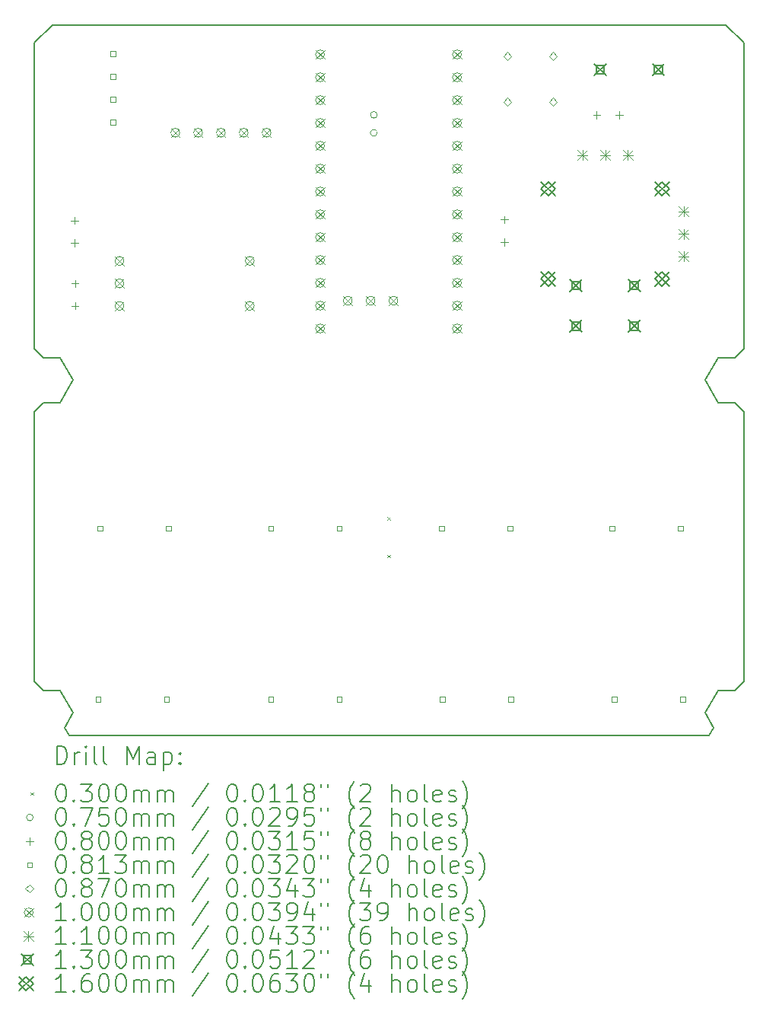
<source format=gbr>
%TF.GenerationSoftware,KiCad,Pcbnew,9.0.3*%
%TF.CreationDate,2025-07-19T22:30:28+09:00*%
%TF.ProjectId,kleinpad,6b6c6569-6e70-4616-942e-6b696361645f,1.0*%
%TF.SameCoordinates,Original*%
%TF.FileFunction,Drillmap*%
%TF.FilePolarity,Positive*%
%FSLAX45Y45*%
G04 Gerber Fmt 4.5, Leading zero omitted, Abs format (unit mm)*
G04 Created by KiCad (PCBNEW 9.0.3) date 2025-07-19 22:30:28*
%MOMM*%
%LPD*%
G01*
G04 APERTURE LIST*
%ADD10C,0.200000*%
%ADD11C,0.010050*%
%ADD12C,0.100000*%
%ADD13C,0.110000*%
%ADD14C,0.130000*%
%ADD15C,0.160000*%
G04 APERTURE END LIST*
D10*
X10127563Y-10347550D02*
X10227563Y-10247550D01*
X10416238Y-9747550D02*
X10227563Y-9747550D01*
X10516238Y-13947550D02*
X10466238Y-13860947D01*
D11*
X18028065Y-13947550D02*
G75*
G02*
X18027060Y-13947550I-503J0D01*
G01*
X18027060Y-13947550D02*
G75*
G02*
X18028065Y-13947550I503J0D01*
G01*
D10*
X10227563Y-10247550D02*
X10416238Y-10247550D01*
X17827563Y-6047550D02*
X10327563Y-6047550D01*
D11*
X10128065Y-6047550D02*
G75*
G02*
X10127060Y-6047550I-503J0D01*
G01*
X10127060Y-6047550D02*
G75*
G02*
X10128065Y-6047550I503J0D01*
G01*
D10*
X10516238Y-13947550D02*
X17638887Y-13947550D01*
D11*
X18028065Y-6047550D02*
G75*
G02*
X18027060Y-6047550I-503J0D01*
G01*
X18027060Y-6047550D02*
G75*
G02*
X18028065Y-6047550I503J0D01*
G01*
D10*
X10227563Y-9747550D02*
X10127563Y-9647550D01*
X17927563Y-9747550D02*
X17738887Y-9747550D01*
X17594550Y-13697550D02*
X17688887Y-13860947D01*
X18027563Y-9647550D02*
X18027563Y-6247550D01*
X18027563Y-13347550D02*
X17927563Y-13447550D01*
X10127563Y-6247550D02*
X10127563Y-9647550D01*
X18027563Y-13347550D02*
X18027563Y-10347550D01*
X17738887Y-10247550D02*
X17927563Y-10247550D01*
X10416238Y-13447550D02*
X10227563Y-13447550D01*
X10466238Y-13860947D02*
X10560575Y-13697550D01*
X17638887Y-13947550D02*
X17688887Y-13860947D01*
D11*
X17883727Y-9997550D02*
G75*
G02*
X17882722Y-9997550I-503J0D01*
G01*
X17882722Y-9997550D02*
G75*
G02*
X17883727Y-9997550I503J0D01*
G01*
X10272403Y-9997550D02*
G75*
G02*
X10271398Y-9997550I-503J0D01*
G01*
X10271398Y-9997550D02*
G75*
G02*
X10272403Y-9997550I503J0D01*
G01*
D10*
X17738887Y-9747550D02*
X17594550Y-9997550D01*
X10560575Y-13697550D02*
X10416238Y-13447550D01*
X17927563Y-13447550D02*
X17738887Y-13447550D01*
X10560575Y-9997550D02*
X10416238Y-9747550D01*
X17927563Y-10247550D02*
X18027563Y-10347550D01*
X17827563Y-6047550D02*
X18027563Y-6247550D01*
X10416238Y-10247550D02*
X10560575Y-9997550D01*
X10227563Y-13447550D02*
X10127563Y-13347550D01*
X17738887Y-13447550D02*
X17594550Y-13697550D01*
X10127563Y-10347550D02*
X10127563Y-13347550D01*
X17594550Y-9997550D02*
X17738887Y-10247550D01*
X10327563Y-6047550D02*
X10127563Y-6247550D01*
D11*
X17883727Y-13697550D02*
G75*
G02*
X17882722Y-13697550I-503J0D01*
G01*
X17882722Y-13697550D02*
G75*
G02*
X17883727Y-13697550I503J0D01*
G01*
D10*
X18027563Y-9647550D02*
X17927563Y-9747550D01*
D12*
X14057562Y-11522550D02*
X14087562Y-11552550D01*
X14087562Y-11522550D02*
X14057562Y-11552550D01*
X14057562Y-11942550D02*
X14087562Y-11972550D01*
X14087562Y-11942550D02*
X14057562Y-11972550D01*
X13945062Y-7047550D02*
G75*
G02*
X13870062Y-7047550I-37500J0D01*
G01*
X13870062Y-7047550D02*
G75*
G02*
X13945062Y-7047550I37500J0D01*
G01*
X13945062Y-7247550D02*
G75*
G02*
X13870062Y-7247550I-37500J0D01*
G01*
X13870062Y-7247550D02*
G75*
G02*
X13945062Y-7247550I37500J0D01*
G01*
X10577563Y-8182550D02*
X10577563Y-8262550D01*
X10537563Y-8222550D02*
X10617563Y-8222550D01*
X10577563Y-8432550D02*
X10577563Y-8512550D01*
X10537563Y-8472550D02*
X10617563Y-8472550D01*
X10582563Y-8882550D02*
X10582563Y-8962550D01*
X10542563Y-8922550D02*
X10622563Y-8922550D01*
X10582563Y-9132550D02*
X10582563Y-9212550D01*
X10542563Y-9172550D02*
X10622563Y-9172550D01*
X15362562Y-8172550D02*
X15362562Y-8252550D01*
X15322562Y-8212550D02*
X15402562Y-8212550D01*
X15362562Y-8422550D02*
X15362562Y-8502550D01*
X15322562Y-8462550D02*
X15402562Y-8462550D01*
X16387562Y-7007550D02*
X16387562Y-7087550D01*
X16347562Y-7047550D02*
X16427562Y-7047550D01*
X16637562Y-7007550D02*
X16637562Y-7087550D01*
X16597562Y-7047550D02*
X16677562Y-7047550D01*
X10867487Y-13576287D02*
X10867487Y-13518813D01*
X10810013Y-13518813D01*
X10810013Y-13576287D01*
X10867487Y-13576287D01*
X10889987Y-11676287D02*
X10889987Y-11618813D01*
X10832513Y-11618813D01*
X10832513Y-11676287D01*
X10889987Y-11676287D01*
X11031300Y-6395287D02*
X11031300Y-6337813D01*
X10973825Y-6337813D01*
X10973825Y-6395287D01*
X11031300Y-6395287D01*
X11031300Y-6649287D02*
X11031300Y-6591813D01*
X10973825Y-6591813D01*
X10973825Y-6649287D01*
X11031300Y-6649287D01*
X11031300Y-6903287D02*
X11031300Y-6845813D01*
X10973825Y-6845813D01*
X10973825Y-6903287D01*
X11031300Y-6903287D01*
X11031300Y-7157287D02*
X11031300Y-7099813D01*
X10973825Y-7099813D01*
X10973825Y-7157287D01*
X11031300Y-7157287D01*
X11629487Y-13576287D02*
X11629487Y-13518813D01*
X11572013Y-13518813D01*
X11572013Y-13576287D01*
X11629487Y-13576287D01*
X11651987Y-11676287D02*
X11651987Y-11618813D01*
X11594513Y-11618813D01*
X11594513Y-11676287D01*
X11651987Y-11676287D01*
X12789987Y-11676287D02*
X12789987Y-11618813D01*
X12732513Y-11618813D01*
X12732513Y-11676287D01*
X12789987Y-11676287D01*
X12789987Y-13576287D02*
X12789987Y-13518813D01*
X12732513Y-13518813D01*
X12732513Y-13576287D01*
X12789987Y-13576287D01*
X13551987Y-11676287D02*
X13551987Y-11618813D01*
X13494513Y-11618813D01*
X13494513Y-11676287D01*
X13551987Y-11676287D01*
X13551987Y-13576287D02*
X13551987Y-13518813D01*
X13494513Y-13518813D01*
X13494513Y-13576287D01*
X13551987Y-13576287D01*
X14689987Y-11676287D02*
X14689987Y-11618813D01*
X14632513Y-11618813D01*
X14632513Y-11676287D01*
X14689987Y-11676287D01*
X14700300Y-13576287D02*
X14700300Y-13518813D01*
X14642825Y-13518813D01*
X14642825Y-13576287D01*
X14700300Y-13576287D01*
X15451987Y-11676287D02*
X15451987Y-11618813D01*
X15394513Y-11618813D01*
X15394513Y-11676287D01*
X15451987Y-11676287D01*
X15462300Y-13576287D02*
X15462300Y-13518813D01*
X15404825Y-13518813D01*
X15404825Y-13576287D01*
X15462300Y-13576287D01*
X16589987Y-11676287D02*
X16589987Y-11618813D01*
X16532513Y-11618813D01*
X16532513Y-11676287D01*
X16589987Y-11676287D01*
X16610300Y-13576287D02*
X16610300Y-13518813D01*
X16552825Y-13518813D01*
X16552825Y-13576287D01*
X16610300Y-13576287D01*
X17351987Y-11676287D02*
X17351987Y-11618813D01*
X17294513Y-11618813D01*
X17294513Y-11676287D01*
X17351987Y-11676287D01*
X17372300Y-13576287D02*
X17372300Y-13518813D01*
X17314825Y-13518813D01*
X17314825Y-13576287D01*
X17372300Y-13576287D01*
X15394562Y-6437050D02*
X15438062Y-6393550D01*
X15394562Y-6350050D01*
X15351062Y-6393550D01*
X15394562Y-6437050D01*
X15394562Y-6945050D02*
X15438062Y-6901550D01*
X15394562Y-6858050D01*
X15351062Y-6901550D01*
X15394562Y-6945050D01*
X15902562Y-6437050D02*
X15946062Y-6393550D01*
X15902562Y-6350050D01*
X15859062Y-6393550D01*
X15902562Y-6437050D01*
X15902562Y-6945050D02*
X15946062Y-6901550D01*
X15902562Y-6858050D01*
X15859062Y-6901550D01*
X15902562Y-6945050D01*
X11027563Y-8622550D02*
X11127563Y-8722550D01*
X11127563Y-8622550D02*
X11027563Y-8722550D01*
X11127563Y-8672550D02*
G75*
G02*
X11027563Y-8672550I-50000J0D01*
G01*
X11027563Y-8672550D02*
G75*
G02*
X11127563Y-8672550I50000J0D01*
G01*
X11027563Y-8872550D02*
X11127563Y-8972550D01*
X11127563Y-8872550D02*
X11027563Y-8972550D01*
X11127563Y-8922550D02*
G75*
G02*
X11027563Y-8922550I-50000J0D01*
G01*
X11027563Y-8922550D02*
G75*
G02*
X11127563Y-8922550I50000J0D01*
G01*
X11027563Y-9122550D02*
X11127563Y-9222550D01*
X11127563Y-9122550D02*
X11027563Y-9222550D01*
X11127563Y-9172550D02*
G75*
G02*
X11027563Y-9172550I-50000J0D01*
G01*
X11027563Y-9172550D02*
G75*
G02*
X11127563Y-9172550I50000J0D01*
G01*
X11648562Y-7197550D02*
X11748562Y-7297550D01*
X11748562Y-7197550D02*
X11648562Y-7297550D01*
X11748562Y-7247550D02*
G75*
G02*
X11648562Y-7247550I-50000J0D01*
G01*
X11648562Y-7247550D02*
G75*
G02*
X11748562Y-7247550I50000J0D01*
G01*
X11902562Y-7197550D02*
X12002562Y-7297550D01*
X12002562Y-7197550D02*
X11902562Y-7297550D01*
X12002562Y-7247550D02*
G75*
G02*
X11902562Y-7247550I-50000J0D01*
G01*
X11902562Y-7247550D02*
G75*
G02*
X12002562Y-7247550I50000J0D01*
G01*
X12156562Y-7197550D02*
X12256562Y-7297550D01*
X12256562Y-7197550D02*
X12156562Y-7297550D01*
X12256562Y-7247550D02*
G75*
G02*
X12156562Y-7247550I-50000J0D01*
G01*
X12156562Y-7247550D02*
G75*
G02*
X12256562Y-7247550I50000J0D01*
G01*
X12410562Y-7197550D02*
X12510562Y-7297550D01*
X12510562Y-7197550D02*
X12410562Y-7297550D01*
X12510562Y-7247550D02*
G75*
G02*
X12410562Y-7247550I-50000J0D01*
G01*
X12410562Y-7247550D02*
G75*
G02*
X12510562Y-7247550I50000J0D01*
G01*
X12477562Y-8622550D02*
X12577562Y-8722550D01*
X12577562Y-8622550D02*
X12477562Y-8722550D01*
X12577562Y-8672550D02*
G75*
G02*
X12477562Y-8672550I-50000J0D01*
G01*
X12477562Y-8672550D02*
G75*
G02*
X12577562Y-8672550I50000J0D01*
G01*
X12477562Y-9122550D02*
X12577562Y-9222550D01*
X12577562Y-9122550D02*
X12477562Y-9222550D01*
X12577562Y-9172550D02*
G75*
G02*
X12477562Y-9172550I-50000J0D01*
G01*
X12477562Y-9172550D02*
G75*
G02*
X12577562Y-9172550I50000J0D01*
G01*
X12664562Y-7197550D02*
X12764562Y-7297550D01*
X12764562Y-7197550D02*
X12664562Y-7297550D01*
X12764562Y-7247550D02*
G75*
G02*
X12664562Y-7247550I-50000J0D01*
G01*
X12664562Y-7247550D02*
G75*
G02*
X12764562Y-7247550I50000J0D01*
G01*
X13260562Y-6326550D02*
X13360562Y-6426550D01*
X13360562Y-6326550D02*
X13260562Y-6426550D01*
X13360562Y-6376550D02*
G75*
G02*
X13260562Y-6376550I-50000J0D01*
G01*
X13260562Y-6376550D02*
G75*
G02*
X13360562Y-6376550I50000J0D01*
G01*
X13260562Y-6580550D02*
X13360562Y-6680550D01*
X13360562Y-6580550D02*
X13260562Y-6680550D01*
X13360562Y-6630550D02*
G75*
G02*
X13260562Y-6630550I-50000J0D01*
G01*
X13260562Y-6630550D02*
G75*
G02*
X13360562Y-6630550I50000J0D01*
G01*
X13260562Y-6834550D02*
X13360562Y-6934550D01*
X13360562Y-6834550D02*
X13260562Y-6934550D01*
X13360562Y-6884550D02*
G75*
G02*
X13260562Y-6884550I-50000J0D01*
G01*
X13260562Y-6884550D02*
G75*
G02*
X13360562Y-6884550I50000J0D01*
G01*
X13260562Y-7088550D02*
X13360562Y-7188550D01*
X13360562Y-7088550D02*
X13260562Y-7188550D01*
X13360562Y-7138550D02*
G75*
G02*
X13260562Y-7138550I-50000J0D01*
G01*
X13260562Y-7138550D02*
G75*
G02*
X13360562Y-7138550I50000J0D01*
G01*
X13260562Y-7342550D02*
X13360562Y-7442550D01*
X13360562Y-7342550D02*
X13260562Y-7442550D01*
X13360562Y-7392550D02*
G75*
G02*
X13260562Y-7392550I-50000J0D01*
G01*
X13260562Y-7392550D02*
G75*
G02*
X13360562Y-7392550I50000J0D01*
G01*
X13260562Y-7596550D02*
X13360562Y-7696550D01*
X13360562Y-7596550D02*
X13260562Y-7696550D01*
X13360562Y-7646550D02*
G75*
G02*
X13260562Y-7646550I-50000J0D01*
G01*
X13260562Y-7646550D02*
G75*
G02*
X13360562Y-7646550I50000J0D01*
G01*
X13260562Y-7850550D02*
X13360562Y-7950550D01*
X13360562Y-7850550D02*
X13260562Y-7950550D01*
X13360562Y-7900550D02*
G75*
G02*
X13260562Y-7900550I-50000J0D01*
G01*
X13260562Y-7900550D02*
G75*
G02*
X13360562Y-7900550I50000J0D01*
G01*
X13260562Y-8104550D02*
X13360562Y-8204550D01*
X13360562Y-8104550D02*
X13260562Y-8204550D01*
X13360562Y-8154550D02*
G75*
G02*
X13260562Y-8154550I-50000J0D01*
G01*
X13260562Y-8154550D02*
G75*
G02*
X13360562Y-8154550I50000J0D01*
G01*
X13260562Y-8358550D02*
X13360562Y-8458550D01*
X13360562Y-8358550D02*
X13260562Y-8458550D01*
X13360562Y-8408550D02*
G75*
G02*
X13260562Y-8408550I-50000J0D01*
G01*
X13260562Y-8408550D02*
G75*
G02*
X13360562Y-8408550I50000J0D01*
G01*
X13260562Y-8612550D02*
X13360562Y-8712550D01*
X13360562Y-8612550D02*
X13260562Y-8712550D01*
X13360562Y-8662550D02*
G75*
G02*
X13260562Y-8662550I-50000J0D01*
G01*
X13260562Y-8662550D02*
G75*
G02*
X13360562Y-8662550I50000J0D01*
G01*
X13260562Y-8866550D02*
X13360562Y-8966550D01*
X13360562Y-8866550D02*
X13260562Y-8966550D01*
X13360562Y-8916550D02*
G75*
G02*
X13260562Y-8916550I-50000J0D01*
G01*
X13260562Y-8916550D02*
G75*
G02*
X13360562Y-8916550I50000J0D01*
G01*
X13260562Y-9120550D02*
X13360562Y-9220550D01*
X13360562Y-9120550D02*
X13260562Y-9220550D01*
X13360562Y-9170550D02*
G75*
G02*
X13260562Y-9170550I-50000J0D01*
G01*
X13260562Y-9170550D02*
G75*
G02*
X13360562Y-9170550I50000J0D01*
G01*
X13260562Y-9374550D02*
X13360562Y-9474550D01*
X13360562Y-9374550D02*
X13260562Y-9474550D01*
X13360562Y-9424550D02*
G75*
G02*
X13260562Y-9424550I-50000J0D01*
G01*
X13260562Y-9424550D02*
G75*
G02*
X13360562Y-9424550I50000J0D01*
G01*
X13567902Y-9065178D02*
X13667902Y-9165178D01*
X13667902Y-9065178D02*
X13567902Y-9165178D01*
X13667902Y-9115178D02*
G75*
G02*
X13567902Y-9115178I-50000J0D01*
G01*
X13567902Y-9115178D02*
G75*
G02*
X13667902Y-9115178I50000J0D01*
G01*
X13821902Y-9065178D02*
X13921902Y-9165178D01*
X13921902Y-9065178D02*
X13821902Y-9165178D01*
X13921902Y-9115178D02*
G75*
G02*
X13821902Y-9115178I-50000J0D01*
G01*
X13821902Y-9115178D02*
G75*
G02*
X13921902Y-9115178I50000J0D01*
G01*
X14075902Y-9065178D02*
X14175902Y-9165178D01*
X14175902Y-9065178D02*
X14075902Y-9165178D01*
X14175902Y-9115178D02*
G75*
G02*
X14075902Y-9115178I-50000J0D01*
G01*
X14075902Y-9115178D02*
G75*
G02*
X14175902Y-9115178I50000J0D01*
G01*
X14784562Y-6326550D02*
X14884562Y-6426550D01*
X14884562Y-6326550D02*
X14784562Y-6426550D01*
X14884562Y-6376550D02*
G75*
G02*
X14784562Y-6376550I-50000J0D01*
G01*
X14784562Y-6376550D02*
G75*
G02*
X14884562Y-6376550I50000J0D01*
G01*
X14784562Y-6580550D02*
X14884562Y-6680550D01*
X14884562Y-6580550D02*
X14784562Y-6680550D01*
X14884562Y-6630550D02*
G75*
G02*
X14784562Y-6630550I-50000J0D01*
G01*
X14784562Y-6630550D02*
G75*
G02*
X14884562Y-6630550I50000J0D01*
G01*
X14784562Y-6834550D02*
X14884562Y-6934550D01*
X14884562Y-6834550D02*
X14784562Y-6934550D01*
X14884562Y-6884550D02*
G75*
G02*
X14784562Y-6884550I-50000J0D01*
G01*
X14784562Y-6884550D02*
G75*
G02*
X14884562Y-6884550I50000J0D01*
G01*
X14784562Y-7088550D02*
X14884562Y-7188550D01*
X14884562Y-7088550D02*
X14784562Y-7188550D01*
X14884562Y-7138550D02*
G75*
G02*
X14784562Y-7138550I-50000J0D01*
G01*
X14784562Y-7138550D02*
G75*
G02*
X14884562Y-7138550I50000J0D01*
G01*
X14784562Y-7342550D02*
X14884562Y-7442550D01*
X14884562Y-7342550D02*
X14784562Y-7442550D01*
X14884562Y-7392550D02*
G75*
G02*
X14784562Y-7392550I-50000J0D01*
G01*
X14784562Y-7392550D02*
G75*
G02*
X14884562Y-7392550I50000J0D01*
G01*
X14784562Y-7596550D02*
X14884562Y-7696550D01*
X14884562Y-7596550D02*
X14784562Y-7696550D01*
X14884562Y-7646550D02*
G75*
G02*
X14784562Y-7646550I-50000J0D01*
G01*
X14784562Y-7646550D02*
G75*
G02*
X14884562Y-7646550I50000J0D01*
G01*
X14784562Y-7850550D02*
X14884562Y-7950550D01*
X14884562Y-7850550D02*
X14784562Y-7950550D01*
X14884562Y-7900550D02*
G75*
G02*
X14784562Y-7900550I-50000J0D01*
G01*
X14784562Y-7900550D02*
G75*
G02*
X14884562Y-7900550I50000J0D01*
G01*
X14784562Y-8104550D02*
X14884562Y-8204550D01*
X14884562Y-8104550D02*
X14784562Y-8204550D01*
X14884562Y-8154550D02*
G75*
G02*
X14784562Y-8154550I-50000J0D01*
G01*
X14784562Y-8154550D02*
G75*
G02*
X14884562Y-8154550I50000J0D01*
G01*
X14784562Y-8358550D02*
X14884562Y-8458550D01*
X14884562Y-8358550D02*
X14784562Y-8458550D01*
X14884562Y-8408550D02*
G75*
G02*
X14784562Y-8408550I-50000J0D01*
G01*
X14784562Y-8408550D02*
G75*
G02*
X14884562Y-8408550I50000J0D01*
G01*
X14784562Y-8612550D02*
X14884562Y-8712550D01*
X14884562Y-8612550D02*
X14784562Y-8712550D01*
X14884562Y-8662550D02*
G75*
G02*
X14784562Y-8662550I-50000J0D01*
G01*
X14784562Y-8662550D02*
G75*
G02*
X14884562Y-8662550I50000J0D01*
G01*
X14784562Y-8866550D02*
X14884562Y-8966550D01*
X14884562Y-8866550D02*
X14784562Y-8966550D01*
X14884562Y-8916550D02*
G75*
G02*
X14784562Y-8916550I-50000J0D01*
G01*
X14784562Y-8916550D02*
G75*
G02*
X14884562Y-8916550I50000J0D01*
G01*
X14784562Y-9120550D02*
X14884562Y-9220550D01*
X14884562Y-9120550D02*
X14784562Y-9220550D01*
X14884562Y-9170550D02*
G75*
G02*
X14784562Y-9170550I-50000J0D01*
G01*
X14784562Y-9170550D02*
G75*
G02*
X14884562Y-9170550I50000J0D01*
G01*
X14784562Y-9374550D02*
X14884562Y-9474550D01*
X14884562Y-9374550D02*
X14784562Y-9474550D01*
X14884562Y-9424550D02*
G75*
G02*
X14784562Y-9424550I-50000J0D01*
G01*
X14784562Y-9424550D02*
G75*
G02*
X14884562Y-9424550I50000J0D01*
G01*
D13*
X16177562Y-7442550D02*
X16287562Y-7552550D01*
X16287562Y-7442550D02*
X16177562Y-7552550D01*
X16232562Y-7442550D02*
X16232562Y-7552550D01*
X16177562Y-7497550D02*
X16287562Y-7497550D01*
X16427562Y-7442550D02*
X16537562Y-7552550D01*
X16537562Y-7442550D02*
X16427562Y-7552550D01*
X16482562Y-7442550D02*
X16482562Y-7552550D01*
X16427562Y-7497550D02*
X16537562Y-7497550D01*
X16677562Y-7442550D02*
X16787563Y-7552550D01*
X16787563Y-7442550D02*
X16677562Y-7552550D01*
X16732562Y-7442550D02*
X16732562Y-7552550D01*
X16677562Y-7497550D02*
X16787563Y-7497550D01*
X17300563Y-8065550D02*
X17410563Y-8175550D01*
X17410563Y-8065550D02*
X17300563Y-8175550D01*
X17355563Y-8065550D02*
X17355563Y-8175550D01*
X17300563Y-8120550D02*
X17410563Y-8120550D01*
X17300563Y-8315550D02*
X17410563Y-8425550D01*
X17410563Y-8315550D02*
X17300563Y-8425550D01*
X17355563Y-8315550D02*
X17355563Y-8425550D01*
X17300563Y-8370550D02*
X17410563Y-8370550D01*
X17300563Y-8565550D02*
X17410563Y-8675550D01*
X17410563Y-8565550D02*
X17300563Y-8675550D01*
X17355563Y-8565550D02*
X17355563Y-8675550D01*
X17300563Y-8620550D02*
X17410563Y-8620550D01*
D14*
X16092562Y-8880550D02*
X16222562Y-9010550D01*
X16222562Y-8880550D02*
X16092562Y-9010550D01*
X16203525Y-8991512D02*
X16203525Y-8899588D01*
X16111600Y-8899588D01*
X16111600Y-8991512D01*
X16203525Y-8991512D01*
X16092562Y-9330550D02*
X16222562Y-9460550D01*
X16222562Y-9330550D02*
X16092562Y-9460550D01*
X16203525Y-9441512D02*
X16203525Y-9349588D01*
X16111600Y-9349588D01*
X16111600Y-9441512D01*
X16203525Y-9441512D01*
X16362562Y-6482550D02*
X16492562Y-6612550D01*
X16492562Y-6482550D02*
X16362562Y-6612550D01*
X16473525Y-6593512D02*
X16473525Y-6501588D01*
X16381600Y-6501588D01*
X16381600Y-6593512D01*
X16473525Y-6593512D01*
X16742562Y-8880550D02*
X16872563Y-9010550D01*
X16872563Y-8880550D02*
X16742562Y-9010550D01*
X16853525Y-8991512D02*
X16853525Y-8899588D01*
X16761600Y-8899588D01*
X16761600Y-8991512D01*
X16853525Y-8991512D01*
X16742562Y-9330550D02*
X16872563Y-9460550D01*
X16872563Y-9330550D02*
X16742562Y-9460550D01*
X16853525Y-9441512D02*
X16853525Y-9349588D01*
X16761600Y-9349588D01*
X16761600Y-9441512D01*
X16853525Y-9441512D01*
X17012563Y-6482550D02*
X17142563Y-6612550D01*
X17142563Y-6482550D02*
X17012563Y-6612550D01*
X17123525Y-6593512D02*
X17123525Y-6501588D01*
X17031600Y-6501588D01*
X17031600Y-6593512D01*
X17123525Y-6593512D01*
D15*
X15770062Y-7790550D02*
X15930062Y-7950550D01*
X15930062Y-7790550D02*
X15770062Y-7950550D01*
X15850062Y-7950550D02*
X15930062Y-7870550D01*
X15850062Y-7790550D01*
X15770062Y-7870550D01*
X15850062Y-7950550D01*
X15770062Y-8790550D02*
X15930062Y-8950550D01*
X15930062Y-8790550D02*
X15770062Y-8950550D01*
X15850062Y-8950550D02*
X15930062Y-8870550D01*
X15850062Y-8790550D01*
X15770062Y-8870550D01*
X15850062Y-8950550D01*
X17035063Y-7790550D02*
X17195063Y-7950550D01*
X17195063Y-7790550D02*
X17035063Y-7950550D01*
X17115063Y-7950550D02*
X17195063Y-7870550D01*
X17115063Y-7790550D01*
X17035063Y-7870550D01*
X17115063Y-7950550D01*
X17035063Y-8790550D02*
X17195063Y-8950550D01*
X17195063Y-8790550D02*
X17035063Y-8950550D01*
X17115063Y-8950550D02*
X17195063Y-8870550D01*
X17115063Y-8790550D01*
X17035063Y-8870550D01*
X17115063Y-8950550D01*
D10*
X10378339Y-14269034D02*
X10378339Y-14069034D01*
X10378339Y-14069034D02*
X10425958Y-14069034D01*
X10425958Y-14069034D02*
X10454530Y-14078558D01*
X10454530Y-14078558D02*
X10473577Y-14097605D01*
X10473577Y-14097605D02*
X10483101Y-14116653D01*
X10483101Y-14116653D02*
X10492625Y-14154748D01*
X10492625Y-14154748D02*
X10492625Y-14183319D01*
X10492625Y-14183319D02*
X10483101Y-14221415D01*
X10483101Y-14221415D02*
X10473577Y-14240462D01*
X10473577Y-14240462D02*
X10454530Y-14259510D01*
X10454530Y-14259510D02*
X10425958Y-14269034D01*
X10425958Y-14269034D02*
X10378339Y-14269034D01*
X10578339Y-14269034D02*
X10578339Y-14135700D01*
X10578339Y-14173796D02*
X10587863Y-14154748D01*
X10587863Y-14154748D02*
X10597387Y-14145224D01*
X10597387Y-14145224D02*
X10616435Y-14135700D01*
X10616435Y-14135700D02*
X10635482Y-14135700D01*
X10702149Y-14269034D02*
X10702149Y-14135700D01*
X10702149Y-14069034D02*
X10692625Y-14078558D01*
X10692625Y-14078558D02*
X10702149Y-14088081D01*
X10702149Y-14088081D02*
X10711673Y-14078558D01*
X10711673Y-14078558D02*
X10702149Y-14069034D01*
X10702149Y-14069034D02*
X10702149Y-14088081D01*
X10825958Y-14269034D02*
X10806911Y-14259510D01*
X10806911Y-14259510D02*
X10797387Y-14240462D01*
X10797387Y-14240462D02*
X10797387Y-14069034D01*
X10930720Y-14269034D02*
X10911673Y-14259510D01*
X10911673Y-14259510D02*
X10902149Y-14240462D01*
X10902149Y-14240462D02*
X10902149Y-14069034D01*
X11159292Y-14269034D02*
X11159292Y-14069034D01*
X11159292Y-14069034D02*
X11225958Y-14211891D01*
X11225958Y-14211891D02*
X11292625Y-14069034D01*
X11292625Y-14069034D02*
X11292625Y-14269034D01*
X11473577Y-14269034D02*
X11473577Y-14164272D01*
X11473577Y-14164272D02*
X11464054Y-14145224D01*
X11464054Y-14145224D02*
X11445006Y-14135700D01*
X11445006Y-14135700D02*
X11406911Y-14135700D01*
X11406911Y-14135700D02*
X11387863Y-14145224D01*
X11473577Y-14259510D02*
X11454530Y-14269034D01*
X11454530Y-14269034D02*
X11406911Y-14269034D01*
X11406911Y-14269034D02*
X11387863Y-14259510D01*
X11387863Y-14259510D02*
X11378339Y-14240462D01*
X11378339Y-14240462D02*
X11378339Y-14221415D01*
X11378339Y-14221415D02*
X11387863Y-14202367D01*
X11387863Y-14202367D02*
X11406911Y-14192843D01*
X11406911Y-14192843D02*
X11454530Y-14192843D01*
X11454530Y-14192843D02*
X11473577Y-14183319D01*
X11568815Y-14135700D02*
X11568815Y-14335700D01*
X11568815Y-14145224D02*
X11587863Y-14135700D01*
X11587863Y-14135700D02*
X11625958Y-14135700D01*
X11625958Y-14135700D02*
X11645006Y-14145224D01*
X11645006Y-14145224D02*
X11654530Y-14154748D01*
X11654530Y-14154748D02*
X11664054Y-14173796D01*
X11664054Y-14173796D02*
X11664054Y-14230938D01*
X11664054Y-14230938D02*
X11654530Y-14249986D01*
X11654530Y-14249986D02*
X11645006Y-14259510D01*
X11645006Y-14259510D02*
X11625958Y-14269034D01*
X11625958Y-14269034D02*
X11587863Y-14269034D01*
X11587863Y-14269034D02*
X11568815Y-14259510D01*
X11749768Y-14249986D02*
X11759292Y-14259510D01*
X11759292Y-14259510D02*
X11749768Y-14269034D01*
X11749768Y-14269034D02*
X11740244Y-14259510D01*
X11740244Y-14259510D02*
X11749768Y-14249986D01*
X11749768Y-14249986D02*
X11749768Y-14269034D01*
X11749768Y-14145224D02*
X11759292Y-14154748D01*
X11759292Y-14154748D02*
X11749768Y-14164272D01*
X11749768Y-14164272D02*
X11740244Y-14154748D01*
X11740244Y-14154748D02*
X11749768Y-14145224D01*
X11749768Y-14145224D02*
X11749768Y-14164272D01*
D12*
X10087563Y-14582550D02*
X10117563Y-14612550D01*
X10117563Y-14582550D02*
X10087563Y-14612550D01*
D10*
X10416435Y-14489034D02*
X10435482Y-14489034D01*
X10435482Y-14489034D02*
X10454530Y-14498558D01*
X10454530Y-14498558D02*
X10464054Y-14508081D01*
X10464054Y-14508081D02*
X10473577Y-14527129D01*
X10473577Y-14527129D02*
X10483101Y-14565224D01*
X10483101Y-14565224D02*
X10483101Y-14612843D01*
X10483101Y-14612843D02*
X10473577Y-14650938D01*
X10473577Y-14650938D02*
X10464054Y-14669986D01*
X10464054Y-14669986D02*
X10454530Y-14679510D01*
X10454530Y-14679510D02*
X10435482Y-14689034D01*
X10435482Y-14689034D02*
X10416435Y-14689034D01*
X10416435Y-14689034D02*
X10397387Y-14679510D01*
X10397387Y-14679510D02*
X10387863Y-14669986D01*
X10387863Y-14669986D02*
X10378339Y-14650938D01*
X10378339Y-14650938D02*
X10368816Y-14612843D01*
X10368816Y-14612843D02*
X10368816Y-14565224D01*
X10368816Y-14565224D02*
X10378339Y-14527129D01*
X10378339Y-14527129D02*
X10387863Y-14508081D01*
X10387863Y-14508081D02*
X10397387Y-14498558D01*
X10397387Y-14498558D02*
X10416435Y-14489034D01*
X10568816Y-14669986D02*
X10578339Y-14679510D01*
X10578339Y-14679510D02*
X10568816Y-14689034D01*
X10568816Y-14689034D02*
X10559292Y-14679510D01*
X10559292Y-14679510D02*
X10568816Y-14669986D01*
X10568816Y-14669986D02*
X10568816Y-14689034D01*
X10645006Y-14489034D02*
X10768816Y-14489034D01*
X10768816Y-14489034D02*
X10702149Y-14565224D01*
X10702149Y-14565224D02*
X10730720Y-14565224D01*
X10730720Y-14565224D02*
X10749768Y-14574748D01*
X10749768Y-14574748D02*
X10759292Y-14584272D01*
X10759292Y-14584272D02*
X10768816Y-14603319D01*
X10768816Y-14603319D02*
X10768816Y-14650938D01*
X10768816Y-14650938D02*
X10759292Y-14669986D01*
X10759292Y-14669986D02*
X10749768Y-14679510D01*
X10749768Y-14679510D02*
X10730720Y-14689034D01*
X10730720Y-14689034D02*
X10673577Y-14689034D01*
X10673577Y-14689034D02*
X10654530Y-14679510D01*
X10654530Y-14679510D02*
X10645006Y-14669986D01*
X10892625Y-14489034D02*
X10911673Y-14489034D01*
X10911673Y-14489034D02*
X10930720Y-14498558D01*
X10930720Y-14498558D02*
X10940244Y-14508081D01*
X10940244Y-14508081D02*
X10949768Y-14527129D01*
X10949768Y-14527129D02*
X10959292Y-14565224D01*
X10959292Y-14565224D02*
X10959292Y-14612843D01*
X10959292Y-14612843D02*
X10949768Y-14650938D01*
X10949768Y-14650938D02*
X10940244Y-14669986D01*
X10940244Y-14669986D02*
X10930720Y-14679510D01*
X10930720Y-14679510D02*
X10911673Y-14689034D01*
X10911673Y-14689034D02*
X10892625Y-14689034D01*
X10892625Y-14689034D02*
X10873577Y-14679510D01*
X10873577Y-14679510D02*
X10864054Y-14669986D01*
X10864054Y-14669986D02*
X10854530Y-14650938D01*
X10854530Y-14650938D02*
X10845006Y-14612843D01*
X10845006Y-14612843D02*
X10845006Y-14565224D01*
X10845006Y-14565224D02*
X10854530Y-14527129D01*
X10854530Y-14527129D02*
X10864054Y-14508081D01*
X10864054Y-14508081D02*
X10873577Y-14498558D01*
X10873577Y-14498558D02*
X10892625Y-14489034D01*
X11083101Y-14489034D02*
X11102149Y-14489034D01*
X11102149Y-14489034D02*
X11121197Y-14498558D01*
X11121197Y-14498558D02*
X11130720Y-14508081D01*
X11130720Y-14508081D02*
X11140244Y-14527129D01*
X11140244Y-14527129D02*
X11149768Y-14565224D01*
X11149768Y-14565224D02*
X11149768Y-14612843D01*
X11149768Y-14612843D02*
X11140244Y-14650938D01*
X11140244Y-14650938D02*
X11130720Y-14669986D01*
X11130720Y-14669986D02*
X11121197Y-14679510D01*
X11121197Y-14679510D02*
X11102149Y-14689034D01*
X11102149Y-14689034D02*
X11083101Y-14689034D01*
X11083101Y-14689034D02*
X11064054Y-14679510D01*
X11064054Y-14679510D02*
X11054530Y-14669986D01*
X11054530Y-14669986D02*
X11045006Y-14650938D01*
X11045006Y-14650938D02*
X11035482Y-14612843D01*
X11035482Y-14612843D02*
X11035482Y-14565224D01*
X11035482Y-14565224D02*
X11045006Y-14527129D01*
X11045006Y-14527129D02*
X11054530Y-14508081D01*
X11054530Y-14508081D02*
X11064054Y-14498558D01*
X11064054Y-14498558D02*
X11083101Y-14489034D01*
X11235482Y-14689034D02*
X11235482Y-14555700D01*
X11235482Y-14574748D02*
X11245006Y-14565224D01*
X11245006Y-14565224D02*
X11264054Y-14555700D01*
X11264054Y-14555700D02*
X11292625Y-14555700D01*
X11292625Y-14555700D02*
X11311673Y-14565224D01*
X11311673Y-14565224D02*
X11321196Y-14584272D01*
X11321196Y-14584272D02*
X11321196Y-14689034D01*
X11321196Y-14584272D02*
X11330720Y-14565224D01*
X11330720Y-14565224D02*
X11349768Y-14555700D01*
X11349768Y-14555700D02*
X11378339Y-14555700D01*
X11378339Y-14555700D02*
X11397387Y-14565224D01*
X11397387Y-14565224D02*
X11406911Y-14584272D01*
X11406911Y-14584272D02*
X11406911Y-14689034D01*
X11502149Y-14689034D02*
X11502149Y-14555700D01*
X11502149Y-14574748D02*
X11511673Y-14565224D01*
X11511673Y-14565224D02*
X11530720Y-14555700D01*
X11530720Y-14555700D02*
X11559292Y-14555700D01*
X11559292Y-14555700D02*
X11578339Y-14565224D01*
X11578339Y-14565224D02*
X11587863Y-14584272D01*
X11587863Y-14584272D02*
X11587863Y-14689034D01*
X11587863Y-14584272D02*
X11597387Y-14565224D01*
X11597387Y-14565224D02*
X11616435Y-14555700D01*
X11616435Y-14555700D02*
X11645006Y-14555700D01*
X11645006Y-14555700D02*
X11664054Y-14565224D01*
X11664054Y-14565224D02*
X11673577Y-14584272D01*
X11673577Y-14584272D02*
X11673577Y-14689034D01*
X12064054Y-14479510D02*
X11892625Y-14736653D01*
X12321197Y-14489034D02*
X12340244Y-14489034D01*
X12340244Y-14489034D02*
X12359292Y-14498558D01*
X12359292Y-14498558D02*
X12368816Y-14508081D01*
X12368816Y-14508081D02*
X12378339Y-14527129D01*
X12378339Y-14527129D02*
X12387863Y-14565224D01*
X12387863Y-14565224D02*
X12387863Y-14612843D01*
X12387863Y-14612843D02*
X12378339Y-14650938D01*
X12378339Y-14650938D02*
X12368816Y-14669986D01*
X12368816Y-14669986D02*
X12359292Y-14679510D01*
X12359292Y-14679510D02*
X12340244Y-14689034D01*
X12340244Y-14689034D02*
X12321197Y-14689034D01*
X12321197Y-14689034D02*
X12302149Y-14679510D01*
X12302149Y-14679510D02*
X12292625Y-14669986D01*
X12292625Y-14669986D02*
X12283101Y-14650938D01*
X12283101Y-14650938D02*
X12273578Y-14612843D01*
X12273578Y-14612843D02*
X12273578Y-14565224D01*
X12273578Y-14565224D02*
X12283101Y-14527129D01*
X12283101Y-14527129D02*
X12292625Y-14508081D01*
X12292625Y-14508081D02*
X12302149Y-14498558D01*
X12302149Y-14498558D02*
X12321197Y-14489034D01*
X12473578Y-14669986D02*
X12483101Y-14679510D01*
X12483101Y-14679510D02*
X12473578Y-14689034D01*
X12473578Y-14689034D02*
X12464054Y-14679510D01*
X12464054Y-14679510D02*
X12473578Y-14669986D01*
X12473578Y-14669986D02*
X12473578Y-14689034D01*
X12606911Y-14489034D02*
X12625959Y-14489034D01*
X12625959Y-14489034D02*
X12645006Y-14498558D01*
X12645006Y-14498558D02*
X12654530Y-14508081D01*
X12654530Y-14508081D02*
X12664054Y-14527129D01*
X12664054Y-14527129D02*
X12673578Y-14565224D01*
X12673578Y-14565224D02*
X12673578Y-14612843D01*
X12673578Y-14612843D02*
X12664054Y-14650938D01*
X12664054Y-14650938D02*
X12654530Y-14669986D01*
X12654530Y-14669986D02*
X12645006Y-14679510D01*
X12645006Y-14679510D02*
X12625959Y-14689034D01*
X12625959Y-14689034D02*
X12606911Y-14689034D01*
X12606911Y-14689034D02*
X12587863Y-14679510D01*
X12587863Y-14679510D02*
X12578339Y-14669986D01*
X12578339Y-14669986D02*
X12568816Y-14650938D01*
X12568816Y-14650938D02*
X12559292Y-14612843D01*
X12559292Y-14612843D02*
X12559292Y-14565224D01*
X12559292Y-14565224D02*
X12568816Y-14527129D01*
X12568816Y-14527129D02*
X12578339Y-14508081D01*
X12578339Y-14508081D02*
X12587863Y-14498558D01*
X12587863Y-14498558D02*
X12606911Y-14489034D01*
X12864054Y-14689034D02*
X12749768Y-14689034D01*
X12806911Y-14689034D02*
X12806911Y-14489034D01*
X12806911Y-14489034D02*
X12787863Y-14517605D01*
X12787863Y-14517605D02*
X12768816Y-14536653D01*
X12768816Y-14536653D02*
X12749768Y-14546177D01*
X13054530Y-14689034D02*
X12940244Y-14689034D01*
X12997387Y-14689034D02*
X12997387Y-14489034D01*
X12997387Y-14489034D02*
X12978339Y-14517605D01*
X12978339Y-14517605D02*
X12959292Y-14536653D01*
X12959292Y-14536653D02*
X12940244Y-14546177D01*
X13168816Y-14574748D02*
X13149768Y-14565224D01*
X13149768Y-14565224D02*
X13140244Y-14555700D01*
X13140244Y-14555700D02*
X13130720Y-14536653D01*
X13130720Y-14536653D02*
X13130720Y-14527129D01*
X13130720Y-14527129D02*
X13140244Y-14508081D01*
X13140244Y-14508081D02*
X13149768Y-14498558D01*
X13149768Y-14498558D02*
X13168816Y-14489034D01*
X13168816Y-14489034D02*
X13206911Y-14489034D01*
X13206911Y-14489034D02*
X13225959Y-14498558D01*
X13225959Y-14498558D02*
X13235482Y-14508081D01*
X13235482Y-14508081D02*
X13245006Y-14527129D01*
X13245006Y-14527129D02*
X13245006Y-14536653D01*
X13245006Y-14536653D02*
X13235482Y-14555700D01*
X13235482Y-14555700D02*
X13225959Y-14565224D01*
X13225959Y-14565224D02*
X13206911Y-14574748D01*
X13206911Y-14574748D02*
X13168816Y-14574748D01*
X13168816Y-14574748D02*
X13149768Y-14584272D01*
X13149768Y-14584272D02*
X13140244Y-14593796D01*
X13140244Y-14593796D02*
X13130720Y-14612843D01*
X13130720Y-14612843D02*
X13130720Y-14650938D01*
X13130720Y-14650938D02*
X13140244Y-14669986D01*
X13140244Y-14669986D02*
X13149768Y-14679510D01*
X13149768Y-14679510D02*
X13168816Y-14689034D01*
X13168816Y-14689034D02*
X13206911Y-14689034D01*
X13206911Y-14689034D02*
X13225959Y-14679510D01*
X13225959Y-14679510D02*
X13235482Y-14669986D01*
X13235482Y-14669986D02*
X13245006Y-14650938D01*
X13245006Y-14650938D02*
X13245006Y-14612843D01*
X13245006Y-14612843D02*
X13235482Y-14593796D01*
X13235482Y-14593796D02*
X13225959Y-14584272D01*
X13225959Y-14584272D02*
X13206911Y-14574748D01*
X13321197Y-14489034D02*
X13321197Y-14527129D01*
X13397387Y-14489034D02*
X13397387Y-14527129D01*
X13692625Y-14765224D02*
X13683101Y-14755700D01*
X13683101Y-14755700D02*
X13664054Y-14727129D01*
X13664054Y-14727129D02*
X13654530Y-14708081D01*
X13654530Y-14708081D02*
X13645006Y-14679510D01*
X13645006Y-14679510D02*
X13635482Y-14631891D01*
X13635482Y-14631891D02*
X13635482Y-14593796D01*
X13635482Y-14593796D02*
X13645006Y-14546177D01*
X13645006Y-14546177D02*
X13654530Y-14517605D01*
X13654530Y-14517605D02*
X13664054Y-14498558D01*
X13664054Y-14498558D02*
X13683101Y-14469986D01*
X13683101Y-14469986D02*
X13692625Y-14460462D01*
X13759292Y-14508081D02*
X13768816Y-14498558D01*
X13768816Y-14498558D02*
X13787863Y-14489034D01*
X13787863Y-14489034D02*
X13835482Y-14489034D01*
X13835482Y-14489034D02*
X13854530Y-14498558D01*
X13854530Y-14498558D02*
X13864054Y-14508081D01*
X13864054Y-14508081D02*
X13873578Y-14527129D01*
X13873578Y-14527129D02*
X13873578Y-14546177D01*
X13873578Y-14546177D02*
X13864054Y-14574748D01*
X13864054Y-14574748D02*
X13749768Y-14689034D01*
X13749768Y-14689034D02*
X13873578Y-14689034D01*
X14111673Y-14689034D02*
X14111673Y-14489034D01*
X14197387Y-14689034D02*
X14197387Y-14584272D01*
X14197387Y-14584272D02*
X14187863Y-14565224D01*
X14187863Y-14565224D02*
X14168816Y-14555700D01*
X14168816Y-14555700D02*
X14140244Y-14555700D01*
X14140244Y-14555700D02*
X14121197Y-14565224D01*
X14121197Y-14565224D02*
X14111673Y-14574748D01*
X14321197Y-14689034D02*
X14302149Y-14679510D01*
X14302149Y-14679510D02*
X14292625Y-14669986D01*
X14292625Y-14669986D02*
X14283102Y-14650938D01*
X14283102Y-14650938D02*
X14283102Y-14593796D01*
X14283102Y-14593796D02*
X14292625Y-14574748D01*
X14292625Y-14574748D02*
X14302149Y-14565224D01*
X14302149Y-14565224D02*
X14321197Y-14555700D01*
X14321197Y-14555700D02*
X14349768Y-14555700D01*
X14349768Y-14555700D02*
X14368816Y-14565224D01*
X14368816Y-14565224D02*
X14378340Y-14574748D01*
X14378340Y-14574748D02*
X14387863Y-14593796D01*
X14387863Y-14593796D02*
X14387863Y-14650938D01*
X14387863Y-14650938D02*
X14378340Y-14669986D01*
X14378340Y-14669986D02*
X14368816Y-14679510D01*
X14368816Y-14679510D02*
X14349768Y-14689034D01*
X14349768Y-14689034D02*
X14321197Y-14689034D01*
X14502149Y-14689034D02*
X14483102Y-14679510D01*
X14483102Y-14679510D02*
X14473578Y-14660462D01*
X14473578Y-14660462D02*
X14473578Y-14489034D01*
X14654530Y-14679510D02*
X14635483Y-14689034D01*
X14635483Y-14689034D02*
X14597387Y-14689034D01*
X14597387Y-14689034D02*
X14578340Y-14679510D01*
X14578340Y-14679510D02*
X14568816Y-14660462D01*
X14568816Y-14660462D02*
X14568816Y-14584272D01*
X14568816Y-14584272D02*
X14578340Y-14565224D01*
X14578340Y-14565224D02*
X14597387Y-14555700D01*
X14597387Y-14555700D02*
X14635483Y-14555700D01*
X14635483Y-14555700D02*
X14654530Y-14565224D01*
X14654530Y-14565224D02*
X14664054Y-14584272D01*
X14664054Y-14584272D02*
X14664054Y-14603319D01*
X14664054Y-14603319D02*
X14568816Y-14622367D01*
X14740244Y-14679510D02*
X14759292Y-14689034D01*
X14759292Y-14689034D02*
X14797387Y-14689034D01*
X14797387Y-14689034D02*
X14816435Y-14679510D01*
X14816435Y-14679510D02*
X14825959Y-14660462D01*
X14825959Y-14660462D02*
X14825959Y-14650938D01*
X14825959Y-14650938D02*
X14816435Y-14631891D01*
X14816435Y-14631891D02*
X14797387Y-14622367D01*
X14797387Y-14622367D02*
X14768816Y-14622367D01*
X14768816Y-14622367D02*
X14749768Y-14612843D01*
X14749768Y-14612843D02*
X14740244Y-14593796D01*
X14740244Y-14593796D02*
X14740244Y-14584272D01*
X14740244Y-14584272D02*
X14749768Y-14565224D01*
X14749768Y-14565224D02*
X14768816Y-14555700D01*
X14768816Y-14555700D02*
X14797387Y-14555700D01*
X14797387Y-14555700D02*
X14816435Y-14565224D01*
X14892625Y-14765224D02*
X14902149Y-14755700D01*
X14902149Y-14755700D02*
X14921197Y-14727129D01*
X14921197Y-14727129D02*
X14930721Y-14708081D01*
X14930721Y-14708081D02*
X14940244Y-14679510D01*
X14940244Y-14679510D02*
X14949768Y-14631891D01*
X14949768Y-14631891D02*
X14949768Y-14593796D01*
X14949768Y-14593796D02*
X14940244Y-14546177D01*
X14940244Y-14546177D02*
X14930721Y-14517605D01*
X14930721Y-14517605D02*
X14921197Y-14498558D01*
X14921197Y-14498558D02*
X14902149Y-14469986D01*
X14902149Y-14469986D02*
X14892625Y-14460462D01*
D12*
X10117563Y-14861550D02*
G75*
G02*
X10042563Y-14861550I-37500J0D01*
G01*
X10042563Y-14861550D02*
G75*
G02*
X10117563Y-14861550I37500J0D01*
G01*
D10*
X10416435Y-14753034D02*
X10435482Y-14753034D01*
X10435482Y-14753034D02*
X10454530Y-14762558D01*
X10454530Y-14762558D02*
X10464054Y-14772081D01*
X10464054Y-14772081D02*
X10473577Y-14791129D01*
X10473577Y-14791129D02*
X10483101Y-14829224D01*
X10483101Y-14829224D02*
X10483101Y-14876843D01*
X10483101Y-14876843D02*
X10473577Y-14914938D01*
X10473577Y-14914938D02*
X10464054Y-14933986D01*
X10464054Y-14933986D02*
X10454530Y-14943510D01*
X10454530Y-14943510D02*
X10435482Y-14953034D01*
X10435482Y-14953034D02*
X10416435Y-14953034D01*
X10416435Y-14953034D02*
X10397387Y-14943510D01*
X10397387Y-14943510D02*
X10387863Y-14933986D01*
X10387863Y-14933986D02*
X10378339Y-14914938D01*
X10378339Y-14914938D02*
X10368816Y-14876843D01*
X10368816Y-14876843D02*
X10368816Y-14829224D01*
X10368816Y-14829224D02*
X10378339Y-14791129D01*
X10378339Y-14791129D02*
X10387863Y-14772081D01*
X10387863Y-14772081D02*
X10397387Y-14762558D01*
X10397387Y-14762558D02*
X10416435Y-14753034D01*
X10568816Y-14933986D02*
X10578339Y-14943510D01*
X10578339Y-14943510D02*
X10568816Y-14953034D01*
X10568816Y-14953034D02*
X10559292Y-14943510D01*
X10559292Y-14943510D02*
X10568816Y-14933986D01*
X10568816Y-14933986D02*
X10568816Y-14953034D01*
X10645006Y-14753034D02*
X10778339Y-14753034D01*
X10778339Y-14753034D02*
X10692625Y-14953034D01*
X10949768Y-14753034D02*
X10854530Y-14753034D01*
X10854530Y-14753034D02*
X10845006Y-14848272D01*
X10845006Y-14848272D02*
X10854530Y-14838748D01*
X10854530Y-14838748D02*
X10873577Y-14829224D01*
X10873577Y-14829224D02*
X10921197Y-14829224D01*
X10921197Y-14829224D02*
X10940244Y-14838748D01*
X10940244Y-14838748D02*
X10949768Y-14848272D01*
X10949768Y-14848272D02*
X10959292Y-14867319D01*
X10959292Y-14867319D02*
X10959292Y-14914938D01*
X10959292Y-14914938D02*
X10949768Y-14933986D01*
X10949768Y-14933986D02*
X10940244Y-14943510D01*
X10940244Y-14943510D02*
X10921197Y-14953034D01*
X10921197Y-14953034D02*
X10873577Y-14953034D01*
X10873577Y-14953034D02*
X10854530Y-14943510D01*
X10854530Y-14943510D02*
X10845006Y-14933986D01*
X11083101Y-14753034D02*
X11102149Y-14753034D01*
X11102149Y-14753034D02*
X11121197Y-14762558D01*
X11121197Y-14762558D02*
X11130720Y-14772081D01*
X11130720Y-14772081D02*
X11140244Y-14791129D01*
X11140244Y-14791129D02*
X11149768Y-14829224D01*
X11149768Y-14829224D02*
X11149768Y-14876843D01*
X11149768Y-14876843D02*
X11140244Y-14914938D01*
X11140244Y-14914938D02*
X11130720Y-14933986D01*
X11130720Y-14933986D02*
X11121197Y-14943510D01*
X11121197Y-14943510D02*
X11102149Y-14953034D01*
X11102149Y-14953034D02*
X11083101Y-14953034D01*
X11083101Y-14953034D02*
X11064054Y-14943510D01*
X11064054Y-14943510D02*
X11054530Y-14933986D01*
X11054530Y-14933986D02*
X11045006Y-14914938D01*
X11045006Y-14914938D02*
X11035482Y-14876843D01*
X11035482Y-14876843D02*
X11035482Y-14829224D01*
X11035482Y-14829224D02*
X11045006Y-14791129D01*
X11045006Y-14791129D02*
X11054530Y-14772081D01*
X11054530Y-14772081D02*
X11064054Y-14762558D01*
X11064054Y-14762558D02*
X11083101Y-14753034D01*
X11235482Y-14953034D02*
X11235482Y-14819700D01*
X11235482Y-14838748D02*
X11245006Y-14829224D01*
X11245006Y-14829224D02*
X11264054Y-14819700D01*
X11264054Y-14819700D02*
X11292625Y-14819700D01*
X11292625Y-14819700D02*
X11311673Y-14829224D01*
X11311673Y-14829224D02*
X11321196Y-14848272D01*
X11321196Y-14848272D02*
X11321196Y-14953034D01*
X11321196Y-14848272D02*
X11330720Y-14829224D01*
X11330720Y-14829224D02*
X11349768Y-14819700D01*
X11349768Y-14819700D02*
X11378339Y-14819700D01*
X11378339Y-14819700D02*
X11397387Y-14829224D01*
X11397387Y-14829224D02*
X11406911Y-14848272D01*
X11406911Y-14848272D02*
X11406911Y-14953034D01*
X11502149Y-14953034D02*
X11502149Y-14819700D01*
X11502149Y-14838748D02*
X11511673Y-14829224D01*
X11511673Y-14829224D02*
X11530720Y-14819700D01*
X11530720Y-14819700D02*
X11559292Y-14819700D01*
X11559292Y-14819700D02*
X11578339Y-14829224D01*
X11578339Y-14829224D02*
X11587863Y-14848272D01*
X11587863Y-14848272D02*
X11587863Y-14953034D01*
X11587863Y-14848272D02*
X11597387Y-14829224D01*
X11597387Y-14829224D02*
X11616435Y-14819700D01*
X11616435Y-14819700D02*
X11645006Y-14819700D01*
X11645006Y-14819700D02*
X11664054Y-14829224D01*
X11664054Y-14829224D02*
X11673577Y-14848272D01*
X11673577Y-14848272D02*
X11673577Y-14953034D01*
X12064054Y-14743510D02*
X11892625Y-15000653D01*
X12321197Y-14753034D02*
X12340244Y-14753034D01*
X12340244Y-14753034D02*
X12359292Y-14762558D01*
X12359292Y-14762558D02*
X12368816Y-14772081D01*
X12368816Y-14772081D02*
X12378339Y-14791129D01*
X12378339Y-14791129D02*
X12387863Y-14829224D01*
X12387863Y-14829224D02*
X12387863Y-14876843D01*
X12387863Y-14876843D02*
X12378339Y-14914938D01*
X12378339Y-14914938D02*
X12368816Y-14933986D01*
X12368816Y-14933986D02*
X12359292Y-14943510D01*
X12359292Y-14943510D02*
X12340244Y-14953034D01*
X12340244Y-14953034D02*
X12321197Y-14953034D01*
X12321197Y-14953034D02*
X12302149Y-14943510D01*
X12302149Y-14943510D02*
X12292625Y-14933986D01*
X12292625Y-14933986D02*
X12283101Y-14914938D01*
X12283101Y-14914938D02*
X12273578Y-14876843D01*
X12273578Y-14876843D02*
X12273578Y-14829224D01*
X12273578Y-14829224D02*
X12283101Y-14791129D01*
X12283101Y-14791129D02*
X12292625Y-14772081D01*
X12292625Y-14772081D02*
X12302149Y-14762558D01*
X12302149Y-14762558D02*
X12321197Y-14753034D01*
X12473578Y-14933986D02*
X12483101Y-14943510D01*
X12483101Y-14943510D02*
X12473578Y-14953034D01*
X12473578Y-14953034D02*
X12464054Y-14943510D01*
X12464054Y-14943510D02*
X12473578Y-14933986D01*
X12473578Y-14933986D02*
X12473578Y-14953034D01*
X12606911Y-14753034D02*
X12625959Y-14753034D01*
X12625959Y-14753034D02*
X12645006Y-14762558D01*
X12645006Y-14762558D02*
X12654530Y-14772081D01*
X12654530Y-14772081D02*
X12664054Y-14791129D01*
X12664054Y-14791129D02*
X12673578Y-14829224D01*
X12673578Y-14829224D02*
X12673578Y-14876843D01*
X12673578Y-14876843D02*
X12664054Y-14914938D01*
X12664054Y-14914938D02*
X12654530Y-14933986D01*
X12654530Y-14933986D02*
X12645006Y-14943510D01*
X12645006Y-14943510D02*
X12625959Y-14953034D01*
X12625959Y-14953034D02*
X12606911Y-14953034D01*
X12606911Y-14953034D02*
X12587863Y-14943510D01*
X12587863Y-14943510D02*
X12578339Y-14933986D01*
X12578339Y-14933986D02*
X12568816Y-14914938D01*
X12568816Y-14914938D02*
X12559292Y-14876843D01*
X12559292Y-14876843D02*
X12559292Y-14829224D01*
X12559292Y-14829224D02*
X12568816Y-14791129D01*
X12568816Y-14791129D02*
X12578339Y-14772081D01*
X12578339Y-14772081D02*
X12587863Y-14762558D01*
X12587863Y-14762558D02*
X12606911Y-14753034D01*
X12749768Y-14772081D02*
X12759292Y-14762558D01*
X12759292Y-14762558D02*
X12778339Y-14753034D01*
X12778339Y-14753034D02*
X12825959Y-14753034D01*
X12825959Y-14753034D02*
X12845006Y-14762558D01*
X12845006Y-14762558D02*
X12854530Y-14772081D01*
X12854530Y-14772081D02*
X12864054Y-14791129D01*
X12864054Y-14791129D02*
X12864054Y-14810177D01*
X12864054Y-14810177D02*
X12854530Y-14838748D01*
X12854530Y-14838748D02*
X12740244Y-14953034D01*
X12740244Y-14953034D02*
X12864054Y-14953034D01*
X12959292Y-14953034D02*
X12997387Y-14953034D01*
X12997387Y-14953034D02*
X13016435Y-14943510D01*
X13016435Y-14943510D02*
X13025959Y-14933986D01*
X13025959Y-14933986D02*
X13045006Y-14905415D01*
X13045006Y-14905415D02*
X13054530Y-14867319D01*
X13054530Y-14867319D02*
X13054530Y-14791129D01*
X13054530Y-14791129D02*
X13045006Y-14772081D01*
X13045006Y-14772081D02*
X13035482Y-14762558D01*
X13035482Y-14762558D02*
X13016435Y-14753034D01*
X13016435Y-14753034D02*
X12978339Y-14753034D01*
X12978339Y-14753034D02*
X12959292Y-14762558D01*
X12959292Y-14762558D02*
X12949768Y-14772081D01*
X12949768Y-14772081D02*
X12940244Y-14791129D01*
X12940244Y-14791129D02*
X12940244Y-14838748D01*
X12940244Y-14838748D02*
X12949768Y-14857796D01*
X12949768Y-14857796D02*
X12959292Y-14867319D01*
X12959292Y-14867319D02*
X12978339Y-14876843D01*
X12978339Y-14876843D02*
X13016435Y-14876843D01*
X13016435Y-14876843D02*
X13035482Y-14867319D01*
X13035482Y-14867319D02*
X13045006Y-14857796D01*
X13045006Y-14857796D02*
X13054530Y-14838748D01*
X13235482Y-14753034D02*
X13140244Y-14753034D01*
X13140244Y-14753034D02*
X13130720Y-14848272D01*
X13130720Y-14848272D02*
X13140244Y-14838748D01*
X13140244Y-14838748D02*
X13159292Y-14829224D01*
X13159292Y-14829224D02*
X13206911Y-14829224D01*
X13206911Y-14829224D02*
X13225959Y-14838748D01*
X13225959Y-14838748D02*
X13235482Y-14848272D01*
X13235482Y-14848272D02*
X13245006Y-14867319D01*
X13245006Y-14867319D02*
X13245006Y-14914938D01*
X13245006Y-14914938D02*
X13235482Y-14933986D01*
X13235482Y-14933986D02*
X13225959Y-14943510D01*
X13225959Y-14943510D02*
X13206911Y-14953034D01*
X13206911Y-14953034D02*
X13159292Y-14953034D01*
X13159292Y-14953034D02*
X13140244Y-14943510D01*
X13140244Y-14943510D02*
X13130720Y-14933986D01*
X13321197Y-14753034D02*
X13321197Y-14791129D01*
X13397387Y-14753034D02*
X13397387Y-14791129D01*
X13692625Y-15029224D02*
X13683101Y-15019700D01*
X13683101Y-15019700D02*
X13664054Y-14991129D01*
X13664054Y-14991129D02*
X13654530Y-14972081D01*
X13654530Y-14972081D02*
X13645006Y-14943510D01*
X13645006Y-14943510D02*
X13635482Y-14895891D01*
X13635482Y-14895891D02*
X13635482Y-14857796D01*
X13635482Y-14857796D02*
X13645006Y-14810177D01*
X13645006Y-14810177D02*
X13654530Y-14781605D01*
X13654530Y-14781605D02*
X13664054Y-14762558D01*
X13664054Y-14762558D02*
X13683101Y-14733986D01*
X13683101Y-14733986D02*
X13692625Y-14724462D01*
X13759292Y-14772081D02*
X13768816Y-14762558D01*
X13768816Y-14762558D02*
X13787863Y-14753034D01*
X13787863Y-14753034D02*
X13835482Y-14753034D01*
X13835482Y-14753034D02*
X13854530Y-14762558D01*
X13854530Y-14762558D02*
X13864054Y-14772081D01*
X13864054Y-14772081D02*
X13873578Y-14791129D01*
X13873578Y-14791129D02*
X13873578Y-14810177D01*
X13873578Y-14810177D02*
X13864054Y-14838748D01*
X13864054Y-14838748D02*
X13749768Y-14953034D01*
X13749768Y-14953034D02*
X13873578Y-14953034D01*
X14111673Y-14953034D02*
X14111673Y-14753034D01*
X14197387Y-14953034D02*
X14197387Y-14848272D01*
X14197387Y-14848272D02*
X14187863Y-14829224D01*
X14187863Y-14829224D02*
X14168816Y-14819700D01*
X14168816Y-14819700D02*
X14140244Y-14819700D01*
X14140244Y-14819700D02*
X14121197Y-14829224D01*
X14121197Y-14829224D02*
X14111673Y-14838748D01*
X14321197Y-14953034D02*
X14302149Y-14943510D01*
X14302149Y-14943510D02*
X14292625Y-14933986D01*
X14292625Y-14933986D02*
X14283102Y-14914938D01*
X14283102Y-14914938D02*
X14283102Y-14857796D01*
X14283102Y-14857796D02*
X14292625Y-14838748D01*
X14292625Y-14838748D02*
X14302149Y-14829224D01*
X14302149Y-14829224D02*
X14321197Y-14819700D01*
X14321197Y-14819700D02*
X14349768Y-14819700D01*
X14349768Y-14819700D02*
X14368816Y-14829224D01*
X14368816Y-14829224D02*
X14378340Y-14838748D01*
X14378340Y-14838748D02*
X14387863Y-14857796D01*
X14387863Y-14857796D02*
X14387863Y-14914938D01*
X14387863Y-14914938D02*
X14378340Y-14933986D01*
X14378340Y-14933986D02*
X14368816Y-14943510D01*
X14368816Y-14943510D02*
X14349768Y-14953034D01*
X14349768Y-14953034D02*
X14321197Y-14953034D01*
X14502149Y-14953034D02*
X14483102Y-14943510D01*
X14483102Y-14943510D02*
X14473578Y-14924462D01*
X14473578Y-14924462D02*
X14473578Y-14753034D01*
X14654530Y-14943510D02*
X14635483Y-14953034D01*
X14635483Y-14953034D02*
X14597387Y-14953034D01*
X14597387Y-14953034D02*
X14578340Y-14943510D01*
X14578340Y-14943510D02*
X14568816Y-14924462D01*
X14568816Y-14924462D02*
X14568816Y-14848272D01*
X14568816Y-14848272D02*
X14578340Y-14829224D01*
X14578340Y-14829224D02*
X14597387Y-14819700D01*
X14597387Y-14819700D02*
X14635483Y-14819700D01*
X14635483Y-14819700D02*
X14654530Y-14829224D01*
X14654530Y-14829224D02*
X14664054Y-14848272D01*
X14664054Y-14848272D02*
X14664054Y-14867319D01*
X14664054Y-14867319D02*
X14568816Y-14886367D01*
X14740244Y-14943510D02*
X14759292Y-14953034D01*
X14759292Y-14953034D02*
X14797387Y-14953034D01*
X14797387Y-14953034D02*
X14816435Y-14943510D01*
X14816435Y-14943510D02*
X14825959Y-14924462D01*
X14825959Y-14924462D02*
X14825959Y-14914938D01*
X14825959Y-14914938D02*
X14816435Y-14895891D01*
X14816435Y-14895891D02*
X14797387Y-14886367D01*
X14797387Y-14886367D02*
X14768816Y-14886367D01*
X14768816Y-14886367D02*
X14749768Y-14876843D01*
X14749768Y-14876843D02*
X14740244Y-14857796D01*
X14740244Y-14857796D02*
X14740244Y-14848272D01*
X14740244Y-14848272D02*
X14749768Y-14829224D01*
X14749768Y-14829224D02*
X14768816Y-14819700D01*
X14768816Y-14819700D02*
X14797387Y-14819700D01*
X14797387Y-14819700D02*
X14816435Y-14829224D01*
X14892625Y-15029224D02*
X14902149Y-15019700D01*
X14902149Y-15019700D02*
X14921197Y-14991129D01*
X14921197Y-14991129D02*
X14930721Y-14972081D01*
X14930721Y-14972081D02*
X14940244Y-14943510D01*
X14940244Y-14943510D02*
X14949768Y-14895891D01*
X14949768Y-14895891D02*
X14949768Y-14857796D01*
X14949768Y-14857796D02*
X14940244Y-14810177D01*
X14940244Y-14810177D02*
X14930721Y-14781605D01*
X14930721Y-14781605D02*
X14921197Y-14762558D01*
X14921197Y-14762558D02*
X14902149Y-14733986D01*
X14902149Y-14733986D02*
X14892625Y-14724462D01*
D12*
X10077563Y-15085550D02*
X10077563Y-15165550D01*
X10037563Y-15125550D02*
X10117563Y-15125550D01*
D10*
X10416435Y-15017034D02*
X10435482Y-15017034D01*
X10435482Y-15017034D02*
X10454530Y-15026558D01*
X10454530Y-15026558D02*
X10464054Y-15036081D01*
X10464054Y-15036081D02*
X10473577Y-15055129D01*
X10473577Y-15055129D02*
X10483101Y-15093224D01*
X10483101Y-15093224D02*
X10483101Y-15140843D01*
X10483101Y-15140843D02*
X10473577Y-15178938D01*
X10473577Y-15178938D02*
X10464054Y-15197986D01*
X10464054Y-15197986D02*
X10454530Y-15207510D01*
X10454530Y-15207510D02*
X10435482Y-15217034D01*
X10435482Y-15217034D02*
X10416435Y-15217034D01*
X10416435Y-15217034D02*
X10397387Y-15207510D01*
X10397387Y-15207510D02*
X10387863Y-15197986D01*
X10387863Y-15197986D02*
X10378339Y-15178938D01*
X10378339Y-15178938D02*
X10368816Y-15140843D01*
X10368816Y-15140843D02*
X10368816Y-15093224D01*
X10368816Y-15093224D02*
X10378339Y-15055129D01*
X10378339Y-15055129D02*
X10387863Y-15036081D01*
X10387863Y-15036081D02*
X10397387Y-15026558D01*
X10397387Y-15026558D02*
X10416435Y-15017034D01*
X10568816Y-15197986D02*
X10578339Y-15207510D01*
X10578339Y-15207510D02*
X10568816Y-15217034D01*
X10568816Y-15217034D02*
X10559292Y-15207510D01*
X10559292Y-15207510D02*
X10568816Y-15197986D01*
X10568816Y-15197986D02*
X10568816Y-15217034D01*
X10692625Y-15102748D02*
X10673577Y-15093224D01*
X10673577Y-15093224D02*
X10664054Y-15083700D01*
X10664054Y-15083700D02*
X10654530Y-15064653D01*
X10654530Y-15064653D02*
X10654530Y-15055129D01*
X10654530Y-15055129D02*
X10664054Y-15036081D01*
X10664054Y-15036081D02*
X10673577Y-15026558D01*
X10673577Y-15026558D02*
X10692625Y-15017034D01*
X10692625Y-15017034D02*
X10730720Y-15017034D01*
X10730720Y-15017034D02*
X10749768Y-15026558D01*
X10749768Y-15026558D02*
X10759292Y-15036081D01*
X10759292Y-15036081D02*
X10768816Y-15055129D01*
X10768816Y-15055129D02*
X10768816Y-15064653D01*
X10768816Y-15064653D02*
X10759292Y-15083700D01*
X10759292Y-15083700D02*
X10749768Y-15093224D01*
X10749768Y-15093224D02*
X10730720Y-15102748D01*
X10730720Y-15102748D02*
X10692625Y-15102748D01*
X10692625Y-15102748D02*
X10673577Y-15112272D01*
X10673577Y-15112272D02*
X10664054Y-15121796D01*
X10664054Y-15121796D02*
X10654530Y-15140843D01*
X10654530Y-15140843D02*
X10654530Y-15178938D01*
X10654530Y-15178938D02*
X10664054Y-15197986D01*
X10664054Y-15197986D02*
X10673577Y-15207510D01*
X10673577Y-15207510D02*
X10692625Y-15217034D01*
X10692625Y-15217034D02*
X10730720Y-15217034D01*
X10730720Y-15217034D02*
X10749768Y-15207510D01*
X10749768Y-15207510D02*
X10759292Y-15197986D01*
X10759292Y-15197986D02*
X10768816Y-15178938D01*
X10768816Y-15178938D02*
X10768816Y-15140843D01*
X10768816Y-15140843D02*
X10759292Y-15121796D01*
X10759292Y-15121796D02*
X10749768Y-15112272D01*
X10749768Y-15112272D02*
X10730720Y-15102748D01*
X10892625Y-15017034D02*
X10911673Y-15017034D01*
X10911673Y-15017034D02*
X10930720Y-15026558D01*
X10930720Y-15026558D02*
X10940244Y-15036081D01*
X10940244Y-15036081D02*
X10949768Y-15055129D01*
X10949768Y-15055129D02*
X10959292Y-15093224D01*
X10959292Y-15093224D02*
X10959292Y-15140843D01*
X10959292Y-15140843D02*
X10949768Y-15178938D01*
X10949768Y-15178938D02*
X10940244Y-15197986D01*
X10940244Y-15197986D02*
X10930720Y-15207510D01*
X10930720Y-15207510D02*
X10911673Y-15217034D01*
X10911673Y-15217034D02*
X10892625Y-15217034D01*
X10892625Y-15217034D02*
X10873577Y-15207510D01*
X10873577Y-15207510D02*
X10864054Y-15197986D01*
X10864054Y-15197986D02*
X10854530Y-15178938D01*
X10854530Y-15178938D02*
X10845006Y-15140843D01*
X10845006Y-15140843D02*
X10845006Y-15093224D01*
X10845006Y-15093224D02*
X10854530Y-15055129D01*
X10854530Y-15055129D02*
X10864054Y-15036081D01*
X10864054Y-15036081D02*
X10873577Y-15026558D01*
X10873577Y-15026558D02*
X10892625Y-15017034D01*
X11083101Y-15017034D02*
X11102149Y-15017034D01*
X11102149Y-15017034D02*
X11121197Y-15026558D01*
X11121197Y-15026558D02*
X11130720Y-15036081D01*
X11130720Y-15036081D02*
X11140244Y-15055129D01*
X11140244Y-15055129D02*
X11149768Y-15093224D01*
X11149768Y-15093224D02*
X11149768Y-15140843D01*
X11149768Y-15140843D02*
X11140244Y-15178938D01*
X11140244Y-15178938D02*
X11130720Y-15197986D01*
X11130720Y-15197986D02*
X11121197Y-15207510D01*
X11121197Y-15207510D02*
X11102149Y-15217034D01*
X11102149Y-15217034D02*
X11083101Y-15217034D01*
X11083101Y-15217034D02*
X11064054Y-15207510D01*
X11064054Y-15207510D02*
X11054530Y-15197986D01*
X11054530Y-15197986D02*
X11045006Y-15178938D01*
X11045006Y-15178938D02*
X11035482Y-15140843D01*
X11035482Y-15140843D02*
X11035482Y-15093224D01*
X11035482Y-15093224D02*
X11045006Y-15055129D01*
X11045006Y-15055129D02*
X11054530Y-15036081D01*
X11054530Y-15036081D02*
X11064054Y-15026558D01*
X11064054Y-15026558D02*
X11083101Y-15017034D01*
X11235482Y-15217034D02*
X11235482Y-15083700D01*
X11235482Y-15102748D02*
X11245006Y-15093224D01*
X11245006Y-15093224D02*
X11264054Y-15083700D01*
X11264054Y-15083700D02*
X11292625Y-15083700D01*
X11292625Y-15083700D02*
X11311673Y-15093224D01*
X11311673Y-15093224D02*
X11321196Y-15112272D01*
X11321196Y-15112272D02*
X11321196Y-15217034D01*
X11321196Y-15112272D02*
X11330720Y-15093224D01*
X11330720Y-15093224D02*
X11349768Y-15083700D01*
X11349768Y-15083700D02*
X11378339Y-15083700D01*
X11378339Y-15083700D02*
X11397387Y-15093224D01*
X11397387Y-15093224D02*
X11406911Y-15112272D01*
X11406911Y-15112272D02*
X11406911Y-15217034D01*
X11502149Y-15217034D02*
X11502149Y-15083700D01*
X11502149Y-15102748D02*
X11511673Y-15093224D01*
X11511673Y-15093224D02*
X11530720Y-15083700D01*
X11530720Y-15083700D02*
X11559292Y-15083700D01*
X11559292Y-15083700D02*
X11578339Y-15093224D01*
X11578339Y-15093224D02*
X11587863Y-15112272D01*
X11587863Y-15112272D02*
X11587863Y-15217034D01*
X11587863Y-15112272D02*
X11597387Y-15093224D01*
X11597387Y-15093224D02*
X11616435Y-15083700D01*
X11616435Y-15083700D02*
X11645006Y-15083700D01*
X11645006Y-15083700D02*
X11664054Y-15093224D01*
X11664054Y-15093224D02*
X11673577Y-15112272D01*
X11673577Y-15112272D02*
X11673577Y-15217034D01*
X12064054Y-15007510D02*
X11892625Y-15264653D01*
X12321197Y-15017034D02*
X12340244Y-15017034D01*
X12340244Y-15017034D02*
X12359292Y-15026558D01*
X12359292Y-15026558D02*
X12368816Y-15036081D01*
X12368816Y-15036081D02*
X12378339Y-15055129D01*
X12378339Y-15055129D02*
X12387863Y-15093224D01*
X12387863Y-15093224D02*
X12387863Y-15140843D01*
X12387863Y-15140843D02*
X12378339Y-15178938D01*
X12378339Y-15178938D02*
X12368816Y-15197986D01*
X12368816Y-15197986D02*
X12359292Y-15207510D01*
X12359292Y-15207510D02*
X12340244Y-15217034D01*
X12340244Y-15217034D02*
X12321197Y-15217034D01*
X12321197Y-15217034D02*
X12302149Y-15207510D01*
X12302149Y-15207510D02*
X12292625Y-15197986D01*
X12292625Y-15197986D02*
X12283101Y-15178938D01*
X12283101Y-15178938D02*
X12273578Y-15140843D01*
X12273578Y-15140843D02*
X12273578Y-15093224D01*
X12273578Y-15093224D02*
X12283101Y-15055129D01*
X12283101Y-15055129D02*
X12292625Y-15036081D01*
X12292625Y-15036081D02*
X12302149Y-15026558D01*
X12302149Y-15026558D02*
X12321197Y-15017034D01*
X12473578Y-15197986D02*
X12483101Y-15207510D01*
X12483101Y-15207510D02*
X12473578Y-15217034D01*
X12473578Y-15217034D02*
X12464054Y-15207510D01*
X12464054Y-15207510D02*
X12473578Y-15197986D01*
X12473578Y-15197986D02*
X12473578Y-15217034D01*
X12606911Y-15017034D02*
X12625959Y-15017034D01*
X12625959Y-15017034D02*
X12645006Y-15026558D01*
X12645006Y-15026558D02*
X12654530Y-15036081D01*
X12654530Y-15036081D02*
X12664054Y-15055129D01*
X12664054Y-15055129D02*
X12673578Y-15093224D01*
X12673578Y-15093224D02*
X12673578Y-15140843D01*
X12673578Y-15140843D02*
X12664054Y-15178938D01*
X12664054Y-15178938D02*
X12654530Y-15197986D01*
X12654530Y-15197986D02*
X12645006Y-15207510D01*
X12645006Y-15207510D02*
X12625959Y-15217034D01*
X12625959Y-15217034D02*
X12606911Y-15217034D01*
X12606911Y-15217034D02*
X12587863Y-15207510D01*
X12587863Y-15207510D02*
X12578339Y-15197986D01*
X12578339Y-15197986D02*
X12568816Y-15178938D01*
X12568816Y-15178938D02*
X12559292Y-15140843D01*
X12559292Y-15140843D02*
X12559292Y-15093224D01*
X12559292Y-15093224D02*
X12568816Y-15055129D01*
X12568816Y-15055129D02*
X12578339Y-15036081D01*
X12578339Y-15036081D02*
X12587863Y-15026558D01*
X12587863Y-15026558D02*
X12606911Y-15017034D01*
X12740244Y-15017034D02*
X12864054Y-15017034D01*
X12864054Y-15017034D02*
X12797387Y-15093224D01*
X12797387Y-15093224D02*
X12825959Y-15093224D01*
X12825959Y-15093224D02*
X12845006Y-15102748D01*
X12845006Y-15102748D02*
X12854530Y-15112272D01*
X12854530Y-15112272D02*
X12864054Y-15131319D01*
X12864054Y-15131319D02*
X12864054Y-15178938D01*
X12864054Y-15178938D02*
X12854530Y-15197986D01*
X12854530Y-15197986D02*
X12845006Y-15207510D01*
X12845006Y-15207510D02*
X12825959Y-15217034D01*
X12825959Y-15217034D02*
X12768816Y-15217034D01*
X12768816Y-15217034D02*
X12749768Y-15207510D01*
X12749768Y-15207510D02*
X12740244Y-15197986D01*
X13054530Y-15217034D02*
X12940244Y-15217034D01*
X12997387Y-15217034D02*
X12997387Y-15017034D01*
X12997387Y-15017034D02*
X12978339Y-15045605D01*
X12978339Y-15045605D02*
X12959292Y-15064653D01*
X12959292Y-15064653D02*
X12940244Y-15074177D01*
X13235482Y-15017034D02*
X13140244Y-15017034D01*
X13140244Y-15017034D02*
X13130720Y-15112272D01*
X13130720Y-15112272D02*
X13140244Y-15102748D01*
X13140244Y-15102748D02*
X13159292Y-15093224D01*
X13159292Y-15093224D02*
X13206911Y-15093224D01*
X13206911Y-15093224D02*
X13225959Y-15102748D01*
X13225959Y-15102748D02*
X13235482Y-15112272D01*
X13235482Y-15112272D02*
X13245006Y-15131319D01*
X13245006Y-15131319D02*
X13245006Y-15178938D01*
X13245006Y-15178938D02*
X13235482Y-15197986D01*
X13235482Y-15197986D02*
X13225959Y-15207510D01*
X13225959Y-15207510D02*
X13206911Y-15217034D01*
X13206911Y-15217034D02*
X13159292Y-15217034D01*
X13159292Y-15217034D02*
X13140244Y-15207510D01*
X13140244Y-15207510D02*
X13130720Y-15197986D01*
X13321197Y-15017034D02*
X13321197Y-15055129D01*
X13397387Y-15017034D02*
X13397387Y-15055129D01*
X13692625Y-15293224D02*
X13683101Y-15283700D01*
X13683101Y-15283700D02*
X13664054Y-15255129D01*
X13664054Y-15255129D02*
X13654530Y-15236081D01*
X13654530Y-15236081D02*
X13645006Y-15207510D01*
X13645006Y-15207510D02*
X13635482Y-15159891D01*
X13635482Y-15159891D02*
X13635482Y-15121796D01*
X13635482Y-15121796D02*
X13645006Y-15074177D01*
X13645006Y-15074177D02*
X13654530Y-15045605D01*
X13654530Y-15045605D02*
X13664054Y-15026558D01*
X13664054Y-15026558D02*
X13683101Y-14997986D01*
X13683101Y-14997986D02*
X13692625Y-14988462D01*
X13797387Y-15102748D02*
X13778340Y-15093224D01*
X13778340Y-15093224D02*
X13768816Y-15083700D01*
X13768816Y-15083700D02*
X13759292Y-15064653D01*
X13759292Y-15064653D02*
X13759292Y-15055129D01*
X13759292Y-15055129D02*
X13768816Y-15036081D01*
X13768816Y-15036081D02*
X13778340Y-15026558D01*
X13778340Y-15026558D02*
X13797387Y-15017034D01*
X13797387Y-15017034D02*
X13835482Y-15017034D01*
X13835482Y-15017034D02*
X13854530Y-15026558D01*
X13854530Y-15026558D02*
X13864054Y-15036081D01*
X13864054Y-15036081D02*
X13873578Y-15055129D01*
X13873578Y-15055129D02*
X13873578Y-15064653D01*
X13873578Y-15064653D02*
X13864054Y-15083700D01*
X13864054Y-15083700D02*
X13854530Y-15093224D01*
X13854530Y-15093224D02*
X13835482Y-15102748D01*
X13835482Y-15102748D02*
X13797387Y-15102748D01*
X13797387Y-15102748D02*
X13778340Y-15112272D01*
X13778340Y-15112272D02*
X13768816Y-15121796D01*
X13768816Y-15121796D02*
X13759292Y-15140843D01*
X13759292Y-15140843D02*
X13759292Y-15178938D01*
X13759292Y-15178938D02*
X13768816Y-15197986D01*
X13768816Y-15197986D02*
X13778340Y-15207510D01*
X13778340Y-15207510D02*
X13797387Y-15217034D01*
X13797387Y-15217034D02*
X13835482Y-15217034D01*
X13835482Y-15217034D02*
X13854530Y-15207510D01*
X13854530Y-15207510D02*
X13864054Y-15197986D01*
X13864054Y-15197986D02*
X13873578Y-15178938D01*
X13873578Y-15178938D02*
X13873578Y-15140843D01*
X13873578Y-15140843D02*
X13864054Y-15121796D01*
X13864054Y-15121796D02*
X13854530Y-15112272D01*
X13854530Y-15112272D02*
X13835482Y-15102748D01*
X14111673Y-15217034D02*
X14111673Y-15017034D01*
X14197387Y-15217034D02*
X14197387Y-15112272D01*
X14197387Y-15112272D02*
X14187863Y-15093224D01*
X14187863Y-15093224D02*
X14168816Y-15083700D01*
X14168816Y-15083700D02*
X14140244Y-15083700D01*
X14140244Y-15083700D02*
X14121197Y-15093224D01*
X14121197Y-15093224D02*
X14111673Y-15102748D01*
X14321197Y-15217034D02*
X14302149Y-15207510D01*
X14302149Y-15207510D02*
X14292625Y-15197986D01*
X14292625Y-15197986D02*
X14283102Y-15178938D01*
X14283102Y-15178938D02*
X14283102Y-15121796D01*
X14283102Y-15121796D02*
X14292625Y-15102748D01*
X14292625Y-15102748D02*
X14302149Y-15093224D01*
X14302149Y-15093224D02*
X14321197Y-15083700D01*
X14321197Y-15083700D02*
X14349768Y-15083700D01*
X14349768Y-15083700D02*
X14368816Y-15093224D01*
X14368816Y-15093224D02*
X14378340Y-15102748D01*
X14378340Y-15102748D02*
X14387863Y-15121796D01*
X14387863Y-15121796D02*
X14387863Y-15178938D01*
X14387863Y-15178938D02*
X14378340Y-15197986D01*
X14378340Y-15197986D02*
X14368816Y-15207510D01*
X14368816Y-15207510D02*
X14349768Y-15217034D01*
X14349768Y-15217034D02*
X14321197Y-15217034D01*
X14502149Y-15217034D02*
X14483102Y-15207510D01*
X14483102Y-15207510D02*
X14473578Y-15188462D01*
X14473578Y-15188462D02*
X14473578Y-15017034D01*
X14654530Y-15207510D02*
X14635483Y-15217034D01*
X14635483Y-15217034D02*
X14597387Y-15217034D01*
X14597387Y-15217034D02*
X14578340Y-15207510D01*
X14578340Y-15207510D02*
X14568816Y-15188462D01*
X14568816Y-15188462D02*
X14568816Y-15112272D01*
X14568816Y-15112272D02*
X14578340Y-15093224D01*
X14578340Y-15093224D02*
X14597387Y-15083700D01*
X14597387Y-15083700D02*
X14635483Y-15083700D01*
X14635483Y-15083700D02*
X14654530Y-15093224D01*
X14654530Y-15093224D02*
X14664054Y-15112272D01*
X14664054Y-15112272D02*
X14664054Y-15131319D01*
X14664054Y-15131319D02*
X14568816Y-15150367D01*
X14740244Y-15207510D02*
X14759292Y-15217034D01*
X14759292Y-15217034D02*
X14797387Y-15217034D01*
X14797387Y-15217034D02*
X14816435Y-15207510D01*
X14816435Y-15207510D02*
X14825959Y-15188462D01*
X14825959Y-15188462D02*
X14825959Y-15178938D01*
X14825959Y-15178938D02*
X14816435Y-15159891D01*
X14816435Y-15159891D02*
X14797387Y-15150367D01*
X14797387Y-15150367D02*
X14768816Y-15150367D01*
X14768816Y-15150367D02*
X14749768Y-15140843D01*
X14749768Y-15140843D02*
X14740244Y-15121796D01*
X14740244Y-15121796D02*
X14740244Y-15112272D01*
X14740244Y-15112272D02*
X14749768Y-15093224D01*
X14749768Y-15093224D02*
X14768816Y-15083700D01*
X14768816Y-15083700D02*
X14797387Y-15083700D01*
X14797387Y-15083700D02*
X14816435Y-15093224D01*
X14892625Y-15293224D02*
X14902149Y-15283700D01*
X14902149Y-15283700D02*
X14921197Y-15255129D01*
X14921197Y-15255129D02*
X14930721Y-15236081D01*
X14930721Y-15236081D02*
X14940244Y-15207510D01*
X14940244Y-15207510D02*
X14949768Y-15159891D01*
X14949768Y-15159891D02*
X14949768Y-15121796D01*
X14949768Y-15121796D02*
X14940244Y-15074177D01*
X14940244Y-15074177D02*
X14930721Y-15045605D01*
X14930721Y-15045605D02*
X14921197Y-15026558D01*
X14921197Y-15026558D02*
X14902149Y-14997986D01*
X14902149Y-14997986D02*
X14892625Y-14988462D01*
D12*
X10105660Y-15418287D02*
X10105660Y-15360813D01*
X10048185Y-15360813D01*
X10048185Y-15418287D01*
X10105660Y-15418287D01*
D10*
X10416435Y-15281034D02*
X10435482Y-15281034D01*
X10435482Y-15281034D02*
X10454530Y-15290558D01*
X10454530Y-15290558D02*
X10464054Y-15300081D01*
X10464054Y-15300081D02*
X10473577Y-15319129D01*
X10473577Y-15319129D02*
X10483101Y-15357224D01*
X10483101Y-15357224D02*
X10483101Y-15404843D01*
X10483101Y-15404843D02*
X10473577Y-15442938D01*
X10473577Y-15442938D02*
X10464054Y-15461986D01*
X10464054Y-15461986D02*
X10454530Y-15471510D01*
X10454530Y-15471510D02*
X10435482Y-15481034D01*
X10435482Y-15481034D02*
X10416435Y-15481034D01*
X10416435Y-15481034D02*
X10397387Y-15471510D01*
X10397387Y-15471510D02*
X10387863Y-15461986D01*
X10387863Y-15461986D02*
X10378339Y-15442938D01*
X10378339Y-15442938D02*
X10368816Y-15404843D01*
X10368816Y-15404843D02*
X10368816Y-15357224D01*
X10368816Y-15357224D02*
X10378339Y-15319129D01*
X10378339Y-15319129D02*
X10387863Y-15300081D01*
X10387863Y-15300081D02*
X10397387Y-15290558D01*
X10397387Y-15290558D02*
X10416435Y-15281034D01*
X10568816Y-15461986D02*
X10578339Y-15471510D01*
X10578339Y-15471510D02*
X10568816Y-15481034D01*
X10568816Y-15481034D02*
X10559292Y-15471510D01*
X10559292Y-15471510D02*
X10568816Y-15461986D01*
X10568816Y-15461986D02*
X10568816Y-15481034D01*
X10692625Y-15366748D02*
X10673577Y-15357224D01*
X10673577Y-15357224D02*
X10664054Y-15347700D01*
X10664054Y-15347700D02*
X10654530Y-15328653D01*
X10654530Y-15328653D02*
X10654530Y-15319129D01*
X10654530Y-15319129D02*
X10664054Y-15300081D01*
X10664054Y-15300081D02*
X10673577Y-15290558D01*
X10673577Y-15290558D02*
X10692625Y-15281034D01*
X10692625Y-15281034D02*
X10730720Y-15281034D01*
X10730720Y-15281034D02*
X10749768Y-15290558D01*
X10749768Y-15290558D02*
X10759292Y-15300081D01*
X10759292Y-15300081D02*
X10768816Y-15319129D01*
X10768816Y-15319129D02*
X10768816Y-15328653D01*
X10768816Y-15328653D02*
X10759292Y-15347700D01*
X10759292Y-15347700D02*
X10749768Y-15357224D01*
X10749768Y-15357224D02*
X10730720Y-15366748D01*
X10730720Y-15366748D02*
X10692625Y-15366748D01*
X10692625Y-15366748D02*
X10673577Y-15376272D01*
X10673577Y-15376272D02*
X10664054Y-15385796D01*
X10664054Y-15385796D02*
X10654530Y-15404843D01*
X10654530Y-15404843D02*
X10654530Y-15442938D01*
X10654530Y-15442938D02*
X10664054Y-15461986D01*
X10664054Y-15461986D02*
X10673577Y-15471510D01*
X10673577Y-15471510D02*
X10692625Y-15481034D01*
X10692625Y-15481034D02*
X10730720Y-15481034D01*
X10730720Y-15481034D02*
X10749768Y-15471510D01*
X10749768Y-15471510D02*
X10759292Y-15461986D01*
X10759292Y-15461986D02*
X10768816Y-15442938D01*
X10768816Y-15442938D02*
X10768816Y-15404843D01*
X10768816Y-15404843D02*
X10759292Y-15385796D01*
X10759292Y-15385796D02*
X10749768Y-15376272D01*
X10749768Y-15376272D02*
X10730720Y-15366748D01*
X10959292Y-15481034D02*
X10845006Y-15481034D01*
X10902149Y-15481034D02*
X10902149Y-15281034D01*
X10902149Y-15281034D02*
X10883101Y-15309605D01*
X10883101Y-15309605D02*
X10864054Y-15328653D01*
X10864054Y-15328653D02*
X10845006Y-15338177D01*
X11025958Y-15281034D02*
X11149768Y-15281034D01*
X11149768Y-15281034D02*
X11083101Y-15357224D01*
X11083101Y-15357224D02*
X11111673Y-15357224D01*
X11111673Y-15357224D02*
X11130720Y-15366748D01*
X11130720Y-15366748D02*
X11140244Y-15376272D01*
X11140244Y-15376272D02*
X11149768Y-15395319D01*
X11149768Y-15395319D02*
X11149768Y-15442938D01*
X11149768Y-15442938D02*
X11140244Y-15461986D01*
X11140244Y-15461986D02*
X11130720Y-15471510D01*
X11130720Y-15471510D02*
X11111673Y-15481034D01*
X11111673Y-15481034D02*
X11054530Y-15481034D01*
X11054530Y-15481034D02*
X11035482Y-15471510D01*
X11035482Y-15471510D02*
X11025958Y-15461986D01*
X11235482Y-15481034D02*
X11235482Y-15347700D01*
X11235482Y-15366748D02*
X11245006Y-15357224D01*
X11245006Y-15357224D02*
X11264054Y-15347700D01*
X11264054Y-15347700D02*
X11292625Y-15347700D01*
X11292625Y-15347700D02*
X11311673Y-15357224D01*
X11311673Y-15357224D02*
X11321196Y-15376272D01*
X11321196Y-15376272D02*
X11321196Y-15481034D01*
X11321196Y-15376272D02*
X11330720Y-15357224D01*
X11330720Y-15357224D02*
X11349768Y-15347700D01*
X11349768Y-15347700D02*
X11378339Y-15347700D01*
X11378339Y-15347700D02*
X11397387Y-15357224D01*
X11397387Y-15357224D02*
X11406911Y-15376272D01*
X11406911Y-15376272D02*
X11406911Y-15481034D01*
X11502149Y-15481034D02*
X11502149Y-15347700D01*
X11502149Y-15366748D02*
X11511673Y-15357224D01*
X11511673Y-15357224D02*
X11530720Y-15347700D01*
X11530720Y-15347700D02*
X11559292Y-15347700D01*
X11559292Y-15347700D02*
X11578339Y-15357224D01*
X11578339Y-15357224D02*
X11587863Y-15376272D01*
X11587863Y-15376272D02*
X11587863Y-15481034D01*
X11587863Y-15376272D02*
X11597387Y-15357224D01*
X11597387Y-15357224D02*
X11616435Y-15347700D01*
X11616435Y-15347700D02*
X11645006Y-15347700D01*
X11645006Y-15347700D02*
X11664054Y-15357224D01*
X11664054Y-15357224D02*
X11673577Y-15376272D01*
X11673577Y-15376272D02*
X11673577Y-15481034D01*
X12064054Y-15271510D02*
X11892625Y-15528653D01*
X12321197Y-15281034D02*
X12340244Y-15281034D01*
X12340244Y-15281034D02*
X12359292Y-15290558D01*
X12359292Y-15290558D02*
X12368816Y-15300081D01*
X12368816Y-15300081D02*
X12378339Y-15319129D01*
X12378339Y-15319129D02*
X12387863Y-15357224D01*
X12387863Y-15357224D02*
X12387863Y-15404843D01*
X12387863Y-15404843D02*
X12378339Y-15442938D01*
X12378339Y-15442938D02*
X12368816Y-15461986D01*
X12368816Y-15461986D02*
X12359292Y-15471510D01*
X12359292Y-15471510D02*
X12340244Y-15481034D01*
X12340244Y-15481034D02*
X12321197Y-15481034D01*
X12321197Y-15481034D02*
X12302149Y-15471510D01*
X12302149Y-15471510D02*
X12292625Y-15461986D01*
X12292625Y-15461986D02*
X12283101Y-15442938D01*
X12283101Y-15442938D02*
X12273578Y-15404843D01*
X12273578Y-15404843D02*
X12273578Y-15357224D01*
X12273578Y-15357224D02*
X12283101Y-15319129D01*
X12283101Y-15319129D02*
X12292625Y-15300081D01*
X12292625Y-15300081D02*
X12302149Y-15290558D01*
X12302149Y-15290558D02*
X12321197Y-15281034D01*
X12473578Y-15461986D02*
X12483101Y-15471510D01*
X12483101Y-15471510D02*
X12473578Y-15481034D01*
X12473578Y-15481034D02*
X12464054Y-15471510D01*
X12464054Y-15471510D02*
X12473578Y-15461986D01*
X12473578Y-15461986D02*
X12473578Y-15481034D01*
X12606911Y-15281034D02*
X12625959Y-15281034D01*
X12625959Y-15281034D02*
X12645006Y-15290558D01*
X12645006Y-15290558D02*
X12654530Y-15300081D01*
X12654530Y-15300081D02*
X12664054Y-15319129D01*
X12664054Y-15319129D02*
X12673578Y-15357224D01*
X12673578Y-15357224D02*
X12673578Y-15404843D01*
X12673578Y-15404843D02*
X12664054Y-15442938D01*
X12664054Y-15442938D02*
X12654530Y-15461986D01*
X12654530Y-15461986D02*
X12645006Y-15471510D01*
X12645006Y-15471510D02*
X12625959Y-15481034D01*
X12625959Y-15481034D02*
X12606911Y-15481034D01*
X12606911Y-15481034D02*
X12587863Y-15471510D01*
X12587863Y-15471510D02*
X12578339Y-15461986D01*
X12578339Y-15461986D02*
X12568816Y-15442938D01*
X12568816Y-15442938D02*
X12559292Y-15404843D01*
X12559292Y-15404843D02*
X12559292Y-15357224D01*
X12559292Y-15357224D02*
X12568816Y-15319129D01*
X12568816Y-15319129D02*
X12578339Y-15300081D01*
X12578339Y-15300081D02*
X12587863Y-15290558D01*
X12587863Y-15290558D02*
X12606911Y-15281034D01*
X12740244Y-15281034D02*
X12864054Y-15281034D01*
X12864054Y-15281034D02*
X12797387Y-15357224D01*
X12797387Y-15357224D02*
X12825959Y-15357224D01*
X12825959Y-15357224D02*
X12845006Y-15366748D01*
X12845006Y-15366748D02*
X12854530Y-15376272D01*
X12854530Y-15376272D02*
X12864054Y-15395319D01*
X12864054Y-15395319D02*
X12864054Y-15442938D01*
X12864054Y-15442938D02*
X12854530Y-15461986D01*
X12854530Y-15461986D02*
X12845006Y-15471510D01*
X12845006Y-15471510D02*
X12825959Y-15481034D01*
X12825959Y-15481034D02*
X12768816Y-15481034D01*
X12768816Y-15481034D02*
X12749768Y-15471510D01*
X12749768Y-15471510D02*
X12740244Y-15461986D01*
X12940244Y-15300081D02*
X12949768Y-15290558D01*
X12949768Y-15290558D02*
X12968816Y-15281034D01*
X12968816Y-15281034D02*
X13016435Y-15281034D01*
X13016435Y-15281034D02*
X13035482Y-15290558D01*
X13035482Y-15290558D02*
X13045006Y-15300081D01*
X13045006Y-15300081D02*
X13054530Y-15319129D01*
X13054530Y-15319129D02*
X13054530Y-15338177D01*
X13054530Y-15338177D02*
X13045006Y-15366748D01*
X13045006Y-15366748D02*
X12930720Y-15481034D01*
X12930720Y-15481034D02*
X13054530Y-15481034D01*
X13178339Y-15281034D02*
X13197387Y-15281034D01*
X13197387Y-15281034D02*
X13216435Y-15290558D01*
X13216435Y-15290558D02*
X13225959Y-15300081D01*
X13225959Y-15300081D02*
X13235482Y-15319129D01*
X13235482Y-15319129D02*
X13245006Y-15357224D01*
X13245006Y-15357224D02*
X13245006Y-15404843D01*
X13245006Y-15404843D02*
X13235482Y-15442938D01*
X13235482Y-15442938D02*
X13225959Y-15461986D01*
X13225959Y-15461986D02*
X13216435Y-15471510D01*
X13216435Y-15471510D02*
X13197387Y-15481034D01*
X13197387Y-15481034D02*
X13178339Y-15481034D01*
X13178339Y-15481034D02*
X13159292Y-15471510D01*
X13159292Y-15471510D02*
X13149768Y-15461986D01*
X13149768Y-15461986D02*
X13140244Y-15442938D01*
X13140244Y-15442938D02*
X13130720Y-15404843D01*
X13130720Y-15404843D02*
X13130720Y-15357224D01*
X13130720Y-15357224D02*
X13140244Y-15319129D01*
X13140244Y-15319129D02*
X13149768Y-15300081D01*
X13149768Y-15300081D02*
X13159292Y-15290558D01*
X13159292Y-15290558D02*
X13178339Y-15281034D01*
X13321197Y-15281034D02*
X13321197Y-15319129D01*
X13397387Y-15281034D02*
X13397387Y-15319129D01*
X13692625Y-15557224D02*
X13683101Y-15547700D01*
X13683101Y-15547700D02*
X13664054Y-15519129D01*
X13664054Y-15519129D02*
X13654530Y-15500081D01*
X13654530Y-15500081D02*
X13645006Y-15471510D01*
X13645006Y-15471510D02*
X13635482Y-15423891D01*
X13635482Y-15423891D02*
X13635482Y-15385796D01*
X13635482Y-15385796D02*
X13645006Y-15338177D01*
X13645006Y-15338177D02*
X13654530Y-15309605D01*
X13654530Y-15309605D02*
X13664054Y-15290558D01*
X13664054Y-15290558D02*
X13683101Y-15261986D01*
X13683101Y-15261986D02*
X13692625Y-15252462D01*
X13759292Y-15300081D02*
X13768816Y-15290558D01*
X13768816Y-15290558D02*
X13787863Y-15281034D01*
X13787863Y-15281034D02*
X13835482Y-15281034D01*
X13835482Y-15281034D02*
X13854530Y-15290558D01*
X13854530Y-15290558D02*
X13864054Y-15300081D01*
X13864054Y-15300081D02*
X13873578Y-15319129D01*
X13873578Y-15319129D02*
X13873578Y-15338177D01*
X13873578Y-15338177D02*
X13864054Y-15366748D01*
X13864054Y-15366748D02*
X13749768Y-15481034D01*
X13749768Y-15481034D02*
X13873578Y-15481034D01*
X13997387Y-15281034D02*
X14016435Y-15281034D01*
X14016435Y-15281034D02*
X14035482Y-15290558D01*
X14035482Y-15290558D02*
X14045006Y-15300081D01*
X14045006Y-15300081D02*
X14054530Y-15319129D01*
X14054530Y-15319129D02*
X14064054Y-15357224D01*
X14064054Y-15357224D02*
X14064054Y-15404843D01*
X14064054Y-15404843D02*
X14054530Y-15442938D01*
X14054530Y-15442938D02*
X14045006Y-15461986D01*
X14045006Y-15461986D02*
X14035482Y-15471510D01*
X14035482Y-15471510D02*
X14016435Y-15481034D01*
X14016435Y-15481034D02*
X13997387Y-15481034D01*
X13997387Y-15481034D02*
X13978340Y-15471510D01*
X13978340Y-15471510D02*
X13968816Y-15461986D01*
X13968816Y-15461986D02*
X13959292Y-15442938D01*
X13959292Y-15442938D02*
X13949768Y-15404843D01*
X13949768Y-15404843D02*
X13949768Y-15357224D01*
X13949768Y-15357224D02*
X13959292Y-15319129D01*
X13959292Y-15319129D02*
X13968816Y-15300081D01*
X13968816Y-15300081D02*
X13978340Y-15290558D01*
X13978340Y-15290558D02*
X13997387Y-15281034D01*
X14302149Y-15481034D02*
X14302149Y-15281034D01*
X14387863Y-15481034D02*
X14387863Y-15376272D01*
X14387863Y-15376272D02*
X14378340Y-15357224D01*
X14378340Y-15357224D02*
X14359292Y-15347700D01*
X14359292Y-15347700D02*
X14330721Y-15347700D01*
X14330721Y-15347700D02*
X14311673Y-15357224D01*
X14311673Y-15357224D02*
X14302149Y-15366748D01*
X14511673Y-15481034D02*
X14492625Y-15471510D01*
X14492625Y-15471510D02*
X14483102Y-15461986D01*
X14483102Y-15461986D02*
X14473578Y-15442938D01*
X14473578Y-15442938D02*
X14473578Y-15385796D01*
X14473578Y-15385796D02*
X14483102Y-15366748D01*
X14483102Y-15366748D02*
X14492625Y-15357224D01*
X14492625Y-15357224D02*
X14511673Y-15347700D01*
X14511673Y-15347700D02*
X14540244Y-15347700D01*
X14540244Y-15347700D02*
X14559292Y-15357224D01*
X14559292Y-15357224D02*
X14568816Y-15366748D01*
X14568816Y-15366748D02*
X14578340Y-15385796D01*
X14578340Y-15385796D02*
X14578340Y-15442938D01*
X14578340Y-15442938D02*
X14568816Y-15461986D01*
X14568816Y-15461986D02*
X14559292Y-15471510D01*
X14559292Y-15471510D02*
X14540244Y-15481034D01*
X14540244Y-15481034D02*
X14511673Y-15481034D01*
X14692625Y-15481034D02*
X14673578Y-15471510D01*
X14673578Y-15471510D02*
X14664054Y-15452462D01*
X14664054Y-15452462D02*
X14664054Y-15281034D01*
X14845006Y-15471510D02*
X14825959Y-15481034D01*
X14825959Y-15481034D02*
X14787863Y-15481034D01*
X14787863Y-15481034D02*
X14768816Y-15471510D01*
X14768816Y-15471510D02*
X14759292Y-15452462D01*
X14759292Y-15452462D02*
X14759292Y-15376272D01*
X14759292Y-15376272D02*
X14768816Y-15357224D01*
X14768816Y-15357224D02*
X14787863Y-15347700D01*
X14787863Y-15347700D02*
X14825959Y-15347700D01*
X14825959Y-15347700D02*
X14845006Y-15357224D01*
X14845006Y-15357224D02*
X14854530Y-15376272D01*
X14854530Y-15376272D02*
X14854530Y-15395319D01*
X14854530Y-15395319D02*
X14759292Y-15414367D01*
X14930721Y-15471510D02*
X14949768Y-15481034D01*
X14949768Y-15481034D02*
X14987863Y-15481034D01*
X14987863Y-15481034D02*
X15006911Y-15471510D01*
X15006911Y-15471510D02*
X15016435Y-15452462D01*
X15016435Y-15452462D02*
X15016435Y-15442938D01*
X15016435Y-15442938D02*
X15006911Y-15423891D01*
X15006911Y-15423891D02*
X14987863Y-15414367D01*
X14987863Y-15414367D02*
X14959292Y-15414367D01*
X14959292Y-15414367D02*
X14940244Y-15404843D01*
X14940244Y-15404843D02*
X14930721Y-15385796D01*
X14930721Y-15385796D02*
X14930721Y-15376272D01*
X14930721Y-15376272D02*
X14940244Y-15357224D01*
X14940244Y-15357224D02*
X14959292Y-15347700D01*
X14959292Y-15347700D02*
X14987863Y-15347700D01*
X14987863Y-15347700D02*
X15006911Y-15357224D01*
X15083102Y-15557224D02*
X15092625Y-15547700D01*
X15092625Y-15547700D02*
X15111673Y-15519129D01*
X15111673Y-15519129D02*
X15121197Y-15500081D01*
X15121197Y-15500081D02*
X15130721Y-15471510D01*
X15130721Y-15471510D02*
X15140244Y-15423891D01*
X15140244Y-15423891D02*
X15140244Y-15385796D01*
X15140244Y-15385796D02*
X15130721Y-15338177D01*
X15130721Y-15338177D02*
X15121197Y-15309605D01*
X15121197Y-15309605D02*
X15111673Y-15290558D01*
X15111673Y-15290558D02*
X15092625Y-15261986D01*
X15092625Y-15261986D02*
X15083102Y-15252462D01*
D12*
X10074063Y-15697050D02*
X10117563Y-15653550D01*
X10074063Y-15610050D01*
X10030563Y-15653550D01*
X10074063Y-15697050D01*
D10*
X10416435Y-15545034D02*
X10435482Y-15545034D01*
X10435482Y-15545034D02*
X10454530Y-15554558D01*
X10454530Y-15554558D02*
X10464054Y-15564081D01*
X10464054Y-15564081D02*
X10473577Y-15583129D01*
X10473577Y-15583129D02*
X10483101Y-15621224D01*
X10483101Y-15621224D02*
X10483101Y-15668843D01*
X10483101Y-15668843D02*
X10473577Y-15706938D01*
X10473577Y-15706938D02*
X10464054Y-15725986D01*
X10464054Y-15725986D02*
X10454530Y-15735510D01*
X10454530Y-15735510D02*
X10435482Y-15745034D01*
X10435482Y-15745034D02*
X10416435Y-15745034D01*
X10416435Y-15745034D02*
X10397387Y-15735510D01*
X10397387Y-15735510D02*
X10387863Y-15725986D01*
X10387863Y-15725986D02*
X10378339Y-15706938D01*
X10378339Y-15706938D02*
X10368816Y-15668843D01*
X10368816Y-15668843D02*
X10368816Y-15621224D01*
X10368816Y-15621224D02*
X10378339Y-15583129D01*
X10378339Y-15583129D02*
X10387863Y-15564081D01*
X10387863Y-15564081D02*
X10397387Y-15554558D01*
X10397387Y-15554558D02*
X10416435Y-15545034D01*
X10568816Y-15725986D02*
X10578339Y-15735510D01*
X10578339Y-15735510D02*
X10568816Y-15745034D01*
X10568816Y-15745034D02*
X10559292Y-15735510D01*
X10559292Y-15735510D02*
X10568816Y-15725986D01*
X10568816Y-15725986D02*
X10568816Y-15745034D01*
X10692625Y-15630748D02*
X10673577Y-15621224D01*
X10673577Y-15621224D02*
X10664054Y-15611700D01*
X10664054Y-15611700D02*
X10654530Y-15592653D01*
X10654530Y-15592653D02*
X10654530Y-15583129D01*
X10654530Y-15583129D02*
X10664054Y-15564081D01*
X10664054Y-15564081D02*
X10673577Y-15554558D01*
X10673577Y-15554558D02*
X10692625Y-15545034D01*
X10692625Y-15545034D02*
X10730720Y-15545034D01*
X10730720Y-15545034D02*
X10749768Y-15554558D01*
X10749768Y-15554558D02*
X10759292Y-15564081D01*
X10759292Y-15564081D02*
X10768816Y-15583129D01*
X10768816Y-15583129D02*
X10768816Y-15592653D01*
X10768816Y-15592653D02*
X10759292Y-15611700D01*
X10759292Y-15611700D02*
X10749768Y-15621224D01*
X10749768Y-15621224D02*
X10730720Y-15630748D01*
X10730720Y-15630748D02*
X10692625Y-15630748D01*
X10692625Y-15630748D02*
X10673577Y-15640272D01*
X10673577Y-15640272D02*
X10664054Y-15649796D01*
X10664054Y-15649796D02*
X10654530Y-15668843D01*
X10654530Y-15668843D02*
X10654530Y-15706938D01*
X10654530Y-15706938D02*
X10664054Y-15725986D01*
X10664054Y-15725986D02*
X10673577Y-15735510D01*
X10673577Y-15735510D02*
X10692625Y-15745034D01*
X10692625Y-15745034D02*
X10730720Y-15745034D01*
X10730720Y-15745034D02*
X10749768Y-15735510D01*
X10749768Y-15735510D02*
X10759292Y-15725986D01*
X10759292Y-15725986D02*
X10768816Y-15706938D01*
X10768816Y-15706938D02*
X10768816Y-15668843D01*
X10768816Y-15668843D02*
X10759292Y-15649796D01*
X10759292Y-15649796D02*
X10749768Y-15640272D01*
X10749768Y-15640272D02*
X10730720Y-15630748D01*
X10835482Y-15545034D02*
X10968816Y-15545034D01*
X10968816Y-15545034D02*
X10883101Y-15745034D01*
X11083101Y-15545034D02*
X11102149Y-15545034D01*
X11102149Y-15545034D02*
X11121197Y-15554558D01*
X11121197Y-15554558D02*
X11130720Y-15564081D01*
X11130720Y-15564081D02*
X11140244Y-15583129D01*
X11140244Y-15583129D02*
X11149768Y-15621224D01*
X11149768Y-15621224D02*
X11149768Y-15668843D01*
X11149768Y-15668843D02*
X11140244Y-15706938D01*
X11140244Y-15706938D02*
X11130720Y-15725986D01*
X11130720Y-15725986D02*
X11121197Y-15735510D01*
X11121197Y-15735510D02*
X11102149Y-15745034D01*
X11102149Y-15745034D02*
X11083101Y-15745034D01*
X11083101Y-15745034D02*
X11064054Y-15735510D01*
X11064054Y-15735510D02*
X11054530Y-15725986D01*
X11054530Y-15725986D02*
X11045006Y-15706938D01*
X11045006Y-15706938D02*
X11035482Y-15668843D01*
X11035482Y-15668843D02*
X11035482Y-15621224D01*
X11035482Y-15621224D02*
X11045006Y-15583129D01*
X11045006Y-15583129D02*
X11054530Y-15564081D01*
X11054530Y-15564081D02*
X11064054Y-15554558D01*
X11064054Y-15554558D02*
X11083101Y-15545034D01*
X11235482Y-15745034D02*
X11235482Y-15611700D01*
X11235482Y-15630748D02*
X11245006Y-15621224D01*
X11245006Y-15621224D02*
X11264054Y-15611700D01*
X11264054Y-15611700D02*
X11292625Y-15611700D01*
X11292625Y-15611700D02*
X11311673Y-15621224D01*
X11311673Y-15621224D02*
X11321196Y-15640272D01*
X11321196Y-15640272D02*
X11321196Y-15745034D01*
X11321196Y-15640272D02*
X11330720Y-15621224D01*
X11330720Y-15621224D02*
X11349768Y-15611700D01*
X11349768Y-15611700D02*
X11378339Y-15611700D01*
X11378339Y-15611700D02*
X11397387Y-15621224D01*
X11397387Y-15621224D02*
X11406911Y-15640272D01*
X11406911Y-15640272D02*
X11406911Y-15745034D01*
X11502149Y-15745034D02*
X11502149Y-15611700D01*
X11502149Y-15630748D02*
X11511673Y-15621224D01*
X11511673Y-15621224D02*
X11530720Y-15611700D01*
X11530720Y-15611700D02*
X11559292Y-15611700D01*
X11559292Y-15611700D02*
X11578339Y-15621224D01*
X11578339Y-15621224D02*
X11587863Y-15640272D01*
X11587863Y-15640272D02*
X11587863Y-15745034D01*
X11587863Y-15640272D02*
X11597387Y-15621224D01*
X11597387Y-15621224D02*
X11616435Y-15611700D01*
X11616435Y-15611700D02*
X11645006Y-15611700D01*
X11645006Y-15611700D02*
X11664054Y-15621224D01*
X11664054Y-15621224D02*
X11673577Y-15640272D01*
X11673577Y-15640272D02*
X11673577Y-15745034D01*
X12064054Y-15535510D02*
X11892625Y-15792653D01*
X12321197Y-15545034D02*
X12340244Y-15545034D01*
X12340244Y-15545034D02*
X12359292Y-15554558D01*
X12359292Y-15554558D02*
X12368816Y-15564081D01*
X12368816Y-15564081D02*
X12378339Y-15583129D01*
X12378339Y-15583129D02*
X12387863Y-15621224D01*
X12387863Y-15621224D02*
X12387863Y-15668843D01*
X12387863Y-15668843D02*
X12378339Y-15706938D01*
X12378339Y-15706938D02*
X12368816Y-15725986D01*
X12368816Y-15725986D02*
X12359292Y-15735510D01*
X12359292Y-15735510D02*
X12340244Y-15745034D01*
X12340244Y-15745034D02*
X12321197Y-15745034D01*
X12321197Y-15745034D02*
X12302149Y-15735510D01*
X12302149Y-15735510D02*
X12292625Y-15725986D01*
X12292625Y-15725986D02*
X12283101Y-15706938D01*
X12283101Y-15706938D02*
X12273578Y-15668843D01*
X12273578Y-15668843D02*
X12273578Y-15621224D01*
X12273578Y-15621224D02*
X12283101Y-15583129D01*
X12283101Y-15583129D02*
X12292625Y-15564081D01*
X12292625Y-15564081D02*
X12302149Y-15554558D01*
X12302149Y-15554558D02*
X12321197Y-15545034D01*
X12473578Y-15725986D02*
X12483101Y-15735510D01*
X12483101Y-15735510D02*
X12473578Y-15745034D01*
X12473578Y-15745034D02*
X12464054Y-15735510D01*
X12464054Y-15735510D02*
X12473578Y-15725986D01*
X12473578Y-15725986D02*
X12473578Y-15745034D01*
X12606911Y-15545034D02*
X12625959Y-15545034D01*
X12625959Y-15545034D02*
X12645006Y-15554558D01*
X12645006Y-15554558D02*
X12654530Y-15564081D01*
X12654530Y-15564081D02*
X12664054Y-15583129D01*
X12664054Y-15583129D02*
X12673578Y-15621224D01*
X12673578Y-15621224D02*
X12673578Y-15668843D01*
X12673578Y-15668843D02*
X12664054Y-15706938D01*
X12664054Y-15706938D02*
X12654530Y-15725986D01*
X12654530Y-15725986D02*
X12645006Y-15735510D01*
X12645006Y-15735510D02*
X12625959Y-15745034D01*
X12625959Y-15745034D02*
X12606911Y-15745034D01*
X12606911Y-15745034D02*
X12587863Y-15735510D01*
X12587863Y-15735510D02*
X12578339Y-15725986D01*
X12578339Y-15725986D02*
X12568816Y-15706938D01*
X12568816Y-15706938D02*
X12559292Y-15668843D01*
X12559292Y-15668843D02*
X12559292Y-15621224D01*
X12559292Y-15621224D02*
X12568816Y-15583129D01*
X12568816Y-15583129D02*
X12578339Y-15564081D01*
X12578339Y-15564081D02*
X12587863Y-15554558D01*
X12587863Y-15554558D02*
X12606911Y-15545034D01*
X12740244Y-15545034D02*
X12864054Y-15545034D01*
X12864054Y-15545034D02*
X12797387Y-15621224D01*
X12797387Y-15621224D02*
X12825959Y-15621224D01*
X12825959Y-15621224D02*
X12845006Y-15630748D01*
X12845006Y-15630748D02*
X12854530Y-15640272D01*
X12854530Y-15640272D02*
X12864054Y-15659319D01*
X12864054Y-15659319D02*
X12864054Y-15706938D01*
X12864054Y-15706938D02*
X12854530Y-15725986D01*
X12854530Y-15725986D02*
X12845006Y-15735510D01*
X12845006Y-15735510D02*
X12825959Y-15745034D01*
X12825959Y-15745034D02*
X12768816Y-15745034D01*
X12768816Y-15745034D02*
X12749768Y-15735510D01*
X12749768Y-15735510D02*
X12740244Y-15725986D01*
X13035482Y-15611700D02*
X13035482Y-15745034D01*
X12987863Y-15535510D02*
X12940244Y-15678367D01*
X12940244Y-15678367D02*
X13064054Y-15678367D01*
X13121197Y-15545034D02*
X13245006Y-15545034D01*
X13245006Y-15545034D02*
X13178339Y-15621224D01*
X13178339Y-15621224D02*
X13206911Y-15621224D01*
X13206911Y-15621224D02*
X13225959Y-15630748D01*
X13225959Y-15630748D02*
X13235482Y-15640272D01*
X13235482Y-15640272D02*
X13245006Y-15659319D01*
X13245006Y-15659319D02*
X13245006Y-15706938D01*
X13245006Y-15706938D02*
X13235482Y-15725986D01*
X13235482Y-15725986D02*
X13225959Y-15735510D01*
X13225959Y-15735510D02*
X13206911Y-15745034D01*
X13206911Y-15745034D02*
X13149768Y-15745034D01*
X13149768Y-15745034D02*
X13130720Y-15735510D01*
X13130720Y-15735510D02*
X13121197Y-15725986D01*
X13321197Y-15545034D02*
X13321197Y-15583129D01*
X13397387Y-15545034D02*
X13397387Y-15583129D01*
X13692625Y-15821224D02*
X13683101Y-15811700D01*
X13683101Y-15811700D02*
X13664054Y-15783129D01*
X13664054Y-15783129D02*
X13654530Y-15764081D01*
X13654530Y-15764081D02*
X13645006Y-15735510D01*
X13645006Y-15735510D02*
X13635482Y-15687891D01*
X13635482Y-15687891D02*
X13635482Y-15649796D01*
X13635482Y-15649796D02*
X13645006Y-15602177D01*
X13645006Y-15602177D02*
X13654530Y-15573605D01*
X13654530Y-15573605D02*
X13664054Y-15554558D01*
X13664054Y-15554558D02*
X13683101Y-15525986D01*
X13683101Y-15525986D02*
X13692625Y-15516462D01*
X13854530Y-15611700D02*
X13854530Y-15745034D01*
X13806911Y-15535510D02*
X13759292Y-15678367D01*
X13759292Y-15678367D02*
X13883101Y-15678367D01*
X14111673Y-15745034D02*
X14111673Y-15545034D01*
X14197387Y-15745034D02*
X14197387Y-15640272D01*
X14197387Y-15640272D02*
X14187863Y-15621224D01*
X14187863Y-15621224D02*
X14168816Y-15611700D01*
X14168816Y-15611700D02*
X14140244Y-15611700D01*
X14140244Y-15611700D02*
X14121197Y-15621224D01*
X14121197Y-15621224D02*
X14111673Y-15630748D01*
X14321197Y-15745034D02*
X14302149Y-15735510D01*
X14302149Y-15735510D02*
X14292625Y-15725986D01*
X14292625Y-15725986D02*
X14283102Y-15706938D01*
X14283102Y-15706938D02*
X14283102Y-15649796D01*
X14283102Y-15649796D02*
X14292625Y-15630748D01*
X14292625Y-15630748D02*
X14302149Y-15621224D01*
X14302149Y-15621224D02*
X14321197Y-15611700D01*
X14321197Y-15611700D02*
X14349768Y-15611700D01*
X14349768Y-15611700D02*
X14368816Y-15621224D01*
X14368816Y-15621224D02*
X14378340Y-15630748D01*
X14378340Y-15630748D02*
X14387863Y-15649796D01*
X14387863Y-15649796D02*
X14387863Y-15706938D01*
X14387863Y-15706938D02*
X14378340Y-15725986D01*
X14378340Y-15725986D02*
X14368816Y-15735510D01*
X14368816Y-15735510D02*
X14349768Y-15745034D01*
X14349768Y-15745034D02*
X14321197Y-15745034D01*
X14502149Y-15745034D02*
X14483102Y-15735510D01*
X14483102Y-15735510D02*
X14473578Y-15716462D01*
X14473578Y-15716462D02*
X14473578Y-15545034D01*
X14654530Y-15735510D02*
X14635483Y-15745034D01*
X14635483Y-15745034D02*
X14597387Y-15745034D01*
X14597387Y-15745034D02*
X14578340Y-15735510D01*
X14578340Y-15735510D02*
X14568816Y-15716462D01*
X14568816Y-15716462D02*
X14568816Y-15640272D01*
X14568816Y-15640272D02*
X14578340Y-15621224D01*
X14578340Y-15621224D02*
X14597387Y-15611700D01*
X14597387Y-15611700D02*
X14635483Y-15611700D01*
X14635483Y-15611700D02*
X14654530Y-15621224D01*
X14654530Y-15621224D02*
X14664054Y-15640272D01*
X14664054Y-15640272D02*
X14664054Y-15659319D01*
X14664054Y-15659319D02*
X14568816Y-15678367D01*
X14740244Y-15735510D02*
X14759292Y-15745034D01*
X14759292Y-15745034D02*
X14797387Y-15745034D01*
X14797387Y-15745034D02*
X14816435Y-15735510D01*
X14816435Y-15735510D02*
X14825959Y-15716462D01*
X14825959Y-15716462D02*
X14825959Y-15706938D01*
X14825959Y-15706938D02*
X14816435Y-15687891D01*
X14816435Y-15687891D02*
X14797387Y-15678367D01*
X14797387Y-15678367D02*
X14768816Y-15678367D01*
X14768816Y-15678367D02*
X14749768Y-15668843D01*
X14749768Y-15668843D02*
X14740244Y-15649796D01*
X14740244Y-15649796D02*
X14740244Y-15640272D01*
X14740244Y-15640272D02*
X14749768Y-15621224D01*
X14749768Y-15621224D02*
X14768816Y-15611700D01*
X14768816Y-15611700D02*
X14797387Y-15611700D01*
X14797387Y-15611700D02*
X14816435Y-15621224D01*
X14892625Y-15821224D02*
X14902149Y-15811700D01*
X14902149Y-15811700D02*
X14921197Y-15783129D01*
X14921197Y-15783129D02*
X14930721Y-15764081D01*
X14930721Y-15764081D02*
X14940244Y-15735510D01*
X14940244Y-15735510D02*
X14949768Y-15687891D01*
X14949768Y-15687891D02*
X14949768Y-15649796D01*
X14949768Y-15649796D02*
X14940244Y-15602177D01*
X14940244Y-15602177D02*
X14930721Y-15573605D01*
X14930721Y-15573605D02*
X14921197Y-15554558D01*
X14921197Y-15554558D02*
X14902149Y-15525986D01*
X14902149Y-15525986D02*
X14892625Y-15516462D01*
D12*
X10017563Y-15867550D02*
X10117563Y-15967550D01*
X10117563Y-15867550D02*
X10017563Y-15967550D01*
X10117563Y-15917550D02*
G75*
G02*
X10017563Y-15917550I-50000J0D01*
G01*
X10017563Y-15917550D02*
G75*
G02*
X10117563Y-15917550I50000J0D01*
G01*
D10*
X10483101Y-16009034D02*
X10368816Y-16009034D01*
X10425958Y-16009034D02*
X10425958Y-15809034D01*
X10425958Y-15809034D02*
X10406911Y-15837605D01*
X10406911Y-15837605D02*
X10387863Y-15856653D01*
X10387863Y-15856653D02*
X10368816Y-15866177D01*
X10568816Y-15989986D02*
X10578339Y-15999510D01*
X10578339Y-15999510D02*
X10568816Y-16009034D01*
X10568816Y-16009034D02*
X10559292Y-15999510D01*
X10559292Y-15999510D02*
X10568816Y-15989986D01*
X10568816Y-15989986D02*
X10568816Y-16009034D01*
X10702149Y-15809034D02*
X10721197Y-15809034D01*
X10721197Y-15809034D02*
X10740244Y-15818558D01*
X10740244Y-15818558D02*
X10749768Y-15828081D01*
X10749768Y-15828081D02*
X10759292Y-15847129D01*
X10759292Y-15847129D02*
X10768816Y-15885224D01*
X10768816Y-15885224D02*
X10768816Y-15932843D01*
X10768816Y-15932843D02*
X10759292Y-15970938D01*
X10759292Y-15970938D02*
X10749768Y-15989986D01*
X10749768Y-15989986D02*
X10740244Y-15999510D01*
X10740244Y-15999510D02*
X10721197Y-16009034D01*
X10721197Y-16009034D02*
X10702149Y-16009034D01*
X10702149Y-16009034D02*
X10683101Y-15999510D01*
X10683101Y-15999510D02*
X10673577Y-15989986D01*
X10673577Y-15989986D02*
X10664054Y-15970938D01*
X10664054Y-15970938D02*
X10654530Y-15932843D01*
X10654530Y-15932843D02*
X10654530Y-15885224D01*
X10654530Y-15885224D02*
X10664054Y-15847129D01*
X10664054Y-15847129D02*
X10673577Y-15828081D01*
X10673577Y-15828081D02*
X10683101Y-15818558D01*
X10683101Y-15818558D02*
X10702149Y-15809034D01*
X10892625Y-15809034D02*
X10911673Y-15809034D01*
X10911673Y-15809034D02*
X10930720Y-15818558D01*
X10930720Y-15818558D02*
X10940244Y-15828081D01*
X10940244Y-15828081D02*
X10949768Y-15847129D01*
X10949768Y-15847129D02*
X10959292Y-15885224D01*
X10959292Y-15885224D02*
X10959292Y-15932843D01*
X10959292Y-15932843D02*
X10949768Y-15970938D01*
X10949768Y-15970938D02*
X10940244Y-15989986D01*
X10940244Y-15989986D02*
X10930720Y-15999510D01*
X10930720Y-15999510D02*
X10911673Y-16009034D01*
X10911673Y-16009034D02*
X10892625Y-16009034D01*
X10892625Y-16009034D02*
X10873577Y-15999510D01*
X10873577Y-15999510D02*
X10864054Y-15989986D01*
X10864054Y-15989986D02*
X10854530Y-15970938D01*
X10854530Y-15970938D02*
X10845006Y-15932843D01*
X10845006Y-15932843D02*
X10845006Y-15885224D01*
X10845006Y-15885224D02*
X10854530Y-15847129D01*
X10854530Y-15847129D02*
X10864054Y-15828081D01*
X10864054Y-15828081D02*
X10873577Y-15818558D01*
X10873577Y-15818558D02*
X10892625Y-15809034D01*
X11083101Y-15809034D02*
X11102149Y-15809034D01*
X11102149Y-15809034D02*
X11121197Y-15818558D01*
X11121197Y-15818558D02*
X11130720Y-15828081D01*
X11130720Y-15828081D02*
X11140244Y-15847129D01*
X11140244Y-15847129D02*
X11149768Y-15885224D01*
X11149768Y-15885224D02*
X11149768Y-15932843D01*
X11149768Y-15932843D02*
X11140244Y-15970938D01*
X11140244Y-15970938D02*
X11130720Y-15989986D01*
X11130720Y-15989986D02*
X11121197Y-15999510D01*
X11121197Y-15999510D02*
X11102149Y-16009034D01*
X11102149Y-16009034D02*
X11083101Y-16009034D01*
X11083101Y-16009034D02*
X11064054Y-15999510D01*
X11064054Y-15999510D02*
X11054530Y-15989986D01*
X11054530Y-15989986D02*
X11045006Y-15970938D01*
X11045006Y-15970938D02*
X11035482Y-15932843D01*
X11035482Y-15932843D02*
X11035482Y-15885224D01*
X11035482Y-15885224D02*
X11045006Y-15847129D01*
X11045006Y-15847129D02*
X11054530Y-15828081D01*
X11054530Y-15828081D02*
X11064054Y-15818558D01*
X11064054Y-15818558D02*
X11083101Y-15809034D01*
X11235482Y-16009034D02*
X11235482Y-15875700D01*
X11235482Y-15894748D02*
X11245006Y-15885224D01*
X11245006Y-15885224D02*
X11264054Y-15875700D01*
X11264054Y-15875700D02*
X11292625Y-15875700D01*
X11292625Y-15875700D02*
X11311673Y-15885224D01*
X11311673Y-15885224D02*
X11321196Y-15904272D01*
X11321196Y-15904272D02*
X11321196Y-16009034D01*
X11321196Y-15904272D02*
X11330720Y-15885224D01*
X11330720Y-15885224D02*
X11349768Y-15875700D01*
X11349768Y-15875700D02*
X11378339Y-15875700D01*
X11378339Y-15875700D02*
X11397387Y-15885224D01*
X11397387Y-15885224D02*
X11406911Y-15904272D01*
X11406911Y-15904272D02*
X11406911Y-16009034D01*
X11502149Y-16009034D02*
X11502149Y-15875700D01*
X11502149Y-15894748D02*
X11511673Y-15885224D01*
X11511673Y-15885224D02*
X11530720Y-15875700D01*
X11530720Y-15875700D02*
X11559292Y-15875700D01*
X11559292Y-15875700D02*
X11578339Y-15885224D01*
X11578339Y-15885224D02*
X11587863Y-15904272D01*
X11587863Y-15904272D02*
X11587863Y-16009034D01*
X11587863Y-15904272D02*
X11597387Y-15885224D01*
X11597387Y-15885224D02*
X11616435Y-15875700D01*
X11616435Y-15875700D02*
X11645006Y-15875700D01*
X11645006Y-15875700D02*
X11664054Y-15885224D01*
X11664054Y-15885224D02*
X11673577Y-15904272D01*
X11673577Y-15904272D02*
X11673577Y-16009034D01*
X12064054Y-15799510D02*
X11892625Y-16056653D01*
X12321197Y-15809034D02*
X12340244Y-15809034D01*
X12340244Y-15809034D02*
X12359292Y-15818558D01*
X12359292Y-15818558D02*
X12368816Y-15828081D01*
X12368816Y-15828081D02*
X12378339Y-15847129D01*
X12378339Y-15847129D02*
X12387863Y-15885224D01*
X12387863Y-15885224D02*
X12387863Y-15932843D01*
X12387863Y-15932843D02*
X12378339Y-15970938D01*
X12378339Y-15970938D02*
X12368816Y-15989986D01*
X12368816Y-15989986D02*
X12359292Y-15999510D01*
X12359292Y-15999510D02*
X12340244Y-16009034D01*
X12340244Y-16009034D02*
X12321197Y-16009034D01*
X12321197Y-16009034D02*
X12302149Y-15999510D01*
X12302149Y-15999510D02*
X12292625Y-15989986D01*
X12292625Y-15989986D02*
X12283101Y-15970938D01*
X12283101Y-15970938D02*
X12273578Y-15932843D01*
X12273578Y-15932843D02*
X12273578Y-15885224D01*
X12273578Y-15885224D02*
X12283101Y-15847129D01*
X12283101Y-15847129D02*
X12292625Y-15828081D01*
X12292625Y-15828081D02*
X12302149Y-15818558D01*
X12302149Y-15818558D02*
X12321197Y-15809034D01*
X12473578Y-15989986D02*
X12483101Y-15999510D01*
X12483101Y-15999510D02*
X12473578Y-16009034D01*
X12473578Y-16009034D02*
X12464054Y-15999510D01*
X12464054Y-15999510D02*
X12473578Y-15989986D01*
X12473578Y-15989986D02*
X12473578Y-16009034D01*
X12606911Y-15809034D02*
X12625959Y-15809034D01*
X12625959Y-15809034D02*
X12645006Y-15818558D01*
X12645006Y-15818558D02*
X12654530Y-15828081D01*
X12654530Y-15828081D02*
X12664054Y-15847129D01*
X12664054Y-15847129D02*
X12673578Y-15885224D01*
X12673578Y-15885224D02*
X12673578Y-15932843D01*
X12673578Y-15932843D02*
X12664054Y-15970938D01*
X12664054Y-15970938D02*
X12654530Y-15989986D01*
X12654530Y-15989986D02*
X12645006Y-15999510D01*
X12645006Y-15999510D02*
X12625959Y-16009034D01*
X12625959Y-16009034D02*
X12606911Y-16009034D01*
X12606911Y-16009034D02*
X12587863Y-15999510D01*
X12587863Y-15999510D02*
X12578339Y-15989986D01*
X12578339Y-15989986D02*
X12568816Y-15970938D01*
X12568816Y-15970938D02*
X12559292Y-15932843D01*
X12559292Y-15932843D02*
X12559292Y-15885224D01*
X12559292Y-15885224D02*
X12568816Y-15847129D01*
X12568816Y-15847129D02*
X12578339Y-15828081D01*
X12578339Y-15828081D02*
X12587863Y-15818558D01*
X12587863Y-15818558D02*
X12606911Y-15809034D01*
X12740244Y-15809034D02*
X12864054Y-15809034D01*
X12864054Y-15809034D02*
X12797387Y-15885224D01*
X12797387Y-15885224D02*
X12825959Y-15885224D01*
X12825959Y-15885224D02*
X12845006Y-15894748D01*
X12845006Y-15894748D02*
X12854530Y-15904272D01*
X12854530Y-15904272D02*
X12864054Y-15923319D01*
X12864054Y-15923319D02*
X12864054Y-15970938D01*
X12864054Y-15970938D02*
X12854530Y-15989986D01*
X12854530Y-15989986D02*
X12845006Y-15999510D01*
X12845006Y-15999510D02*
X12825959Y-16009034D01*
X12825959Y-16009034D02*
X12768816Y-16009034D01*
X12768816Y-16009034D02*
X12749768Y-15999510D01*
X12749768Y-15999510D02*
X12740244Y-15989986D01*
X12959292Y-16009034D02*
X12997387Y-16009034D01*
X12997387Y-16009034D02*
X13016435Y-15999510D01*
X13016435Y-15999510D02*
X13025959Y-15989986D01*
X13025959Y-15989986D02*
X13045006Y-15961415D01*
X13045006Y-15961415D02*
X13054530Y-15923319D01*
X13054530Y-15923319D02*
X13054530Y-15847129D01*
X13054530Y-15847129D02*
X13045006Y-15828081D01*
X13045006Y-15828081D02*
X13035482Y-15818558D01*
X13035482Y-15818558D02*
X13016435Y-15809034D01*
X13016435Y-15809034D02*
X12978339Y-15809034D01*
X12978339Y-15809034D02*
X12959292Y-15818558D01*
X12959292Y-15818558D02*
X12949768Y-15828081D01*
X12949768Y-15828081D02*
X12940244Y-15847129D01*
X12940244Y-15847129D02*
X12940244Y-15894748D01*
X12940244Y-15894748D02*
X12949768Y-15913796D01*
X12949768Y-15913796D02*
X12959292Y-15923319D01*
X12959292Y-15923319D02*
X12978339Y-15932843D01*
X12978339Y-15932843D02*
X13016435Y-15932843D01*
X13016435Y-15932843D02*
X13035482Y-15923319D01*
X13035482Y-15923319D02*
X13045006Y-15913796D01*
X13045006Y-15913796D02*
X13054530Y-15894748D01*
X13225959Y-15875700D02*
X13225959Y-16009034D01*
X13178339Y-15799510D02*
X13130720Y-15942367D01*
X13130720Y-15942367D02*
X13254530Y-15942367D01*
X13321197Y-15809034D02*
X13321197Y-15847129D01*
X13397387Y-15809034D02*
X13397387Y-15847129D01*
X13692625Y-16085224D02*
X13683101Y-16075700D01*
X13683101Y-16075700D02*
X13664054Y-16047129D01*
X13664054Y-16047129D02*
X13654530Y-16028081D01*
X13654530Y-16028081D02*
X13645006Y-15999510D01*
X13645006Y-15999510D02*
X13635482Y-15951891D01*
X13635482Y-15951891D02*
X13635482Y-15913796D01*
X13635482Y-15913796D02*
X13645006Y-15866177D01*
X13645006Y-15866177D02*
X13654530Y-15837605D01*
X13654530Y-15837605D02*
X13664054Y-15818558D01*
X13664054Y-15818558D02*
X13683101Y-15789986D01*
X13683101Y-15789986D02*
X13692625Y-15780462D01*
X13749768Y-15809034D02*
X13873578Y-15809034D01*
X13873578Y-15809034D02*
X13806911Y-15885224D01*
X13806911Y-15885224D02*
X13835482Y-15885224D01*
X13835482Y-15885224D02*
X13854530Y-15894748D01*
X13854530Y-15894748D02*
X13864054Y-15904272D01*
X13864054Y-15904272D02*
X13873578Y-15923319D01*
X13873578Y-15923319D02*
X13873578Y-15970938D01*
X13873578Y-15970938D02*
X13864054Y-15989986D01*
X13864054Y-15989986D02*
X13854530Y-15999510D01*
X13854530Y-15999510D02*
X13835482Y-16009034D01*
X13835482Y-16009034D02*
X13778340Y-16009034D01*
X13778340Y-16009034D02*
X13759292Y-15999510D01*
X13759292Y-15999510D02*
X13749768Y-15989986D01*
X13968816Y-16009034D02*
X14006911Y-16009034D01*
X14006911Y-16009034D02*
X14025959Y-15999510D01*
X14025959Y-15999510D02*
X14035482Y-15989986D01*
X14035482Y-15989986D02*
X14054530Y-15961415D01*
X14054530Y-15961415D02*
X14064054Y-15923319D01*
X14064054Y-15923319D02*
X14064054Y-15847129D01*
X14064054Y-15847129D02*
X14054530Y-15828081D01*
X14054530Y-15828081D02*
X14045006Y-15818558D01*
X14045006Y-15818558D02*
X14025959Y-15809034D01*
X14025959Y-15809034D02*
X13987863Y-15809034D01*
X13987863Y-15809034D02*
X13968816Y-15818558D01*
X13968816Y-15818558D02*
X13959292Y-15828081D01*
X13959292Y-15828081D02*
X13949768Y-15847129D01*
X13949768Y-15847129D02*
X13949768Y-15894748D01*
X13949768Y-15894748D02*
X13959292Y-15913796D01*
X13959292Y-15913796D02*
X13968816Y-15923319D01*
X13968816Y-15923319D02*
X13987863Y-15932843D01*
X13987863Y-15932843D02*
X14025959Y-15932843D01*
X14025959Y-15932843D02*
X14045006Y-15923319D01*
X14045006Y-15923319D02*
X14054530Y-15913796D01*
X14054530Y-15913796D02*
X14064054Y-15894748D01*
X14302149Y-16009034D02*
X14302149Y-15809034D01*
X14387863Y-16009034D02*
X14387863Y-15904272D01*
X14387863Y-15904272D02*
X14378340Y-15885224D01*
X14378340Y-15885224D02*
X14359292Y-15875700D01*
X14359292Y-15875700D02*
X14330721Y-15875700D01*
X14330721Y-15875700D02*
X14311673Y-15885224D01*
X14311673Y-15885224D02*
X14302149Y-15894748D01*
X14511673Y-16009034D02*
X14492625Y-15999510D01*
X14492625Y-15999510D02*
X14483102Y-15989986D01*
X14483102Y-15989986D02*
X14473578Y-15970938D01*
X14473578Y-15970938D02*
X14473578Y-15913796D01*
X14473578Y-15913796D02*
X14483102Y-15894748D01*
X14483102Y-15894748D02*
X14492625Y-15885224D01*
X14492625Y-15885224D02*
X14511673Y-15875700D01*
X14511673Y-15875700D02*
X14540244Y-15875700D01*
X14540244Y-15875700D02*
X14559292Y-15885224D01*
X14559292Y-15885224D02*
X14568816Y-15894748D01*
X14568816Y-15894748D02*
X14578340Y-15913796D01*
X14578340Y-15913796D02*
X14578340Y-15970938D01*
X14578340Y-15970938D02*
X14568816Y-15989986D01*
X14568816Y-15989986D02*
X14559292Y-15999510D01*
X14559292Y-15999510D02*
X14540244Y-16009034D01*
X14540244Y-16009034D02*
X14511673Y-16009034D01*
X14692625Y-16009034D02*
X14673578Y-15999510D01*
X14673578Y-15999510D02*
X14664054Y-15980462D01*
X14664054Y-15980462D02*
X14664054Y-15809034D01*
X14845006Y-15999510D02*
X14825959Y-16009034D01*
X14825959Y-16009034D02*
X14787863Y-16009034D01*
X14787863Y-16009034D02*
X14768816Y-15999510D01*
X14768816Y-15999510D02*
X14759292Y-15980462D01*
X14759292Y-15980462D02*
X14759292Y-15904272D01*
X14759292Y-15904272D02*
X14768816Y-15885224D01*
X14768816Y-15885224D02*
X14787863Y-15875700D01*
X14787863Y-15875700D02*
X14825959Y-15875700D01*
X14825959Y-15875700D02*
X14845006Y-15885224D01*
X14845006Y-15885224D02*
X14854530Y-15904272D01*
X14854530Y-15904272D02*
X14854530Y-15923319D01*
X14854530Y-15923319D02*
X14759292Y-15942367D01*
X14930721Y-15999510D02*
X14949768Y-16009034D01*
X14949768Y-16009034D02*
X14987863Y-16009034D01*
X14987863Y-16009034D02*
X15006911Y-15999510D01*
X15006911Y-15999510D02*
X15016435Y-15980462D01*
X15016435Y-15980462D02*
X15016435Y-15970938D01*
X15016435Y-15970938D02*
X15006911Y-15951891D01*
X15006911Y-15951891D02*
X14987863Y-15942367D01*
X14987863Y-15942367D02*
X14959292Y-15942367D01*
X14959292Y-15942367D02*
X14940244Y-15932843D01*
X14940244Y-15932843D02*
X14930721Y-15913796D01*
X14930721Y-15913796D02*
X14930721Y-15904272D01*
X14930721Y-15904272D02*
X14940244Y-15885224D01*
X14940244Y-15885224D02*
X14959292Y-15875700D01*
X14959292Y-15875700D02*
X14987863Y-15875700D01*
X14987863Y-15875700D02*
X15006911Y-15885224D01*
X15083102Y-16085224D02*
X15092625Y-16075700D01*
X15092625Y-16075700D02*
X15111673Y-16047129D01*
X15111673Y-16047129D02*
X15121197Y-16028081D01*
X15121197Y-16028081D02*
X15130721Y-15999510D01*
X15130721Y-15999510D02*
X15140244Y-15951891D01*
X15140244Y-15951891D02*
X15140244Y-15913796D01*
X15140244Y-15913796D02*
X15130721Y-15866177D01*
X15130721Y-15866177D02*
X15121197Y-15837605D01*
X15121197Y-15837605D02*
X15111673Y-15818558D01*
X15111673Y-15818558D02*
X15092625Y-15789986D01*
X15092625Y-15789986D02*
X15083102Y-15780462D01*
D13*
X10007563Y-16126550D02*
X10117563Y-16236550D01*
X10117563Y-16126550D02*
X10007563Y-16236550D01*
X10062563Y-16126550D02*
X10062563Y-16236550D01*
X10007563Y-16181550D02*
X10117563Y-16181550D01*
D10*
X10483101Y-16273034D02*
X10368816Y-16273034D01*
X10425958Y-16273034D02*
X10425958Y-16073034D01*
X10425958Y-16073034D02*
X10406911Y-16101605D01*
X10406911Y-16101605D02*
X10387863Y-16120653D01*
X10387863Y-16120653D02*
X10368816Y-16130177D01*
X10568816Y-16253986D02*
X10578339Y-16263510D01*
X10578339Y-16263510D02*
X10568816Y-16273034D01*
X10568816Y-16273034D02*
X10559292Y-16263510D01*
X10559292Y-16263510D02*
X10568816Y-16253986D01*
X10568816Y-16253986D02*
X10568816Y-16273034D01*
X10768816Y-16273034D02*
X10654530Y-16273034D01*
X10711673Y-16273034D02*
X10711673Y-16073034D01*
X10711673Y-16073034D02*
X10692625Y-16101605D01*
X10692625Y-16101605D02*
X10673577Y-16120653D01*
X10673577Y-16120653D02*
X10654530Y-16130177D01*
X10892625Y-16073034D02*
X10911673Y-16073034D01*
X10911673Y-16073034D02*
X10930720Y-16082558D01*
X10930720Y-16082558D02*
X10940244Y-16092081D01*
X10940244Y-16092081D02*
X10949768Y-16111129D01*
X10949768Y-16111129D02*
X10959292Y-16149224D01*
X10959292Y-16149224D02*
X10959292Y-16196843D01*
X10959292Y-16196843D02*
X10949768Y-16234938D01*
X10949768Y-16234938D02*
X10940244Y-16253986D01*
X10940244Y-16253986D02*
X10930720Y-16263510D01*
X10930720Y-16263510D02*
X10911673Y-16273034D01*
X10911673Y-16273034D02*
X10892625Y-16273034D01*
X10892625Y-16273034D02*
X10873577Y-16263510D01*
X10873577Y-16263510D02*
X10864054Y-16253986D01*
X10864054Y-16253986D02*
X10854530Y-16234938D01*
X10854530Y-16234938D02*
X10845006Y-16196843D01*
X10845006Y-16196843D02*
X10845006Y-16149224D01*
X10845006Y-16149224D02*
X10854530Y-16111129D01*
X10854530Y-16111129D02*
X10864054Y-16092081D01*
X10864054Y-16092081D02*
X10873577Y-16082558D01*
X10873577Y-16082558D02*
X10892625Y-16073034D01*
X11083101Y-16073034D02*
X11102149Y-16073034D01*
X11102149Y-16073034D02*
X11121197Y-16082558D01*
X11121197Y-16082558D02*
X11130720Y-16092081D01*
X11130720Y-16092081D02*
X11140244Y-16111129D01*
X11140244Y-16111129D02*
X11149768Y-16149224D01*
X11149768Y-16149224D02*
X11149768Y-16196843D01*
X11149768Y-16196843D02*
X11140244Y-16234938D01*
X11140244Y-16234938D02*
X11130720Y-16253986D01*
X11130720Y-16253986D02*
X11121197Y-16263510D01*
X11121197Y-16263510D02*
X11102149Y-16273034D01*
X11102149Y-16273034D02*
X11083101Y-16273034D01*
X11083101Y-16273034D02*
X11064054Y-16263510D01*
X11064054Y-16263510D02*
X11054530Y-16253986D01*
X11054530Y-16253986D02*
X11045006Y-16234938D01*
X11045006Y-16234938D02*
X11035482Y-16196843D01*
X11035482Y-16196843D02*
X11035482Y-16149224D01*
X11035482Y-16149224D02*
X11045006Y-16111129D01*
X11045006Y-16111129D02*
X11054530Y-16092081D01*
X11054530Y-16092081D02*
X11064054Y-16082558D01*
X11064054Y-16082558D02*
X11083101Y-16073034D01*
X11235482Y-16273034D02*
X11235482Y-16139700D01*
X11235482Y-16158748D02*
X11245006Y-16149224D01*
X11245006Y-16149224D02*
X11264054Y-16139700D01*
X11264054Y-16139700D02*
X11292625Y-16139700D01*
X11292625Y-16139700D02*
X11311673Y-16149224D01*
X11311673Y-16149224D02*
X11321196Y-16168272D01*
X11321196Y-16168272D02*
X11321196Y-16273034D01*
X11321196Y-16168272D02*
X11330720Y-16149224D01*
X11330720Y-16149224D02*
X11349768Y-16139700D01*
X11349768Y-16139700D02*
X11378339Y-16139700D01*
X11378339Y-16139700D02*
X11397387Y-16149224D01*
X11397387Y-16149224D02*
X11406911Y-16168272D01*
X11406911Y-16168272D02*
X11406911Y-16273034D01*
X11502149Y-16273034D02*
X11502149Y-16139700D01*
X11502149Y-16158748D02*
X11511673Y-16149224D01*
X11511673Y-16149224D02*
X11530720Y-16139700D01*
X11530720Y-16139700D02*
X11559292Y-16139700D01*
X11559292Y-16139700D02*
X11578339Y-16149224D01*
X11578339Y-16149224D02*
X11587863Y-16168272D01*
X11587863Y-16168272D02*
X11587863Y-16273034D01*
X11587863Y-16168272D02*
X11597387Y-16149224D01*
X11597387Y-16149224D02*
X11616435Y-16139700D01*
X11616435Y-16139700D02*
X11645006Y-16139700D01*
X11645006Y-16139700D02*
X11664054Y-16149224D01*
X11664054Y-16149224D02*
X11673577Y-16168272D01*
X11673577Y-16168272D02*
X11673577Y-16273034D01*
X12064054Y-16063510D02*
X11892625Y-16320653D01*
X12321197Y-16073034D02*
X12340244Y-16073034D01*
X12340244Y-16073034D02*
X12359292Y-16082558D01*
X12359292Y-16082558D02*
X12368816Y-16092081D01*
X12368816Y-16092081D02*
X12378339Y-16111129D01*
X12378339Y-16111129D02*
X12387863Y-16149224D01*
X12387863Y-16149224D02*
X12387863Y-16196843D01*
X12387863Y-16196843D02*
X12378339Y-16234938D01*
X12378339Y-16234938D02*
X12368816Y-16253986D01*
X12368816Y-16253986D02*
X12359292Y-16263510D01*
X12359292Y-16263510D02*
X12340244Y-16273034D01*
X12340244Y-16273034D02*
X12321197Y-16273034D01*
X12321197Y-16273034D02*
X12302149Y-16263510D01*
X12302149Y-16263510D02*
X12292625Y-16253986D01*
X12292625Y-16253986D02*
X12283101Y-16234938D01*
X12283101Y-16234938D02*
X12273578Y-16196843D01*
X12273578Y-16196843D02*
X12273578Y-16149224D01*
X12273578Y-16149224D02*
X12283101Y-16111129D01*
X12283101Y-16111129D02*
X12292625Y-16092081D01*
X12292625Y-16092081D02*
X12302149Y-16082558D01*
X12302149Y-16082558D02*
X12321197Y-16073034D01*
X12473578Y-16253986D02*
X12483101Y-16263510D01*
X12483101Y-16263510D02*
X12473578Y-16273034D01*
X12473578Y-16273034D02*
X12464054Y-16263510D01*
X12464054Y-16263510D02*
X12473578Y-16253986D01*
X12473578Y-16253986D02*
X12473578Y-16273034D01*
X12606911Y-16073034D02*
X12625959Y-16073034D01*
X12625959Y-16073034D02*
X12645006Y-16082558D01*
X12645006Y-16082558D02*
X12654530Y-16092081D01*
X12654530Y-16092081D02*
X12664054Y-16111129D01*
X12664054Y-16111129D02*
X12673578Y-16149224D01*
X12673578Y-16149224D02*
X12673578Y-16196843D01*
X12673578Y-16196843D02*
X12664054Y-16234938D01*
X12664054Y-16234938D02*
X12654530Y-16253986D01*
X12654530Y-16253986D02*
X12645006Y-16263510D01*
X12645006Y-16263510D02*
X12625959Y-16273034D01*
X12625959Y-16273034D02*
X12606911Y-16273034D01*
X12606911Y-16273034D02*
X12587863Y-16263510D01*
X12587863Y-16263510D02*
X12578339Y-16253986D01*
X12578339Y-16253986D02*
X12568816Y-16234938D01*
X12568816Y-16234938D02*
X12559292Y-16196843D01*
X12559292Y-16196843D02*
X12559292Y-16149224D01*
X12559292Y-16149224D02*
X12568816Y-16111129D01*
X12568816Y-16111129D02*
X12578339Y-16092081D01*
X12578339Y-16092081D02*
X12587863Y-16082558D01*
X12587863Y-16082558D02*
X12606911Y-16073034D01*
X12845006Y-16139700D02*
X12845006Y-16273034D01*
X12797387Y-16063510D02*
X12749768Y-16206367D01*
X12749768Y-16206367D02*
X12873578Y-16206367D01*
X12930720Y-16073034D02*
X13054530Y-16073034D01*
X13054530Y-16073034D02*
X12987863Y-16149224D01*
X12987863Y-16149224D02*
X13016435Y-16149224D01*
X13016435Y-16149224D02*
X13035482Y-16158748D01*
X13035482Y-16158748D02*
X13045006Y-16168272D01*
X13045006Y-16168272D02*
X13054530Y-16187319D01*
X13054530Y-16187319D02*
X13054530Y-16234938D01*
X13054530Y-16234938D02*
X13045006Y-16253986D01*
X13045006Y-16253986D02*
X13035482Y-16263510D01*
X13035482Y-16263510D02*
X13016435Y-16273034D01*
X13016435Y-16273034D02*
X12959292Y-16273034D01*
X12959292Y-16273034D02*
X12940244Y-16263510D01*
X12940244Y-16263510D02*
X12930720Y-16253986D01*
X13121197Y-16073034D02*
X13245006Y-16073034D01*
X13245006Y-16073034D02*
X13178339Y-16149224D01*
X13178339Y-16149224D02*
X13206911Y-16149224D01*
X13206911Y-16149224D02*
X13225959Y-16158748D01*
X13225959Y-16158748D02*
X13235482Y-16168272D01*
X13235482Y-16168272D02*
X13245006Y-16187319D01*
X13245006Y-16187319D02*
X13245006Y-16234938D01*
X13245006Y-16234938D02*
X13235482Y-16253986D01*
X13235482Y-16253986D02*
X13225959Y-16263510D01*
X13225959Y-16263510D02*
X13206911Y-16273034D01*
X13206911Y-16273034D02*
X13149768Y-16273034D01*
X13149768Y-16273034D02*
X13130720Y-16263510D01*
X13130720Y-16263510D02*
X13121197Y-16253986D01*
X13321197Y-16073034D02*
X13321197Y-16111129D01*
X13397387Y-16073034D02*
X13397387Y-16111129D01*
X13692625Y-16349224D02*
X13683101Y-16339700D01*
X13683101Y-16339700D02*
X13664054Y-16311129D01*
X13664054Y-16311129D02*
X13654530Y-16292081D01*
X13654530Y-16292081D02*
X13645006Y-16263510D01*
X13645006Y-16263510D02*
X13635482Y-16215891D01*
X13635482Y-16215891D02*
X13635482Y-16177796D01*
X13635482Y-16177796D02*
X13645006Y-16130177D01*
X13645006Y-16130177D02*
X13654530Y-16101605D01*
X13654530Y-16101605D02*
X13664054Y-16082558D01*
X13664054Y-16082558D02*
X13683101Y-16053986D01*
X13683101Y-16053986D02*
X13692625Y-16044462D01*
X13854530Y-16073034D02*
X13816435Y-16073034D01*
X13816435Y-16073034D02*
X13797387Y-16082558D01*
X13797387Y-16082558D02*
X13787863Y-16092081D01*
X13787863Y-16092081D02*
X13768816Y-16120653D01*
X13768816Y-16120653D02*
X13759292Y-16158748D01*
X13759292Y-16158748D02*
X13759292Y-16234938D01*
X13759292Y-16234938D02*
X13768816Y-16253986D01*
X13768816Y-16253986D02*
X13778340Y-16263510D01*
X13778340Y-16263510D02*
X13797387Y-16273034D01*
X13797387Y-16273034D02*
X13835482Y-16273034D01*
X13835482Y-16273034D02*
X13854530Y-16263510D01*
X13854530Y-16263510D02*
X13864054Y-16253986D01*
X13864054Y-16253986D02*
X13873578Y-16234938D01*
X13873578Y-16234938D02*
X13873578Y-16187319D01*
X13873578Y-16187319D02*
X13864054Y-16168272D01*
X13864054Y-16168272D02*
X13854530Y-16158748D01*
X13854530Y-16158748D02*
X13835482Y-16149224D01*
X13835482Y-16149224D02*
X13797387Y-16149224D01*
X13797387Y-16149224D02*
X13778340Y-16158748D01*
X13778340Y-16158748D02*
X13768816Y-16168272D01*
X13768816Y-16168272D02*
X13759292Y-16187319D01*
X14111673Y-16273034D02*
X14111673Y-16073034D01*
X14197387Y-16273034D02*
X14197387Y-16168272D01*
X14197387Y-16168272D02*
X14187863Y-16149224D01*
X14187863Y-16149224D02*
X14168816Y-16139700D01*
X14168816Y-16139700D02*
X14140244Y-16139700D01*
X14140244Y-16139700D02*
X14121197Y-16149224D01*
X14121197Y-16149224D02*
X14111673Y-16158748D01*
X14321197Y-16273034D02*
X14302149Y-16263510D01*
X14302149Y-16263510D02*
X14292625Y-16253986D01*
X14292625Y-16253986D02*
X14283102Y-16234938D01*
X14283102Y-16234938D02*
X14283102Y-16177796D01*
X14283102Y-16177796D02*
X14292625Y-16158748D01*
X14292625Y-16158748D02*
X14302149Y-16149224D01*
X14302149Y-16149224D02*
X14321197Y-16139700D01*
X14321197Y-16139700D02*
X14349768Y-16139700D01*
X14349768Y-16139700D02*
X14368816Y-16149224D01*
X14368816Y-16149224D02*
X14378340Y-16158748D01*
X14378340Y-16158748D02*
X14387863Y-16177796D01*
X14387863Y-16177796D02*
X14387863Y-16234938D01*
X14387863Y-16234938D02*
X14378340Y-16253986D01*
X14378340Y-16253986D02*
X14368816Y-16263510D01*
X14368816Y-16263510D02*
X14349768Y-16273034D01*
X14349768Y-16273034D02*
X14321197Y-16273034D01*
X14502149Y-16273034D02*
X14483102Y-16263510D01*
X14483102Y-16263510D02*
X14473578Y-16244462D01*
X14473578Y-16244462D02*
X14473578Y-16073034D01*
X14654530Y-16263510D02*
X14635483Y-16273034D01*
X14635483Y-16273034D02*
X14597387Y-16273034D01*
X14597387Y-16273034D02*
X14578340Y-16263510D01*
X14578340Y-16263510D02*
X14568816Y-16244462D01*
X14568816Y-16244462D02*
X14568816Y-16168272D01*
X14568816Y-16168272D02*
X14578340Y-16149224D01*
X14578340Y-16149224D02*
X14597387Y-16139700D01*
X14597387Y-16139700D02*
X14635483Y-16139700D01*
X14635483Y-16139700D02*
X14654530Y-16149224D01*
X14654530Y-16149224D02*
X14664054Y-16168272D01*
X14664054Y-16168272D02*
X14664054Y-16187319D01*
X14664054Y-16187319D02*
X14568816Y-16206367D01*
X14740244Y-16263510D02*
X14759292Y-16273034D01*
X14759292Y-16273034D02*
X14797387Y-16273034D01*
X14797387Y-16273034D02*
X14816435Y-16263510D01*
X14816435Y-16263510D02*
X14825959Y-16244462D01*
X14825959Y-16244462D02*
X14825959Y-16234938D01*
X14825959Y-16234938D02*
X14816435Y-16215891D01*
X14816435Y-16215891D02*
X14797387Y-16206367D01*
X14797387Y-16206367D02*
X14768816Y-16206367D01*
X14768816Y-16206367D02*
X14749768Y-16196843D01*
X14749768Y-16196843D02*
X14740244Y-16177796D01*
X14740244Y-16177796D02*
X14740244Y-16168272D01*
X14740244Y-16168272D02*
X14749768Y-16149224D01*
X14749768Y-16149224D02*
X14768816Y-16139700D01*
X14768816Y-16139700D02*
X14797387Y-16139700D01*
X14797387Y-16139700D02*
X14816435Y-16149224D01*
X14892625Y-16349224D02*
X14902149Y-16339700D01*
X14902149Y-16339700D02*
X14921197Y-16311129D01*
X14921197Y-16311129D02*
X14930721Y-16292081D01*
X14930721Y-16292081D02*
X14940244Y-16263510D01*
X14940244Y-16263510D02*
X14949768Y-16215891D01*
X14949768Y-16215891D02*
X14949768Y-16177796D01*
X14949768Y-16177796D02*
X14940244Y-16130177D01*
X14940244Y-16130177D02*
X14930721Y-16101605D01*
X14930721Y-16101605D02*
X14921197Y-16082558D01*
X14921197Y-16082558D02*
X14902149Y-16053986D01*
X14902149Y-16053986D02*
X14892625Y-16044462D01*
D14*
X9987563Y-16380550D02*
X10117563Y-16510550D01*
X10117563Y-16380550D02*
X9987563Y-16510550D01*
X10098525Y-16491512D02*
X10098525Y-16399588D01*
X10006600Y-16399588D01*
X10006600Y-16491512D01*
X10098525Y-16491512D01*
D10*
X10483101Y-16537034D02*
X10368816Y-16537034D01*
X10425958Y-16537034D02*
X10425958Y-16337034D01*
X10425958Y-16337034D02*
X10406911Y-16365605D01*
X10406911Y-16365605D02*
X10387863Y-16384653D01*
X10387863Y-16384653D02*
X10368816Y-16394177D01*
X10568816Y-16517986D02*
X10578339Y-16527510D01*
X10578339Y-16527510D02*
X10568816Y-16537034D01*
X10568816Y-16537034D02*
X10559292Y-16527510D01*
X10559292Y-16527510D02*
X10568816Y-16517986D01*
X10568816Y-16517986D02*
X10568816Y-16537034D01*
X10645006Y-16337034D02*
X10768816Y-16337034D01*
X10768816Y-16337034D02*
X10702149Y-16413224D01*
X10702149Y-16413224D02*
X10730720Y-16413224D01*
X10730720Y-16413224D02*
X10749768Y-16422748D01*
X10749768Y-16422748D02*
X10759292Y-16432272D01*
X10759292Y-16432272D02*
X10768816Y-16451319D01*
X10768816Y-16451319D02*
X10768816Y-16498938D01*
X10768816Y-16498938D02*
X10759292Y-16517986D01*
X10759292Y-16517986D02*
X10749768Y-16527510D01*
X10749768Y-16527510D02*
X10730720Y-16537034D01*
X10730720Y-16537034D02*
X10673577Y-16537034D01*
X10673577Y-16537034D02*
X10654530Y-16527510D01*
X10654530Y-16527510D02*
X10645006Y-16517986D01*
X10892625Y-16337034D02*
X10911673Y-16337034D01*
X10911673Y-16337034D02*
X10930720Y-16346558D01*
X10930720Y-16346558D02*
X10940244Y-16356081D01*
X10940244Y-16356081D02*
X10949768Y-16375129D01*
X10949768Y-16375129D02*
X10959292Y-16413224D01*
X10959292Y-16413224D02*
X10959292Y-16460843D01*
X10959292Y-16460843D02*
X10949768Y-16498938D01*
X10949768Y-16498938D02*
X10940244Y-16517986D01*
X10940244Y-16517986D02*
X10930720Y-16527510D01*
X10930720Y-16527510D02*
X10911673Y-16537034D01*
X10911673Y-16537034D02*
X10892625Y-16537034D01*
X10892625Y-16537034D02*
X10873577Y-16527510D01*
X10873577Y-16527510D02*
X10864054Y-16517986D01*
X10864054Y-16517986D02*
X10854530Y-16498938D01*
X10854530Y-16498938D02*
X10845006Y-16460843D01*
X10845006Y-16460843D02*
X10845006Y-16413224D01*
X10845006Y-16413224D02*
X10854530Y-16375129D01*
X10854530Y-16375129D02*
X10864054Y-16356081D01*
X10864054Y-16356081D02*
X10873577Y-16346558D01*
X10873577Y-16346558D02*
X10892625Y-16337034D01*
X11083101Y-16337034D02*
X11102149Y-16337034D01*
X11102149Y-16337034D02*
X11121197Y-16346558D01*
X11121197Y-16346558D02*
X11130720Y-16356081D01*
X11130720Y-16356081D02*
X11140244Y-16375129D01*
X11140244Y-16375129D02*
X11149768Y-16413224D01*
X11149768Y-16413224D02*
X11149768Y-16460843D01*
X11149768Y-16460843D02*
X11140244Y-16498938D01*
X11140244Y-16498938D02*
X11130720Y-16517986D01*
X11130720Y-16517986D02*
X11121197Y-16527510D01*
X11121197Y-16527510D02*
X11102149Y-16537034D01*
X11102149Y-16537034D02*
X11083101Y-16537034D01*
X11083101Y-16537034D02*
X11064054Y-16527510D01*
X11064054Y-16527510D02*
X11054530Y-16517986D01*
X11054530Y-16517986D02*
X11045006Y-16498938D01*
X11045006Y-16498938D02*
X11035482Y-16460843D01*
X11035482Y-16460843D02*
X11035482Y-16413224D01*
X11035482Y-16413224D02*
X11045006Y-16375129D01*
X11045006Y-16375129D02*
X11054530Y-16356081D01*
X11054530Y-16356081D02*
X11064054Y-16346558D01*
X11064054Y-16346558D02*
X11083101Y-16337034D01*
X11235482Y-16537034D02*
X11235482Y-16403700D01*
X11235482Y-16422748D02*
X11245006Y-16413224D01*
X11245006Y-16413224D02*
X11264054Y-16403700D01*
X11264054Y-16403700D02*
X11292625Y-16403700D01*
X11292625Y-16403700D02*
X11311673Y-16413224D01*
X11311673Y-16413224D02*
X11321196Y-16432272D01*
X11321196Y-16432272D02*
X11321196Y-16537034D01*
X11321196Y-16432272D02*
X11330720Y-16413224D01*
X11330720Y-16413224D02*
X11349768Y-16403700D01*
X11349768Y-16403700D02*
X11378339Y-16403700D01*
X11378339Y-16403700D02*
X11397387Y-16413224D01*
X11397387Y-16413224D02*
X11406911Y-16432272D01*
X11406911Y-16432272D02*
X11406911Y-16537034D01*
X11502149Y-16537034D02*
X11502149Y-16403700D01*
X11502149Y-16422748D02*
X11511673Y-16413224D01*
X11511673Y-16413224D02*
X11530720Y-16403700D01*
X11530720Y-16403700D02*
X11559292Y-16403700D01*
X11559292Y-16403700D02*
X11578339Y-16413224D01*
X11578339Y-16413224D02*
X11587863Y-16432272D01*
X11587863Y-16432272D02*
X11587863Y-16537034D01*
X11587863Y-16432272D02*
X11597387Y-16413224D01*
X11597387Y-16413224D02*
X11616435Y-16403700D01*
X11616435Y-16403700D02*
X11645006Y-16403700D01*
X11645006Y-16403700D02*
X11664054Y-16413224D01*
X11664054Y-16413224D02*
X11673577Y-16432272D01*
X11673577Y-16432272D02*
X11673577Y-16537034D01*
X12064054Y-16327510D02*
X11892625Y-16584653D01*
X12321197Y-16337034D02*
X12340244Y-16337034D01*
X12340244Y-16337034D02*
X12359292Y-16346558D01*
X12359292Y-16346558D02*
X12368816Y-16356081D01*
X12368816Y-16356081D02*
X12378339Y-16375129D01*
X12378339Y-16375129D02*
X12387863Y-16413224D01*
X12387863Y-16413224D02*
X12387863Y-16460843D01*
X12387863Y-16460843D02*
X12378339Y-16498938D01*
X12378339Y-16498938D02*
X12368816Y-16517986D01*
X12368816Y-16517986D02*
X12359292Y-16527510D01*
X12359292Y-16527510D02*
X12340244Y-16537034D01*
X12340244Y-16537034D02*
X12321197Y-16537034D01*
X12321197Y-16537034D02*
X12302149Y-16527510D01*
X12302149Y-16527510D02*
X12292625Y-16517986D01*
X12292625Y-16517986D02*
X12283101Y-16498938D01*
X12283101Y-16498938D02*
X12273578Y-16460843D01*
X12273578Y-16460843D02*
X12273578Y-16413224D01*
X12273578Y-16413224D02*
X12283101Y-16375129D01*
X12283101Y-16375129D02*
X12292625Y-16356081D01*
X12292625Y-16356081D02*
X12302149Y-16346558D01*
X12302149Y-16346558D02*
X12321197Y-16337034D01*
X12473578Y-16517986D02*
X12483101Y-16527510D01*
X12483101Y-16527510D02*
X12473578Y-16537034D01*
X12473578Y-16537034D02*
X12464054Y-16527510D01*
X12464054Y-16527510D02*
X12473578Y-16517986D01*
X12473578Y-16517986D02*
X12473578Y-16537034D01*
X12606911Y-16337034D02*
X12625959Y-16337034D01*
X12625959Y-16337034D02*
X12645006Y-16346558D01*
X12645006Y-16346558D02*
X12654530Y-16356081D01*
X12654530Y-16356081D02*
X12664054Y-16375129D01*
X12664054Y-16375129D02*
X12673578Y-16413224D01*
X12673578Y-16413224D02*
X12673578Y-16460843D01*
X12673578Y-16460843D02*
X12664054Y-16498938D01*
X12664054Y-16498938D02*
X12654530Y-16517986D01*
X12654530Y-16517986D02*
X12645006Y-16527510D01*
X12645006Y-16527510D02*
X12625959Y-16537034D01*
X12625959Y-16537034D02*
X12606911Y-16537034D01*
X12606911Y-16537034D02*
X12587863Y-16527510D01*
X12587863Y-16527510D02*
X12578339Y-16517986D01*
X12578339Y-16517986D02*
X12568816Y-16498938D01*
X12568816Y-16498938D02*
X12559292Y-16460843D01*
X12559292Y-16460843D02*
X12559292Y-16413224D01*
X12559292Y-16413224D02*
X12568816Y-16375129D01*
X12568816Y-16375129D02*
X12578339Y-16356081D01*
X12578339Y-16356081D02*
X12587863Y-16346558D01*
X12587863Y-16346558D02*
X12606911Y-16337034D01*
X12854530Y-16337034D02*
X12759292Y-16337034D01*
X12759292Y-16337034D02*
X12749768Y-16432272D01*
X12749768Y-16432272D02*
X12759292Y-16422748D01*
X12759292Y-16422748D02*
X12778339Y-16413224D01*
X12778339Y-16413224D02*
X12825959Y-16413224D01*
X12825959Y-16413224D02*
X12845006Y-16422748D01*
X12845006Y-16422748D02*
X12854530Y-16432272D01*
X12854530Y-16432272D02*
X12864054Y-16451319D01*
X12864054Y-16451319D02*
X12864054Y-16498938D01*
X12864054Y-16498938D02*
X12854530Y-16517986D01*
X12854530Y-16517986D02*
X12845006Y-16527510D01*
X12845006Y-16527510D02*
X12825959Y-16537034D01*
X12825959Y-16537034D02*
X12778339Y-16537034D01*
X12778339Y-16537034D02*
X12759292Y-16527510D01*
X12759292Y-16527510D02*
X12749768Y-16517986D01*
X13054530Y-16537034D02*
X12940244Y-16537034D01*
X12997387Y-16537034D02*
X12997387Y-16337034D01*
X12997387Y-16337034D02*
X12978339Y-16365605D01*
X12978339Y-16365605D02*
X12959292Y-16384653D01*
X12959292Y-16384653D02*
X12940244Y-16394177D01*
X13130720Y-16356081D02*
X13140244Y-16346558D01*
X13140244Y-16346558D02*
X13159292Y-16337034D01*
X13159292Y-16337034D02*
X13206911Y-16337034D01*
X13206911Y-16337034D02*
X13225959Y-16346558D01*
X13225959Y-16346558D02*
X13235482Y-16356081D01*
X13235482Y-16356081D02*
X13245006Y-16375129D01*
X13245006Y-16375129D02*
X13245006Y-16394177D01*
X13245006Y-16394177D02*
X13235482Y-16422748D01*
X13235482Y-16422748D02*
X13121197Y-16537034D01*
X13121197Y-16537034D02*
X13245006Y-16537034D01*
X13321197Y-16337034D02*
X13321197Y-16375129D01*
X13397387Y-16337034D02*
X13397387Y-16375129D01*
X13692625Y-16613224D02*
X13683101Y-16603700D01*
X13683101Y-16603700D02*
X13664054Y-16575129D01*
X13664054Y-16575129D02*
X13654530Y-16556081D01*
X13654530Y-16556081D02*
X13645006Y-16527510D01*
X13645006Y-16527510D02*
X13635482Y-16479891D01*
X13635482Y-16479891D02*
X13635482Y-16441796D01*
X13635482Y-16441796D02*
X13645006Y-16394177D01*
X13645006Y-16394177D02*
X13654530Y-16365605D01*
X13654530Y-16365605D02*
X13664054Y-16346558D01*
X13664054Y-16346558D02*
X13683101Y-16317986D01*
X13683101Y-16317986D02*
X13692625Y-16308462D01*
X13854530Y-16337034D02*
X13816435Y-16337034D01*
X13816435Y-16337034D02*
X13797387Y-16346558D01*
X13797387Y-16346558D02*
X13787863Y-16356081D01*
X13787863Y-16356081D02*
X13768816Y-16384653D01*
X13768816Y-16384653D02*
X13759292Y-16422748D01*
X13759292Y-16422748D02*
X13759292Y-16498938D01*
X13759292Y-16498938D02*
X13768816Y-16517986D01*
X13768816Y-16517986D02*
X13778340Y-16527510D01*
X13778340Y-16527510D02*
X13797387Y-16537034D01*
X13797387Y-16537034D02*
X13835482Y-16537034D01*
X13835482Y-16537034D02*
X13854530Y-16527510D01*
X13854530Y-16527510D02*
X13864054Y-16517986D01*
X13864054Y-16517986D02*
X13873578Y-16498938D01*
X13873578Y-16498938D02*
X13873578Y-16451319D01*
X13873578Y-16451319D02*
X13864054Y-16432272D01*
X13864054Y-16432272D02*
X13854530Y-16422748D01*
X13854530Y-16422748D02*
X13835482Y-16413224D01*
X13835482Y-16413224D02*
X13797387Y-16413224D01*
X13797387Y-16413224D02*
X13778340Y-16422748D01*
X13778340Y-16422748D02*
X13768816Y-16432272D01*
X13768816Y-16432272D02*
X13759292Y-16451319D01*
X14111673Y-16537034D02*
X14111673Y-16337034D01*
X14197387Y-16537034D02*
X14197387Y-16432272D01*
X14197387Y-16432272D02*
X14187863Y-16413224D01*
X14187863Y-16413224D02*
X14168816Y-16403700D01*
X14168816Y-16403700D02*
X14140244Y-16403700D01*
X14140244Y-16403700D02*
X14121197Y-16413224D01*
X14121197Y-16413224D02*
X14111673Y-16422748D01*
X14321197Y-16537034D02*
X14302149Y-16527510D01*
X14302149Y-16527510D02*
X14292625Y-16517986D01*
X14292625Y-16517986D02*
X14283102Y-16498938D01*
X14283102Y-16498938D02*
X14283102Y-16441796D01*
X14283102Y-16441796D02*
X14292625Y-16422748D01*
X14292625Y-16422748D02*
X14302149Y-16413224D01*
X14302149Y-16413224D02*
X14321197Y-16403700D01*
X14321197Y-16403700D02*
X14349768Y-16403700D01*
X14349768Y-16403700D02*
X14368816Y-16413224D01*
X14368816Y-16413224D02*
X14378340Y-16422748D01*
X14378340Y-16422748D02*
X14387863Y-16441796D01*
X14387863Y-16441796D02*
X14387863Y-16498938D01*
X14387863Y-16498938D02*
X14378340Y-16517986D01*
X14378340Y-16517986D02*
X14368816Y-16527510D01*
X14368816Y-16527510D02*
X14349768Y-16537034D01*
X14349768Y-16537034D02*
X14321197Y-16537034D01*
X14502149Y-16537034D02*
X14483102Y-16527510D01*
X14483102Y-16527510D02*
X14473578Y-16508462D01*
X14473578Y-16508462D02*
X14473578Y-16337034D01*
X14654530Y-16527510D02*
X14635483Y-16537034D01*
X14635483Y-16537034D02*
X14597387Y-16537034D01*
X14597387Y-16537034D02*
X14578340Y-16527510D01*
X14578340Y-16527510D02*
X14568816Y-16508462D01*
X14568816Y-16508462D02*
X14568816Y-16432272D01*
X14568816Y-16432272D02*
X14578340Y-16413224D01*
X14578340Y-16413224D02*
X14597387Y-16403700D01*
X14597387Y-16403700D02*
X14635483Y-16403700D01*
X14635483Y-16403700D02*
X14654530Y-16413224D01*
X14654530Y-16413224D02*
X14664054Y-16432272D01*
X14664054Y-16432272D02*
X14664054Y-16451319D01*
X14664054Y-16451319D02*
X14568816Y-16470367D01*
X14740244Y-16527510D02*
X14759292Y-16537034D01*
X14759292Y-16537034D02*
X14797387Y-16537034D01*
X14797387Y-16537034D02*
X14816435Y-16527510D01*
X14816435Y-16527510D02*
X14825959Y-16508462D01*
X14825959Y-16508462D02*
X14825959Y-16498938D01*
X14825959Y-16498938D02*
X14816435Y-16479891D01*
X14816435Y-16479891D02*
X14797387Y-16470367D01*
X14797387Y-16470367D02*
X14768816Y-16470367D01*
X14768816Y-16470367D02*
X14749768Y-16460843D01*
X14749768Y-16460843D02*
X14740244Y-16441796D01*
X14740244Y-16441796D02*
X14740244Y-16432272D01*
X14740244Y-16432272D02*
X14749768Y-16413224D01*
X14749768Y-16413224D02*
X14768816Y-16403700D01*
X14768816Y-16403700D02*
X14797387Y-16403700D01*
X14797387Y-16403700D02*
X14816435Y-16413224D01*
X14892625Y-16613224D02*
X14902149Y-16603700D01*
X14902149Y-16603700D02*
X14921197Y-16575129D01*
X14921197Y-16575129D02*
X14930721Y-16556081D01*
X14930721Y-16556081D02*
X14940244Y-16527510D01*
X14940244Y-16527510D02*
X14949768Y-16479891D01*
X14949768Y-16479891D02*
X14949768Y-16441796D01*
X14949768Y-16441796D02*
X14940244Y-16394177D01*
X14940244Y-16394177D02*
X14930721Y-16365605D01*
X14930721Y-16365605D02*
X14921197Y-16346558D01*
X14921197Y-16346558D02*
X14902149Y-16317986D01*
X14902149Y-16317986D02*
X14892625Y-16308462D01*
D15*
X9957563Y-16629550D02*
X10117563Y-16789550D01*
X10117563Y-16629550D02*
X9957563Y-16789550D01*
X10037563Y-16789550D02*
X10117563Y-16709550D01*
X10037563Y-16629550D01*
X9957563Y-16709550D01*
X10037563Y-16789550D01*
D10*
X10483101Y-16801034D02*
X10368816Y-16801034D01*
X10425958Y-16801034D02*
X10425958Y-16601034D01*
X10425958Y-16601034D02*
X10406911Y-16629605D01*
X10406911Y-16629605D02*
X10387863Y-16648653D01*
X10387863Y-16648653D02*
X10368816Y-16658177D01*
X10568816Y-16781986D02*
X10578339Y-16791510D01*
X10578339Y-16791510D02*
X10568816Y-16801034D01*
X10568816Y-16801034D02*
X10559292Y-16791510D01*
X10559292Y-16791510D02*
X10568816Y-16781986D01*
X10568816Y-16781986D02*
X10568816Y-16801034D01*
X10749768Y-16601034D02*
X10711673Y-16601034D01*
X10711673Y-16601034D02*
X10692625Y-16610558D01*
X10692625Y-16610558D02*
X10683101Y-16620081D01*
X10683101Y-16620081D02*
X10664054Y-16648653D01*
X10664054Y-16648653D02*
X10654530Y-16686748D01*
X10654530Y-16686748D02*
X10654530Y-16762938D01*
X10654530Y-16762938D02*
X10664054Y-16781986D01*
X10664054Y-16781986D02*
X10673577Y-16791510D01*
X10673577Y-16791510D02*
X10692625Y-16801034D01*
X10692625Y-16801034D02*
X10730720Y-16801034D01*
X10730720Y-16801034D02*
X10749768Y-16791510D01*
X10749768Y-16791510D02*
X10759292Y-16781986D01*
X10759292Y-16781986D02*
X10768816Y-16762938D01*
X10768816Y-16762938D02*
X10768816Y-16715319D01*
X10768816Y-16715319D02*
X10759292Y-16696272D01*
X10759292Y-16696272D02*
X10749768Y-16686748D01*
X10749768Y-16686748D02*
X10730720Y-16677224D01*
X10730720Y-16677224D02*
X10692625Y-16677224D01*
X10692625Y-16677224D02*
X10673577Y-16686748D01*
X10673577Y-16686748D02*
X10664054Y-16696272D01*
X10664054Y-16696272D02*
X10654530Y-16715319D01*
X10892625Y-16601034D02*
X10911673Y-16601034D01*
X10911673Y-16601034D02*
X10930720Y-16610558D01*
X10930720Y-16610558D02*
X10940244Y-16620081D01*
X10940244Y-16620081D02*
X10949768Y-16639129D01*
X10949768Y-16639129D02*
X10959292Y-16677224D01*
X10959292Y-16677224D02*
X10959292Y-16724843D01*
X10959292Y-16724843D02*
X10949768Y-16762938D01*
X10949768Y-16762938D02*
X10940244Y-16781986D01*
X10940244Y-16781986D02*
X10930720Y-16791510D01*
X10930720Y-16791510D02*
X10911673Y-16801034D01*
X10911673Y-16801034D02*
X10892625Y-16801034D01*
X10892625Y-16801034D02*
X10873577Y-16791510D01*
X10873577Y-16791510D02*
X10864054Y-16781986D01*
X10864054Y-16781986D02*
X10854530Y-16762938D01*
X10854530Y-16762938D02*
X10845006Y-16724843D01*
X10845006Y-16724843D02*
X10845006Y-16677224D01*
X10845006Y-16677224D02*
X10854530Y-16639129D01*
X10854530Y-16639129D02*
X10864054Y-16620081D01*
X10864054Y-16620081D02*
X10873577Y-16610558D01*
X10873577Y-16610558D02*
X10892625Y-16601034D01*
X11083101Y-16601034D02*
X11102149Y-16601034D01*
X11102149Y-16601034D02*
X11121197Y-16610558D01*
X11121197Y-16610558D02*
X11130720Y-16620081D01*
X11130720Y-16620081D02*
X11140244Y-16639129D01*
X11140244Y-16639129D02*
X11149768Y-16677224D01*
X11149768Y-16677224D02*
X11149768Y-16724843D01*
X11149768Y-16724843D02*
X11140244Y-16762938D01*
X11140244Y-16762938D02*
X11130720Y-16781986D01*
X11130720Y-16781986D02*
X11121197Y-16791510D01*
X11121197Y-16791510D02*
X11102149Y-16801034D01*
X11102149Y-16801034D02*
X11083101Y-16801034D01*
X11083101Y-16801034D02*
X11064054Y-16791510D01*
X11064054Y-16791510D02*
X11054530Y-16781986D01*
X11054530Y-16781986D02*
X11045006Y-16762938D01*
X11045006Y-16762938D02*
X11035482Y-16724843D01*
X11035482Y-16724843D02*
X11035482Y-16677224D01*
X11035482Y-16677224D02*
X11045006Y-16639129D01*
X11045006Y-16639129D02*
X11054530Y-16620081D01*
X11054530Y-16620081D02*
X11064054Y-16610558D01*
X11064054Y-16610558D02*
X11083101Y-16601034D01*
X11235482Y-16801034D02*
X11235482Y-16667700D01*
X11235482Y-16686748D02*
X11245006Y-16677224D01*
X11245006Y-16677224D02*
X11264054Y-16667700D01*
X11264054Y-16667700D02*
X11292625Y-16667700D01*
X11292625Y-16667700D02*
X11311673Y-16677224D01*
X11311673Y-16677224D02*
X11321196Y-16696272D01*
X11321196Y-16696272D02*
X11321196Y-16801034D01*
X11321196Y-16696272D02*
X11330720Y-16677224D01*
X11330720Y-16677224D02*
X11349768Y-16667700D01*
X11349768Y-16667700D02*
X11378339Y-16667700D01*
X11378339Y-16667700D02*
X11397387Y-16677224D01*
X11397387Y-16677224D02*
X11406911Y-16696272D01*
X11406911Y-16696272D02*
X11406911Y-16801034D01*
X11502149Y-16801034D02*
X11502149Y-16667700D01*
X11502149Y-16686748D02*
X11511673Y-16677224D01*
X11511673Y-16677224D02*
X11530720Y-16667700D01*
X11530720Y-16667700D02*
X11559292Y-16667700D01*
X11559292Y-16667700D02*
X11578339Y-16677224D01*
X11578339Y-16677224D02*
X11587863Y-16696272D01*
X11587863Y-16696272D02*
X11587863Y-16801034D01*
X11587863Y-16696272D02*
X11597387Y-16677224D01*
X11597387Y-16677224D02*
X11616435Y-16667700D01*
X11616435Y-16667700D02*
X11645006Y-16667700D01*
X11645006Y-16667700D02*
X11664054Y-16677224D01*
X11664054Y-16677224D02*
X11673577Y-16696272D01*
X11673577Y-16696272D02*
X11673577Y-16801034D01*
X12064054Y-16591510D02*
X11892625Y-16848653D01*
X12321197Y-16601034D02*
X12340244Y-16601034D01*
X12340244Y-16601034D02*
X12359292Y-16610558D01*
X12359292Y-16610558D02*
X12368816Y-16620081D01*
X12368816Y-16620081D02*
X12378339Y-16639129D01*
X12378339Y-16639129D02*
X12387863Y-16677224D01*
X12387863Y-16677224D02*
X12387863Y-16724843D01*
X12387863Y-16724843D02*
X12378339Y-16762938D01*
X12378339Y-16762938D02*
X12368816Y-16781986D01*
X12368816Y-16781986D02*
X12359292Y-16791510D01*
X12359292Y-16791510D02*
X12340244Y-16801034D01*
X12340244Y-16801034D02*
X12321197Y-16801034D01*
X12321197Y-16801034D02*
X12302149Y-16791510D01*
X12302149Y-16791510D02*
X12292625Y-16781986D01*
X12292625Y-16781986D02*
X12283101Y-16762938D01*
X12283101Y-16762938D02*
X12273578Y-16724843D01*
X12273578Y-16724843D02*
X12273578Y-16677224D01*
X12273578Y-16677224D02*
X12283101Y-16639129D01*
X12283101Y-16639129D02*
X12292625Y-16620081D01*
X12292625Y-16620081D02*
X12302149Y-16610558D01*
X12302149Y-16610558D02*
X12321197Y-16601034D01*
X12473578Y-16781986D02*
X12483101Y-16791510D01*
X12483101Y-16791510D02*
X12473578Y-16801034D01*
X12473578Y-16801034D02*
X12464054Y-16791510D01*
X12464054Y-16791510D02*
X12473578Y-16781986D01*
X12473578Y-16781986D02*
X12473578Y-16801034D01*
X12606911Y-16601034D02*
X12625959Y-16601034D01*
X12625959Y-16601034D02*
X12645006Y-16610558D01*
X12645006Y-16610558D02*
X12654530Y-16620081D01*
X12654530Y-16620081D02*
X12664054Y-16639129D01*
X12664054Y-16639129D02*
X12673578Y-16677224D01*
X12673578Y-16677224D02*
X12673578Y-16724843D01*
X12673578Y-16724843D02*
X12664054Y-16762938D01*
X12664054Y-16762938D02*
X12654530Y-16781986D01*
X12654530Y-16781986D02*
X12645006Y-16791510D01*
X12645006Y-16791510D02*
X12625959Y-16801034D01*
X12625959Y-16801034D02*
X12606911Y-16801034D01*
X12606911Y-16801034D02*
X12587863Y-16791510D01*
X12587863Y-16791510D02*
X12578339Y-16781986D01*
X12578339Y-16781986D02*
X12568816Y-16762938D01*
X12568816Y-16762938D02*
X12559292Y-16724843D01*
X12559292Y-16724843D02*
X12559292Y-16677224D01*
X12559292Y-16677224D02*
X12568816Y-16639129D01*
X12568816Y-16639129D02*
X12578339Y-16620081D01*
X12578339Y-16620081D02*
X12587863Y-16610558D01*
X12587863Y-16610558D02*
X12606911Y-16601034D01*
X12845006Y-16601034D02*
X12806911Y-16601034D01*
X12806911Y-16601034D02*
X12787863Y-16610558D01*
X12787863Y-16610558D02*
X12778339Y-16620081D01*
X12778339Y-16620081D02*
X12759292Y-16648653D01*
X12759292Y-16648653D02*
X12749768Y-16686748D01*
X12749768Y-16686748D02*
X12749768Y-16762938D01*
X12749768Y-16762938D02*
X12759292Y-16781986D01*
X12759292Y-16781986D02*
X12768816Y-16791510D01*
X12768816Y-16791510D02*
X12787863Y-16801034D01*
X12787863Y-16801034D02*
X12825959Y-16801034D01*
X12825959Y-16801034D02*
X12845006Y-16791510D01*
X12845006Y-16791510D02*
X12854530Y-16781986D01*
X12854530Y-16781986D02*
X12864054Y-16762938D01*
X12864054Y-16762938D02*
X12864054Y-16715319D01*
X12864054Y-16715319D02*
X12854530Y-16696272D01*
X12854530Y-16696272D02*
X12845006Y-16686748D01*
X12845006Y-16686748D02*
X12825959Y-16677224D01*
X12825959Y-16677224D02*
X12787863Y-16677224D01*
X12787863Y-16677224D02*
X12768816Y-16686748D01*
X12768816Y-16686748D02*
X12759292Y-16696272D01*
X12759292Y-16696272D02*
X12749768Y-16715319D01*
X12930720Y-16601034D02*
X13054530Y-16601034D01*
X13054530Y-16601034D02*
X12987863Y-16677224D01*
X12987863Y-16677224D02*
X13016435Y-16677224D01*
X13016435Y-16677224D02*
X13035482Y-16686748D01*
X13035482Y-16686748D02*
X13045006Y-16696272D01*
X13045006Y-16696272D02*
X13054530Y-16715319D01*
X13054530Y-16715319D02*
X13054530Y-16762938D01*
X13054530Y-16762938D02*
X13045006Y-16781986D01*
X13045006Y-16781986D02*
X13035482Y-16791510D01*
X13035482Y-16791510D02*
X13016435Y-16801034D01*
X13016435Y-16801034D02*
X12959292Y-16801034D01*
X12959292Y-16801034D02*
X12940244Y-16791510D01*
X12940244Y-16791510D02*
X12930720Y-16781986D01*
X13178339Y-16601034D02*
X13197387Y-16601034D01*
X13197387Y-16601034D02*
X13216435Y-16610558D01*
X13216435Y-16610558D02*
X13225959Y-16620081D01*
X13225959Y-16620081D02*
X13235482Y-16639129D01*
X13235482Y-16639129D02*
X13245006Y-16677224D01*
X13245006Y-16677224D02*
X13245006Y-16724843D01*
X13245006Y-16724843D02*
X13235482Y-16762938D01*
X13235482Y-16762938D02*
X13225959Y-16781986D01*
X13225959Y-16781986D02*
X13216435Y-16791510D01*
X13216435Y-16791510D02*
X13197387Y-16801034D01*
X13197387Y-16801034D02*
X13178339Y-16801034D01*
X13178339Y-16801034D02*
X13159292Y-16791510D01*
X13159292Y-16791510D02*
X13149768Y-16781986D01*
X13149768Y-16781986D02*
X13140244Y-16762938D01*
X13140244Y-16762938D02*
X13130720Y-16724843D01*
X13130720Y-16724843D02*
X13130720Y-16677224D01*
X13130720Y-16677224D02*
X13140244Y-16639129D01*
X13140244Y-16639129D02*
X13149768Y-16620081D01*
X13149768Y-16620081D02*
X13159292Y-16610558D01*
X13159292Y-16610558D02*
X13178339Y-16601034D01*
X13321197Y-16601034D02*
X13321197Y-16639129D01*
X13397387Y-16601034D02*
X13397387Y-16639129D01*
X13692625Y-16877224D02*
X13683101Y-16867700D01*
X13683101Y-16867700D02*
X13664054Y-16839129D01*
X13664054Y-16839129D02*
X13654530Y-16820081D01*
X13654530Y-16820081D02*
X13645006Y-16791510D01*
X13645006Y-16791510D02*
X13635482Y-16743891D01*
X13635482Y-16743891D02*
X13635482Y-16705796D01*
X13635482Y-16705796D02*
X13645006Y-16658177D01*
X13645006Y-16658177D02*
X13654530Y-16629605D01*
X13654530Y-16629605D02*
X13664054Y-16610558D01*
X13664054Y-16610558D02*
X13683101Y-16581986D01*
X13683101Y-16581986D02*
X13692625Y-16572462D01*
X13854530Y-16667700D02*
X13854530Y-16801034D01*
X13806911Y-16591510D02*
X13759292Y-16734367D01*
X13759292Y-16734367D02*
X13883101Y-16734367D01*
X14111673Y-16801034D02*
X14111673Y-16601034D01*
X14197387Y-16801034D02*
X14197387Y-16696272D01*
X14197387Y-16696272D02*
X14187863Y-16677224D01*
X14187863Y-16677224D02*
X14168816Y-16667700D01*
X14168816Y-16667700D02*
X14140244Y-16667700D01*
X14140244Y-16667700D02*
X14121197Y-16677224D01*
X14121197Y-16677224D02*
X14111673Y-16686748D01*
X14321197Y-16801034D02*
X14302149Y-16791510D01*
X14302149Y-16791510D02*
X14292625Y-16781986D01*
X14292625Y-16781986D02*
X14283102Y-16762938D01*
X14283102Y-16762938D02*
X14283102Y-16705796D01*
X14283102Y-16705796D02*
X14292625Y-16686748D01*
X14292625Y-16686748D02*
X14302149Y-16677224D01*
X14302149Y-16677224D02*
X14321197Y-16667700D01*
X14321197Y-16667700D02*
X14349768Y-16667700D01*
X14349768Y-16667700D02*
X14368816Y-16677224D01*
X14368816Y-16677224D02*
X14378340Y-16686748D01*
X14378340Y-16686748D02*
X14387863Y-16705796D01*
X14387863Y-16705796D02*
X14387863Y-16762938D01*
X14387863Y-16762938D02*
X14378340Y-16781986D01*
X14378340Y-16781986D02*
X14368816Y-16791510D01*
X14368816Y-16791510D02*
X14349768Y-16801034D01*
X14349768Y-16801034D02*
X14321197Y-16801034D01*
X14502149Y-16801034D02*
X14483102Y-16791510D01*
X14483102Y-16791510D02*
X14473578Y-16772462D01*
X14473578Y-16772462D02*
X14473578Y-16601034D01*
X14654530Y-16791510D02*
X14635483Y-16801034D01*
X14635483Y-16801034D02*
X14597387Y-16801034D01*
X14597387Y-16801034D02*
X14578340Y-16791510D01*
X14578340Y-16791510D02*
X14568816Y-16772462D01*
X14568816Y-16772462D02*
X14568816Y-16696272D01*
X14568816Y-16696272D02*
X14578340Y-16677224D01*
X14578340Y-16677224D02*
X14597387Y-16667700D01*
X14597387Y-16667700D02*
X14635483Y-16667700D01*
X14635483Y-16667700D02*
X14654530Y-16677224D01*
X14654530Y-16677224D02*
X14664054Y-16696272D01*
X14664054Y-16696272D02*
X14664054Y-16715319D01*
X14664054Y-16715319D02*
X14568816Y-16734367D01*
X14740244Y-16791510D02*
X14759292Y-16801034D01*
X14759292Y-16801034D02*
X14797387Y-16801034D01*
X14797387Y-16801034D02*
X14816435Y-16791510D01*
X14816435Y-16791510D02*
X14825959Y-16772462D01*
X14825959Y-16772462D02*
X14825959Y-16762938D01*
X14825959Y-16762938D02*
X14816435Y-16743891D01*
X14816435Y-16743891D02*
X14797387Y-16734367D01*
X14797387Y-16734367D02*
X14768816Y-16734367D01*
X14768816Y-16734367D02*
X14749768Y-16724843D01*
X14749768Y-16724843D02*
X14740244Y-16705796D01*
X14740244Y-16705796D02*
X14740244Y-16696272D01*
X14740244Y-16696272D02*
X14749768Y-16677224D01*
X14749768Y-16677224D02*
X14768816Y-16667700D01*
X14768816Y-16667700D02*
X14797387Y-16667700D01*
X14797387Y-16667700D02*
X14816435Y-16677224D01*
X14892625Y-16877224D02*
X14902149Y-16867700D01*
X14902149Y-16867700D02*
X14921197Y-16839129D01*
X14921197Y-16839129D02*
X14930721Y-16820081D01*
X14930721Y-16820081D02*
X14940244Y-16791510D01*
X14940244Y-16791510D02*
X14949768Y-16743891D01*
X14949768Y-16743891D02*
X14949768Y-16705796D01*
X14949768Y-16705796D02*
X14940244Y-16658177D01*
X14940244Y-16658177D02*
X14930721Y-16629605D01*
X14930721Y-16629605D02*
X14921197Y-16610558D01*
X14921197Y-16610558D02*
X14902149Y-16581986D01*
X14902149Y-16581986D02*
X14892625Y-16572462D01*
M02*

</source>
